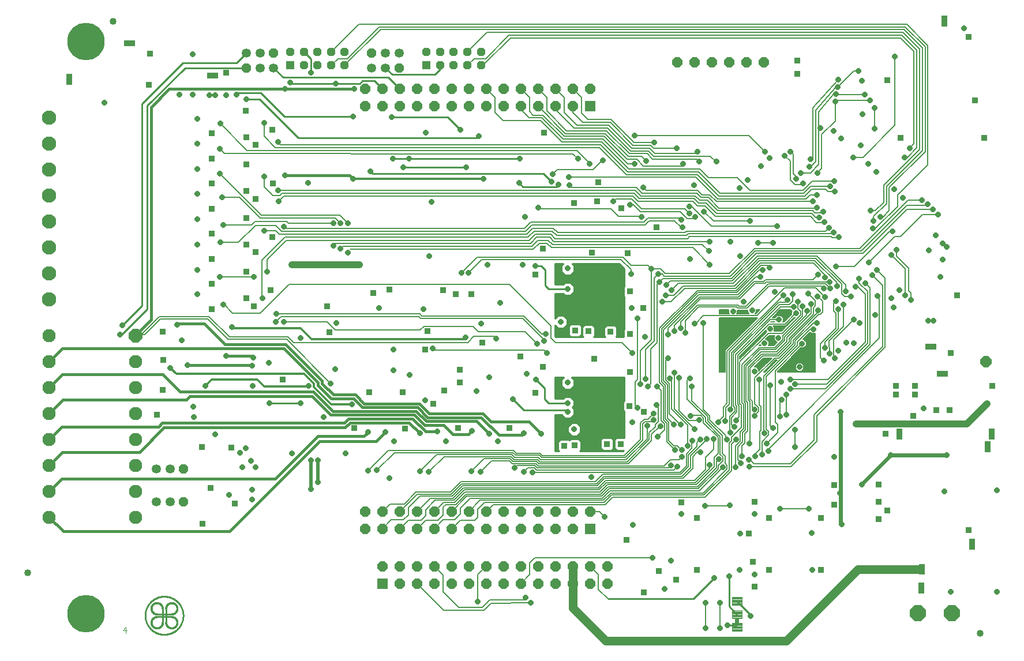
<source format=gbl>
G75*
%MOIN*%
%OFA0B0*%
%FSLAX25Y25*%
%IPPOS*%
%LPD*%
%AMOC8*
5,1,8,0,0,1.08239X$1,22.5*
%
%ADD10C,0.00400*%
%ADD11OC8,0.05906*%
%ADD12R,0.05906X0.05906*%
%ADD13C,0.01000*%
%ADD14C,0.00100*%
%ADD15C,0.04000*%
%ADD16OC8,0.07677*%
%ADD17C,0.07677*%
%ADD18OC8,0.09055*%
%ADD19C,0.00404*%
%ADD20C,0.00409*%
%ADD21OC8,0.05315*%
%ADD22C,0.05315*%
%ADD23OC8,0.06496*%
%ADD24R,0.04724X0.04724*%
%ADD25OC8,0.04724*%
%ADD26C,0.08268*%
%ADD27C,0.21654*%
%ADD28R,0.03175X0.03175*%
%ADD29OC8,0.03175*%
%ADD30C,0.00800*%
%ADD31C,0.04000*%
%ADD32C,0.01600*%
%ADD33C,0.00600*%
%ADD34C,0.02400*%
%ADD35C,0.02000*%
%ADD36C,0.01200*%
%ADD37C,0.05000*%
D10*
X0159308Y0052660D02*
X0161710Y0052660D01*
X0161109Y0050859D02*
X0161109Y0054462D01*
X0159308Y0052660D01*
D11*
X0299412Y0111295D03*
X0309412Y0111295D03*
X0319412Y0111295D03*
X0329412Y0111295D03*
X0339412Y0111295D03*
X0349412Y0111295D03*
X0359412Y0111295D03*
X0369412Y0111295D03*
X0379412Y0111295D03*
X0389412Y0111295D03*
X0399412Y0111295D03*
X0409412Y0111295D03*
X0419412Y0111295D03*
X0419412Y0121295D03*
X0429412Y0121295D03*
X0409412Y0121295D03*
X0399412Y0121295D03*
X0389412Y0121295D03*
X0379412Y0121295D03*
X0369412Y0121295D03*
X0359412Y0121295D03*
X0349412Y0121295D03*
X0339412Y0121295D03*
X0329412Y0121295D03*
X0319412Y0121295D03*
X0309412Y0121295D03*
X0299412Y0121295D03*
X0309333Y0089642D03*
X0319333Y0089642D03*
X0319333Y0079642D03*
X0329333Y0079642D03*
X0339333Y0079642D03*
X0339333Y0089642D03*
X0329333Y0089642D03*
X0349333Y0089642D03*
X0359333Y0089642D03*
X0369333Y0089642D03*
X0369333Y0079642D03*
X0359333Y0079642D03*
X0349333Y0079642D03*
X0379333Y0079642D03*
X0389333Y0079642D03*
X0389333Y0089642D03*
X0379333Y0089642D03*
X0399333Y0089642D03*
X0409333Y0089642D03*
X0409333Y0079642D03*
X0399333Y0079642D03*
X0419333Y0079642D03*
X0429333Y0079642D03*
X0439333Y0079642D03*
X0439333Y0089642D03*
X0429333Y0089642D03*
X0419333Y0089642D03*
X0419412Y0355390D03*
X0419412Y0365390D03*
X0429412Y0365390D03*
X0409412Y0365390D03*
X0399412Y0365390D03*
X0389412Y0365390D03*
X0379412Y0365390D03*
X0369412Y0365390D03*
X0359412Y0365390D03*
X0349412Y0365390D03*
X0339412Y0365390D03*
X0329412Y0365390D03*
X0319412Y0365390D03*
X0309412Y0365390D03*
X0299412Y0365390D03*
X0299412Y0355390D03*
X0309412Y0355390D03*
X0319412Y0355390D03*
X0329412Y0355390D03*
X0339412Y0355390D03*
X0349412Y0355390D03*
X0359412Y0355390D03*
X0369412Y0355390D03*
X0379412Y0355390D03*
X0389412Y0355390D03*
X0399412Y0355390D03*
X0409412Y0355390D03*
X0479688Y0380679D03*
X0489688Y0380679D03*
X0499688Y0380679D03*
X0509688Y0380679D03*
X0519688Y0380679D03*
X0529688Y0380679D03*
D12*
X0429412Y0355390D03*
X0429412Y0111295D03*
X0309333Y0079642D03*
D13*
X0409188Y0156179D02*
X0409188Y0177079D01*
X0413073Y0177079D01*
X0414910Y0175242D01*
X0417965Y0175242D01*
X0420125Y0177402D01*
X0420125Y0180456D01*
X0419152Y0181429D01*
X0420125Y0182402D01*
X0420125Y0185456D01*
X0417965Y0187617D01*
X0414910Y0187617D01*
X0413823Y0186529D01*
X0409188Y0186529D01*
X0409188Y0198679D01*
X0414223Y0198679D01*
X0412750Y0197206D01*
X0412750Y0194152D01*
X0414910Y0191992D01*
X0417965Y0191992D01*
X0420125Y0194152D01*
X0420125Y0197206D01*
X0418652Y0198679D01*
X0449188Y0198679D01*
X0449188Y0185324D01*
X0448500Y0184636D01*
X0448500Y0179722D01*
X0449188Y0179034D01*
X0449188Y0163917D01*
X0444730Y0163917D01*
X0443500Y0162686D01*
X0443500Y0157772D01*
X0444730Y0156542D01*
X0448706Y0156542D01*
X0448344Y0156179D01*
X0423332Y0156179D01*
X0424125Y0156972D01*
X0424125Y0161886D01*
X0422895Y0163117D01*
X0417980Y0163117D01*
X0417313Y0162449D01*
X0416895Y0162867D01*
X0411980Y0162867D01*
X0410750Y0161636D01*
X0410750Y0156722D01*
X0411293Y0156179D01*
X0409188Y0156179D01*
X0409188Y0156256D02*
X0411216Y0156256D01*
X0410750Y0157255D02*
X0409188Y0157255D01*
X0409188Y0158253D02*
X0410750Y0158253D01*
X0410750Y0159252D02*
X0409188Y0159252D01*
X0409188Y0160250D02*
X0410750Y0160250D01*
X0410750Y0161249D02*
X0409188Y0161249D01*
X0409188Y0162248D02*
X0411361Y0162248D01*
X0409188Y0163246D02*
X0436060Y0163246D01*
X0435500Y0162686D02*
X0436730Y0163917D01*
X0441645Y0163917D01*
X0442875Y0162686D01*
X0442875Y0157772D01*
X0441645Y0156542D01*
X0436730Y0156542D01*
X0435500Y0157772D01*
X0435500Y0162686D01*
X0435500Y0162248D02*
X0423764Y0162248D01*
X0424125Y0161249D02*
X0435500Y0161249D01*
X0435500Y0160250D02*
X0424125Y0160250D01*
X0424125Y0159252D02*
X0435500Y0159252D01*
X0435500Y0158253D02*
X0424125Y0158253D01*
X0424125Y0157255D02*
X0436017Y0157255D01*
X0442358Y0157255D02*
X0444017Y0157255D01*
X0443500Y0158253D02*
X0442875Y0158253D01*
X0442875Y0159252D02*
X0443500Y0159252D01*
X0443500Y0160250D02*
X0442875Y0160250D01*
X0442875Y0161249D02*
X0443500Y0161249D01*
X0443500Y0162248D02*
X0442875Y0162248D01*
X0442315Y0163246D02*
X0444060Y0163246D01*
X0449188Y0164245D02*
X0409188Y0164245D01*
X0409188Y0165243D02*
X0418409Y0165243D01*
X0418660Y0164992D02*
X0421715Y0164992D01*
X0423875Y0167152D01*
X0423875Y0170206D01*
X0421715Y0172367D01*
X0418660Y0172367D01*
X0416500Y0170206D01*
X0416500Y0167152D01*
X0418660Y0164992D01*
X0417410Y0166242D02*
X0409188Y0166242D01*
X0409188Y0167240D02*
X0416500Y0167240D01*
X0416500Y0168239D02*
X0409188Y0168239D01*
X0409188Y0169237D02*
X0416500Y0169237D01*
X0416529Y0170236D02*
X0409188Y0170236D01*
X0409188Y0171234D02*
X0417528Y0171234D01*
X0418526Y0172233D02*
X0409188Y0172233D01*
X0409188Y0173231D02*
X0449188Y0173231D01*
X0449188Y0172233D02*
X0421849Y0172233D01*
X0422847Y0171234D02*
X0449188Y0171234D01*
X0449188Y0170236D02*
X0423846Y0170236D01*
X0423875Y0169237D02*
X0449188Y0169237D01*
X0449188Y0168239D02*
X0423875Y0168239D01*
X0423875Y0167240D02*
X0449188Y0167240D01*
X0449188Y0166242D02*
X0422965Y0166242D01*
X0421966Y0165243D02*
X0449188Y0165243D01*
X0449188Y0174230D02*
X0409188Y0174230D01*
X0409188Y0175228D02*
X0449188Y0175228D01*
X0449188Y0176227D02*
X0418950Y0176227D01*
X0419948Y0177225D02*
X0449188Y0177225D01*
X0449188Y0178224D02*
X0420125Y0178224D01*
X0420125Y0179222D02*
X0449000Y0179222D01*
X0448500Y0180221D02*
X0420125Y0180221D01*
X0419362Y0181219D02*
X0448500Y0181219D01*
X0448500Y0182218D02*
X0419941Y0182218D01*
X0420125Y0183216D02*
X0448500Y0183216D01*
X0448500Y0184215D02*
X0420125Y0184215D01*
X0420125Y0185213D02*
X0449077Y0185213D01*
X0449188Y0186212D02*
X0419370Y0186212D01*
X0418371Y0187210D02*
X0449188Y0187210D01*
X0449188Y0188209D02*
X0409188Y0188209D01*
X0409188Y0189207D02*
X0449188Y0189207D01*
X0449188Y0190206D02*
X0409188Y0190206D01*
X0409188Y0191204D02*
X0449188Y0191204D01*
X0449188Y0192203D02*
X0418176Y0192203D01*
X0419175Y0193201D02*
X0449188Y0193201D01*
X0449188Y0194200D02*
X0420125Y0194200D01*
X0420125Y0195198D02*
X0449188Y0195198D01*
X0449188Y0196197D02*
X0420125Y0196197D01*
X0420125Y0197195D02*
X0449188Y0197195D01*
X0449188Y0198194D02*
X0419138Y0198194D01*
X0413738Y0198194D02*
X0409188Y0198194D01*
X0409188Y0197195D02*
X0412750Y0197195D01*
X0412750Y0196197D02*
X0409188Y0196197D01*
X0409188Y0195198D02*
X0412750Y0195198D01*
X0412750Y0194200D02*
X0409188Y0194200D01*
X0409188Y0193201D02*
X0413701Y0193201D01*
X0414699Y0192203D02*
X0409188Y0192203D01*
X0409188Y0187210D02*
X0414504Y0187210D01*
X0416438Y0183929D02*
X0405438Y0183929D01*
X0403188Y0186179D01*
X0403188Y0192429D01*
X0398188Y0197429D01*
X0384688Y0186179D02*
X0391188Y0179679D01*
X0415688Y0179679D01*
X0416438Y0178929D01*
X0413925Y0176227D02*
X0409188Y0176227D01*
X0423410Y0156256D02*
X0448421Y0156256D01*
X0448750Y0222179D02*
X0444332Y0222179D01*
X0444875Y0222722D01*
X0444875Y0227636D01*
X0443645Y0228867D01*
X0438730Y0228867D01*
X0437500Y0227636D01*
X0437500Y0222722D01*
X0438043Y0222179D01*
X0431332Y0222179D01*
X0432125Y0222972D01*
X0432125Y0227886D01*
X0430895Y0229117D01*
X0425980Y0229117D01*
X0424750Y0227886D01*
X0424750Y0222972D01*
X0425543Y0222179D01*
X0409523Y0222179D01*
X0409188Y0222515D01*
X0409188Y0228964D01*
X0410910Y0227242D01*
X0413965Y0227242D01*
X0416125Y0229402D01*
X0416125Y0232456D01*
X0413965Y0234617D01*
X0410910Y0234617D01*
X0409188Y0232894D01*
X0409188Y0247329D01*
X0413823Y0247329D01*
X0414910Y0246242D01*
X0417965Y0246242D01*
X0420125Y0248402D01*
X0420125Y0251456D01*
X0417965Y0253617D01*
X0414910Y0253617D01*
X0413823Y0252529D01*
X0409188Y0252529D01*
X0409188Y0264379D01*
X0413923Y0264379D01*
X0412750Y0263206D01*
X0412750Y0260152D01*
X0414910Y0257992D01*
X0417965Y0257992D01*
X0420125Y0260152D01*
X0420125Y0263206D01*
X0418952Y0264379D01*
X0446202Y0264379D01*
X0449188Y0261394D01*
X0449188Y0251324D01*
X0448750Y0250886D01*
X0448750Y0245972D01*
X0449188Y0245534D01*
X0449188Y0226574D01*
X0448750Y0226136D01*
X0448750Y0222179D01*
X0448750Y0223157D02*
X0444875Y0223157D01*
X0444875Y0224155D02*
X0448750Y0224155D01*
X0448750Y0225154D02*
X0444875Y0225154D01*
X0444875Y0226152D02*
X0448766Y0226152D01*
X0449188Y0227151D02*
X0444875Y0227151D01*
X0444362Y0228149D02*
X0449188Y0228149D01*
X0449188Y0229148D02*
X0423614Y0229148D01*
X0423145Y0229617D02*
X0418230Y0229617D01*
X0417000Y0228386D01*
X0417000Y0223472D01*
X0418230Y0222242D01*
X0423145Y0222242D01*
X0424375Y0223472D01*
X0424375Y0228386D01*
X0423145Y0229617D01*
X0424375Y0228149D02*
X0425013Y0228149D01*
X0424750Y0227151D02*
X0424375Y0227151D01*
X0424375Y0226152D02*
X0424750Y0226152D01*
X0424750Y0225154D02*
X0424375Y0225154D01*
X0424375Y0224155D02*
X0424750Y0224155D01*
X0424750Y0223157D02*
X0424060Y0223157D01*
X0417315Y0223157D02*
X0409188Y0223157D01*
X0409188Y0224155D02*
X0417000Y0224155D01*
X0417000Y0225154D02*
X0409188Y0225154D01*
X0409188Y0226152D02*
X0417000Y0226152D01*
X0417000Y0227151D02*
X0409188Y0227151D01*
X0409188Y0228149D02*
X0410003Y0228149D01*
X0414873Y0228149D02*
X0417000Y0228149D01*
X0417762Y0229148D02*
X0415871Y0229148D01*
X0416125Y0230146D02*
X0449188Y0230146D01*
X0449188Y0231145D02*
X0416125Y0231145D01*
X0416125Y0232143D02*
X0449188Y0232143D01*
X0449188Y0233142D02*
X0415440Y0233142D01*
X0414441Y0234140D02*
X0449188Y0234140D01*
X0449188Y0235139D02*
X0409188Y0235139D01*
X0409188Y0236137D02*
X0449188Y0236137D01*
X0449188Y0237136D02*
X0409188Y0237136D01*
X0409188Y0238134D02*
X0449188Y0238134D01*
X0449188Y0239133D02*
X0409188Y0239133D01*
X0409188Y0240131D02*
X0449188Y0240131D01*
X0449188Y0241130D02*
X0409188Y0241130D01*
X0409188Y0242128D02*
X0449188Y0242128D01*
X0449188Y0243127D02*
X0409188Y0243127D01*
X0409188Y0244125D02*
X0449188Y0244125D01*
X0449188Y0245124D02*
X0409188Y0245124D01*
X0409188Y0246122D02*
X0448750Y0246122D01*
X0448750Y0247121D02*
X0418844Y0247121D01*
X0419843Y0248119D02*
X0448750Y0248119D01*
X0448750Y0249118D02*
X0420125Y0249118D01*
X0420125Y0250117D02*
X0448750Y0250117D01*
X0448979Y0251115D02*
X0420125Y0251115D01*
X0419468Y0252114D02*
X0449188Y0252114D01*
X0449188Y0253112D02*
X0418470Y0253112D01*
X0416438Y0249929D02*
X0405438Y0249929D01*
X0403438Y0251929D01*
X0403438Y0260929D01*
X0401188Y0263179D01*
X0397688Y0263179D01*
X0409188Y0263097D02*
X0412750Y0263097D01*
X0412750Y0262099D02*
X0409188Y0262099D01*
X0409188Y0261100D02*
X0412750Y0261100D01*
X0412800Y0260102D02*
X0409188Y0260102D01*
X0409188Y0259103D02*
X0413799Y0259103D01*
X0414797Y0258105D02*
X0409188Y0258105D01*
X0409188Y0257106D02*
X0449188Y0257106D01*
X0449188Y0256108D02*
X0409188Y0256108D01*
X0409188Y0255109D02*
X0449188Y0255109D01*
X0449188Y0254111D02*
X0409188Y0254111D01*
X0409188Y0253112D02*
X0414406Y0253112D01*
X0414031Y0247121D02*
X0409188Y0247121D01*
X0418078Y0258105D02*
X0449188Y0258105D01*
X0449188Y0259103D02*
X0419076Y0259103D01*
X0420075Y0260102D02*
X0449188Y0260102D01*
X0449188Y0261100D02*
X0420125Y0261100D01*
X0420125Y0262099D02*
X0448483Y0262099D01*
X0447484Y0263097D02*
X0420125Y0263097D01*
X0419236Y0264096D02*
X0446486Y0264096D01*
X0413639Y0264096D02*
X0409188Y0264096D01*
X0409188Y0234140D02*
X0410434Y0234140D01*
X0409436Y0233142D02*
X0409188Y0233142D01*
X0431862Y0228149D02*
X0438013Y0228149D01*
X0437500Y0227151D02*
X0432125Y0227151D01*
X0432125Y0226152D02*
X0437500Y0226152D01*
X0437500Y0225154D02*
X0432125Y0225154D01*
X0432125Y0224155D02*
X0437500Y0224155D01*
X0437500Y0223157D02*
X0432125Y0223157D01*
X0409938Y0308929D02*
X0390588Y0308929D01*
X0388288Y0311229D01*
X0402538Y0316529D02*
X0407238Y0311829D01*
X0409938Y0308929D02*
X0411038Y0310029D01*
X0402538Y0316529D02*
X0303788Y0316529D01*
X0302438Y0317879D01*
X0315588Y0325079D02*
X0324788Y0325079D01*
X0388788Y0325079D01*
X0365138Y0338179D02*
X0363988Y0337029D01*
X0260788Y0337029D01*
X0238338Y0359479D01*
X0230788Y0359479D01*
X0226338Y0363279D02*
X0225238Y0362179D01*
X0226338Y0363279D02*
X0238938Y0363279D01*
X0252738Y0349479D01*
X0292438Y0349479D01*
X0309412Y0365390D02*
X0304723Y0370079D01*
X0297738Y0370079D01*
X0296288Y0368629D01*
X0282438Y0368629D01*
X0256638Y0368629D01*
X0256188Y0369079D01*
X0252162Y0372029D02*
X0312773Y0372029D01*
X0319412Y0365390D01*
X0315038Y0373729D02*
X0311138Y0377629D01*
X0315038Y0373729D02*
X0339738Y0373729D01*
X0342719Y0376711D01*
X0342719Y0379012D01*
X0346938Y0349279D02*
X0314638Y0349279D01*
X0346938Y0349279D02*
X0354388Y0341829D01*
X0357688Y0320279D02*
X0321488Y0320279D01*
X0267938Y0374929D02*
X0267938Y0382927D01*
X0263979Y0386886D01*
X0252162Y0372029D02*
X0246562Y0377629D01*
X0230814Y0377629D02*
X0195388Y0377629D01*
X0173438Y0355679D01*
X0173438Y0238179D01*
X0158688Y0223429D01*
X0157688Y0223429D01*
X0158938Y0228679D02*
X0170438Y0240179D01*
X0170438Y0356929D01*
X0193938Y0380429D01*
X0225114Y0380429D01*
X0230814Y0386129D01*
X0243938Y0183679D02*
X0262188Y0183679D01*
X0439688Y0070679D02*
X0488938Y0070679D01*
X0500938Y0082679D01*
X0509688Y0083929D02*
X0509688Y0066429D01*
X0514188Y0061929D01*
X0513207Y0055429D02*
X0508688Y0055429D01*
X0513207Y0055429D02*
X0514188Y0054449D01*
X0521938Y0060679D02*
X0521938Y0061659D01*
X0514188Y0069409D01*
X0187455Y0061928D02*
X0179187Y0061928D01*
X0179187Y0060353D02*
X0187455Y0060353D01*
X0172321Y0061141D02*
X0172324Y0061411D01*
X0172334Y0061681D01*
X0172351Y0061950D01*
X0172374Y0062219D01*
X0172404Y0062488D01*
X0172440Y0062755D01*
X0172483Y0063022D01*
X0172532Y0063287D01*
X0172588Y0063551D01*
X0172651Y0063814D01*
X0172719Y0064075D01*
X0172795Y0064334D01*
X0172876Y0064591D01*
X0172964Y0064847D01*
X0173058Y0065100D01*
X0173158Y0065351D01*
X0173265Y0065599D01*
X0173377Y0065844D01*
X0173496Y0066087D01*
X0173620Y0066326D01*
X0173750Y0066563D01*
X0173886Y0066796D01*
X0174028Y0067026D01*
X0174175Y0067252D01*
X0174328Y0067475D01*
X0174486Y0067694D01*
X0174649Y0067909D01*
X0174818Y0068119D01*
X0174992Y0068326D01*
X0175171Y0068528D01*
X0175354Y0068726D01*
X0175543Y0068919D01*
X0175736Y0069108D01*
X0175934Y0069291D01*
X0176136Y0069470D01*
X0176343Y0069644D01*
X0176553Y0069813D01*
X0176768Y0069976D01*
X0176987Y0070134D01*
X0177210Y0070287D01*
X0177436Y0070434D01*
X0177666Y0070576D01*
X0177899Y0070712D01*
X0178136Y0070842D01*
X0178375Y0070966D01*
X0178618Y0071085D01*
X0178863Y0071197D01*
X0179111Y0071304D01*
X0179362Y0071404D01*
X0179615Y0071498D01*
X0179871Y0071586D01*
X0180128Y0071667D01*
X0180387Y0071743D01*
X0180648Y0071811D01*
X0180911Y0071874D01*
X0181175Y0071930D01*
X0181440Y0071979D01*
X0181707Y0072022D01*
X0181974Y0072058D01*
X0182243Y0072088D01*
X0182512Y0072111D01*
X0182781Y0072128D01*
X0183051Y0072138D01*
X0183321Y0072141D01*
X0183591Y0072138D01*
X0183861Y0072128D01*
X0184130Y0072111D01*
X0184399Y0072088D01*
X0184668Y0072058D01*
X0184935Y0072022D01*
X0185202Y0071979D01*
X0185467Y0071930D01*
X0185731Y0071874D01*
X0185994Y0071811D01*
X0186255Y0071743D01*
X0186514Y0071667D01*
X0186771Y0071586D01*
X0187027Y0071498D01*
X0187280Y0071404D01*
X0187531Y0071304D01*
X0187779Y0071197D01*
X0188024Y0071085D01*
X0188267Y0070966D01*
X0188506Y0070842D01*
X0188743Y0070712D01*
X0188976Y0070576D01*
X0189206Y0070434D01*
X0189432Y0070287D01*
X0189655Y0070134D01*
X0189874Y0069976D01*
X0190089Y0069813D01*
X0190299Y0069644D01*
X0190506Y0069470D01*
X0190708Y0069291D01*
X0190906Y0069108D01*
X0191099Y0068919D01*
X0191288Y0068726D01*
X0191471Y0068528D01*
X0191650Y0068326D01*
X0191824Y0068119D01*
X0191993Y0067909D01*
X0192156Y0067694D01*
X0192314Y0067475D01*
X0192467Y0067252D01*
X0192614Y0067026D01*
X0192756Y0066796D01*
X0192892Y0066563D01*
X0193022Y0066326D01*
X0193146Y0066087D01*
X0193265Y0065844D01*
X0193377Y0065599D01*
X0193484Y0065351D01*
X0193584Y0065100D01*
X0193678Y0064847D01*
X0193766Y0064591D01*
X0193847Y0064334D01*
X0193923Y0064075D01*
X0193991Y0063814D01*
X0194054Y0063551D01*
X0194110Y0063287D01*
X0194159Y0063022D01*
X0194202Y0062755D01*
X0194238Y0062488D01*
X0194268Y0062219D01*
X0194291Y0061950D01*
X0194308Y0061681D01*
X0194318Y0061411D01*
X0194321Y0061141D01*
X0194318Y0060871D01*
X0194308Y0060601D01*
X0194291Y0060332D01*
X0194268Y0060063D01*
X0194238Y0059794D01*
X0194202Y0059527D01*
X0194159Y0059260D01*
X0194110Y0058995D01*
X0194054Y0058731D01*
X0193991Y0058468D01*
X0193923Y0058207D01*
X0193847Y0057948D01*
X0193766Y0057691D01*
X0193678Y0057435D01*
X0193584Y0057182D01*
X0193484Y0056931D01*
X0193377Y0056683D01*
X0193265Y0056438D01*
X0193146Y0056195D01*
X0193022Y0055956D01*
X0192892Y0055719D01*
X0192756Y0055486D01*
X0192614Y0055256D01*
X0192467Y0055030D01*
X0192314Y0054807D01*
X0192156Y0054588D01*
X0191993Y0054373D01*
X0191824Y0054163D01*
X0191650Y0053956D01*
X0191471Y0053754D01*
X0191288Y0053556D01*
X0191099Y0053363D01*
X0190906Y0053174D01*
X0190708Y0052991D01*
X0190506Y0052812D01*
X0190299Y0052638D01*
X0190089Y0052469D01*
X0189874Y0052306D01*
X0189655Y0052148D01*
X0189432Y0051995D01*
X0189206Y0051848D01*
X0188976Y0051706D01*
X0188743Y0051570D01*
X0188506Y0051440D01*
X0188267Y0051316D01*
X0188024Y0051197D01*
X0187779Y0051085D01*
X0187531Y0050978D01*
X0187280Y0050878D01*
X0187027Y0050784D01*
X0186771Y0050696D01*
X0186514Y0050615D01*
X0186255Y0050539D01*
X0185994Y0050471D01*
X0185731Y0050408D01*
X0185467Y0050352D01*
X0185202Y0050303D01*
X0184935Y0050260D01*
X0184668Y0050224D01*
X0184399Y0050194D01*
X0184130Y0050171D01*
X0183861Y0050154D01*
X0183591Y0050144D01*
X0183321Y0050141D01*
X0183051Y0050144D01*
X0182781Y0050154D01*
X0182512Y0050171D01*
X0182243Y0050194D01*
X0181974Y0050224D01*
X0181707Y0050260D01*
X0181440Y0050303D01*
X0181175Y0050352D01*
X0180911Y0050408D01*
X0180648Y0050471D01*
X0180387Y0050539D01*
X0180128Y0050615D01*
X0179871Y0050696D01*
X0179615Y0050784D01*
X0179362Y0050878D01*
X0179111Y0050978D01*
X0178863Y0051085D01*
X0178618Y0051197D01*
X0178375Y0051316D01*
X0178136Y0051440D01*
X0177899Y0051570D01*
X0177666Y0051706D01*
X0177436Y0051848D01*
X0177210Y0051995D01*
X0176987Y0052148D01*
X0176768Y0052306D01*
X0176553Y0052469D01*
X0176343Y0052638D01*
X0176136Y0052812D01*
X0175934Y0052991D01*
X0175736Y0053174D01*
X0175543Y0053363D01*
X0175354Y0053556D01*
X0175171Y0053754D01*
X0174992Y0053956D01*
X0174818Y0054163D01*
X0174649Y0054373D01*
X0174486Y0054588D01*
X0174328Y0054807D01*
X0174175Y0055030D01*
X0174028Y0055256D01*
X0173886Y0055486D01*
X0173750Y0055719D01*
X0173620Y0055956D01*
X0173496Y0056195D01*
X0173377Y0056438D01*
X0173265Y0056683D01*
X0173158Y0056931D01*
X0173058Y0057182D01*
X0172964Y0057435D01*
X0172876Y0057691D01*
X0172795Y0057948D01*
X0172719Y0058207D01*
X0172651Y0058468D01*
X0172588Y0058731D01*
X0172532Y0058995D01*
X0172483Y0059260D01*
X0172440Y0059527D01*
X0172404Y0059794D01*
X0172374Y0060063D01*
X0172351Y0060332D01*
X0172334Y0060601D01*
X0172324Y0060871D01*
X0172321Y0061141D01*
X0182336Y0057204D02*
X0182336Y0065078D01*
X0184305Y0065078D02*
X0184305Y0057204D01*
D14*
X0183854Y0057167D02*
X0184754Y0057139D01*
X0184753Y0057140D02*
X0184754Y0057035D01*
X0184759Y0056929D01*
X0184767Y0056824D01*
X0184780Y0056720D01*
X0184796Y0056616D01*
X0184816Y0056513D01*
X0184841Y0056410D01*
X0184869Y0056309D01*
X0184900Y0056208D01*
X0184936Y0056109D01*
X0184975Y0056012D01*
X0185018Y0055916D01*
X0185065Y0055821D01*
X0185115Y0055729D01*
X0185168Y0055638D01*
X0185225Y0055549D01*
X0185285Y0055463D01*
X0185348Y0055379D01*
X0185415Y0055297D01*
X0185484Y0055218D01*
X0185557Y0055142D01*
X0185632Y0055068D01*
X0185710Y0054997D01*
X0185790Y0054929D01*
X0185873Y0054865D01*
X0185959Y0054803D01*
X0186047Y0054745D01*
X0186136Y0054690D01*
X0186228Y0054638D01*
X0186322Y0054590D01*
X0186417Y0054546D01*
X0186514Y0054505D01*
X0186613Y0054468D01*
X0186712Y0054434D01*
X0186813Y0054404D01*
X0186915Y0054379D01*
X0187018Y0054357D01*
X0187122Y0054338D01*
X0187226Y0054324D01*
X0187331Y0054314D01*
X0187436Y0054307D01*
X0187541Y0054305D01*
X0187647Y0054307D01*
X0187752Y0054312D01*
X0187857Y0054322D01*
X0187961Y0054335D01*
X0188065Y0054352D01*
X0188168Y0054373D01*
X0188270Y0054398D01*
X0188371Y0054427D01*
X0188472Y0054460D01*
X0188570Y0054496D01*
X0188668Y0054536D01*
X0188763Y0054580D01*
X0188857Y0054627D01*
X0188950Y0054678D01*
X0189040Y0054732D01*
X0189128Y0054790D01*
X0189214Y0054851D01*
X0189297Y0054915D01*
X0189379Y0054982D01*
X0189457Y0055052D01*
X0189533Y0055125D01*
X0189606Y0055201D01*
X0189676Y0055279D01*
X0189743Y0055361D01*
X0189807Y0055444D01*
X0189868Y0055530D01*
X0189926Y0055618D01*
X0189980Y0055708D01*
X0190031Y0055801D01*
X0190078Y0055895D01*
X0190122Y0055990D01*
X0190162Y0056088D01*
X0190198Y0056186D01*
X0190231Y0056287D01*
X0190260Y0056388D01*
X0190285Y0056490D01*
X0190306Y0056593D01*
X0190323Y0056697D01*
X0190336Y0056801D01*
X0190346Y0056906D01*
X0190351Y0057011D01*
X0190353Y0057117D01*
X0190351Y0057222D01*
X0190344Y0057327D01*
X0190334Y0057432D01*
X0190320Y0057536D01*
X0190301Y0057640D01*
X0190279Y0057743D01*
X0190254Y0057845D01*
X0190224Y0057946D01*
X0190190Y0058045D01*
X0190153Y0058144D01*
X0190112Y0058241D01*
X0190068Y0058336D01*
X0190020Y0058430D01*
X0189968Y0058522D01*
X0189913Y0058611D01*
X0189855Y0058699D01*
X0189793Y0058785D01*
X0189729Y0058868D01*
X0189661Y0058948D01*
X0189590Y0059026D01*
X0189516Y0059101D01*
X0189440Y0059174D01*
X0189361Y0059243D01*
X0189279Y0059310D01*
X0189195Y0059373D01*
X0189109Y0059433D01*
X0189020Y0059490D01*
X0188929Y0059543D01*
X0188837Y0059593D01*
X0188742Y0059640D01*
X0188646Y0059683D01*
X0188549Y0059722D01*
X0188450Y0059758D01*
X0188349Y0059789D01*
X0188248Y0059817D01*
X0188145Y0059842D01*
X0188042Y0059862D01*
X0187938Y0059878D01*
X0187834Y0059891D01*
X0187729Y0059899D01*
X0187623Y0059904D01*
X0187518Y0059905D01*
X0187491Y0060804D01*
X0187611Y0060805D01*
X0187731Y0060801D01*
X0187851Y0060793D01*
X0187971Y0060781D01*
X0188090Y0060766D01*
X0188209Y0060746D01*
X0188327Y0060723D01*
X0188444Y0060696D01*
X0188561Y0060665D01*
X0188676Y0060631D01*
X0188790Y0060592D01*
X0188902Y0060550D01*
X0189014Y0060505D01*
X0189123Y0060455D01*
X0189231Y0060402D01*
X0189338Y0060346D01*
X0189442Y0060286D01*
X0189544Y0060223D01*
X0189645Y0060157D01*
X0189743Y0060087D01*
X0189839Y0060015D01*
X0189932Y0059939D01*
X0190023Y0059860D01*
X0190111Y0059778D01*
X0190197Y0059694D01*
X0190279Y0059606D01*
X0190359Y0059517D01*
X0190436Y0059424D01*
X0190510Y0059329D01*
X0190581Y0059232D01*
X0190648Y0059132D01*
X0190712Y0059031D01*
X0190773Y0058927D01*
X0190831Y0058821D01*
X0190885Y0058714D01*
X0190935Y0058605D01*
X0190982Y0058494D01*
X0191026Y0058382D01*
X0191065Y0058268D01*
X0191101Y0058153D01*
X0191134Y0058038D01*
X0191162Y0057921D01*
X0191187Y0057803D01*
X0191207Y0057685D01*
X0191224Y0057565D01*
X0191237Y0057446D01*
X0191246Y0057326D01*
X0191252Y0057206D01*
X0191253Y0057086D01*
X0191250Y0056965D01*
X0191244Y0056845D01*
X0191233Y0056725D01*
X0191219Y0056606D01*
X0191201Y0056487D01*
X0191179Y0056369D01*
X0191153Y0056251D01*
X0191124Y0056135D01*
X0191090Y0056019D01*
X0191053Y0055905D01*
X0191012Y0055792D01*
X0190968Y0055680D01*
X0190920Y0055570D01*
X0190868Y0055461D01*
X0190813Y0055354D01*
X0190754Y0055249D01*
X0190692Y0055146D01*
X0190627Y0055045D01*
X0190558Y0054947D01*
X0190486Y0054850D01*
X0190412Y0054756D01*
X0190334Y0054664D01*
X0190253Y0054575D01*
X0190169Y0054489D01*
X0190083Y0054405D01*
X0189994Y0054324D01*
X0189902Y0054246D01*
X0189808Y0054172D01*
X0189711Y0054100D01*
X0189613Y0054031D01*
X0189512Y0053966D01*
X0189409Y0053904D01*
X0189304Y0053845D01*
X0189197Y0053790D01*
X0189088Y0053738D01*
X0188978Y0053690D01*
X0188866Y0053646D01*
X0188753Y0053605D01*
X0188639Y0053568D01*
X0188523Y0053534D01*
X0188407Y0053505D01*
X0188289Y0053479D01*
X0188171Y0053457D01*
X0188052Y0053439D01*
X0187933Y0053425D01*
X0187813Y0053414D01*
X0187693Y0053408D01*
X0187572Y0053405D01*
X0187452Y0053406D01*
X0187332Y0053412D01*
X0187212Y0053421D01*
X0187093Y0053434D01*
X0186973Y0053451D01*
X0186855Y0053471D01*
X0186737Y0053496D01*
X0186620Y0053524D01*
X0186505Y0053557D01*
X0186390Y0053593D01*
X0186276Y0053632D01*
X0186164Y0053676D01*
X0186053Y0053723D01*
X0185944Y0053773D01*
X0185837Y0053827D01*
X0185731Y0053885D01*
X0185627Y0053946D01*
X0185526Y0054010D01*
X0185426Y0054077D01*
X0185329Y0054148D01*
X0185234Y0054222D01*
X0185141Y0054299D01*
X0185052Y0054379D01*
X0184964Y0054461D01*
X0184880Y0054547D01*
X0184798Y0054635D01*
X0184719Y0054726D01*
X0184643Y0054819D01*
X0184571Y0054915D01*
X0184501Y0055013D01*
X0184435Y0055114D01*
X0184372Y0055216D01*
X0184312Y0055320D01*
X0184256Y0055427D01*
X0184203Y0055535D01*
X0184153Y0055644D01*
X0184108Y0055756D01*
X0184066Y0055868D01*
X0184027Y0055982D01*
X0183993Y0056097D01*
X0183962Y0056214D01*
X0183935Y0056331D01*
X0183912Y0056449D01*
X0183892Y0056568D01*
X0183877Y0056687D01*
X0183865Y0056807D01*
X0183857Y0056927D01*
X0183853Y0057047D01*
X0183854Y0057167D01*
X0183947Y0057164D01*
X0183948Y0057045D01*
X0183951Y0056925D01*
X0183959Y0056806D01*
X0183971Y0056687D01*
X0183987Y0056568D01*
X0184007Y0056450D01*
X0184031Y0056333D01*
X0184058Y0056216D01*
X0184090Y0056101D01*
X0184125Y0055986D01*
X0184164Y0055873D01*
X0184207Y0055762D01*
X0184253Y0055651D01*
X0184303Y0055543D01*
X0184357Y0055436D01*
X0184414Y0055330D01*
X0184474Y0055227D01*
X0184538Y0055126D01*
X0184606Y0055027D01*
X0184676Y0054931D01*
X0184750Y0054836D01*
X0184827Y0054745D01*
X0184907Y0054655D01*
X0184989Y0054569D01*
X0185075Y0054485D01*
X0185163Y0054405D01*
X0185254Y0054327D01*
X0185348Y0054252D01*
X0185443Y0054180D01*
X0185542Y0054112D01*
X0185642Y0054047D01*
X0185745Y0053985D01*
X0185849Y0053927D01*
X0185955Y0053872D01*
X0186064Y0053821D01*
X0186173Y0053773D01*
X0186285Y0053729D01*
X0186397Y0053689D01*
X0186511Y0053653D01*
X0186626Y0053620D01*
X0186743Y0053591D01*
X0186860Y0053566D01*
X0186977Y0053545D01*
X0187096Y0053528D01*
X0187215Y0053515D01*
X0187334Y0053506D01*
X0187453Y0053500D01*
X0187573Y0053499D01*
X0187693Y0053502D01*
X0187812Y0053508D01*
X0187931Y0053519D01*
X0188050Y0053533D01*
X0188168Y0053552D01*
X0188286Y0053574D01*
X0188403Y0053601D01*
X0188518Y0053631D01*
X0188633Y0053665D01*
X0188747Y0053702D01*
X0188859Y0053744D01*
X0188970Y0053789D01*
X0189079Y0053838D01*
X0189187Y0053890D01*
X0189292Y0053946D01*
X0189396Y0054006D01*
X0189498Y0054069D01*
X0189598Y0054135D01*
X0189695Y0054204D01*
X0189790Y0054277D01*
X0189883Y0054353D01*
X0189973Y0054431D01*
X0190060Y0054513D01*
X0190145Y0054598D01*
X0190227Y0054685D01*
X0190305Y0054775D01*
X0190381Y0054868D01*
X0190454Y0054963D01*
X0190523Y0055060D01*
X0190589Y0055160D01*
X0190652Y0055262D01*
X0190712Y0055366D01*
X0190768Y0055471D01*
X0190820Y0055579D01*
X0190869Y0055688D01*
X0190914Y0055799D01*
X0190956Y0055911D01*
X0190993Y0056025D01*
X0191027Y0056140D01*
X0191057Y0056255D01*
X0191084Y0056372D01*
X0191106Y0056490D01*
X0191125Y0056608D01*
X0191139Y0056727D01*
X0191150Y0056846D01*
X0191156Y0056965D01*
X0191159Y0057085D01*
X0191158Y0057205D01*
X0191152Y0057324D01*
X0191143Y0057443D01*
X0191130Y0057562D01*
X0191113Y0057681D01*
X0191092Y0057798D01*
X0191067Y0057915D01*
X0191038Y0058032D01*
X0191005Y0058147D01*
X0190969Y0058261D01*
X0190929Y0058373D01*
X0190885Y0058485D01*
X0190837Y0058594D01*
X0190786Y0058703D01*
X0190731Y0058809D01*
X0190673Y0058913D01*
X0190611Y0059016D01*
X0190546Y0059116D01*
X0190478Y0059215D01*
X0190406Y0059310D01*
X0190331Y0059404D01*
X0190253Y0059495D01*
X0190173Y0059583D01*
X0190089Y0059669D01*
X0190003Y0059751D01*
X0189913Y0059831D01*
X0189822Y0059908D01*
X0189727Y0059982D01*
X0189631Y0060052D01*
X0189532Y0060120D01*
X0189431Y0060184D01*
X0189328Y0060244D01*
X0189222Y0060301D01*
X0189115Y0060355D01*
X0189007Y0060405D01*
X0188896Y0060451D01*
X0188785Y0060494D01*
X0188672Y0060533D01*
X0188557Y0060568D01*
X0188442Y0060600D01*
X0188325Y0060627D01*
X0188208Y0060651D01*
X0188090Y0060671D01*
X0187971Y0060687D01*
X0187852Y0060699D01*
X0187733Y0060707D01*
X0187613Y0060710D01*
X0187494Y0060711D01*
X0187497Y0060617D01*
X0187614Y0060616D01*
X0187731Y0060612D01*
X0187848Y0060605D01*
X0187965Y0060593D01*
X0188081Y0060577D01*
X0188197Y0060557D01*
X0188312Y0060534D01*
X0188426Y0060507D01*
X0188539Y0060476D01*
X0188651Y0060441D01*
X0188762Y0060402D01*
X0188872Y0060360D01*
X0188980Y0060314D01*
X0189086Y0060265D01*
X0189191Y0060212D01*
X0189294Y0060155D01*
X0189395Y0060095D01*
X0189493Y0060032D01*
X0189590Y0059966D01*
X0189685Y0059896D01*
X0189777Y0059823D01*
X0189866Y0059748D01*
X0189953Y0059669D01*
X0190037Y0059587D01*
X0190119Y0059503D01*
X0190198Y0059416D01*
X0190273Y0059326D01*
X0190346Y0059234D01*
X0190416Y0059140D01*
X0190482Y0059043D01*
X0190545Y0058944D01*
X0190605Y0058843D01*
X0190661Y0058740D01*
X0190714Y0058635D01*
X0190763Y0058529D01*
X0190809Y0058421D01*
X0190851Y0058311D01*
X0190890Y0058200D01*
X0190925Y0058088D01*
X0190955Y0057975D01*
X0190983Y0057861D01*
X0191006Y0057746D01*
X0191025Y0057630D01*
X0191041Y0057514D01*
X0191053Y0057397D01*
X0191061Y0057280D01*
X0191065Y0057163D01*
X0191064Y0057046D01*
X0191061Y0056928D01*
X0191053Y0056811D01*
X0191041Y0056694D01*
X0191025Y0056578D01*
X0191006Y0056462D01*
X0190982Y0056348D01*
X0190955Y0056233D01*
X0190924Y0056120D01*
X0190889Y0056008D01*
X0190851Y0055897D01*
X0190809Y0055788D01*
X0190763Y0055680D01*
X0190713Y0055573D01*
X0190660Y0055469D01*
X0190604Y0055366D01*
X0190544Y0055265D01*
X0190481Y0055166D01*
X0190415Y0055069D01*
X0190345Y0054975D01*
X0190272Y0054883D01*
X0190197Y0054793D01*
X0190118Y0054706D01*
X0190036Y0054622D01*
X0189952Y0054540D01*
X0189865Y0054461D01*
X0189775Y0054386D01*
X0189683Y0054313D01*
X0189589Y0054243D01*
X0189492Y0054177D01*
X0189393Y0054114D01*
X0189292Y0054054D01*
X0189189Y0053998D01*
X0189085Y0053945D01*
X0188978Y0053895D01*
X0188870Y0053849D01*
X0188761Y0053807D01*
X0188650Y0053769D01*
X0188538Y0053734D01*
X0188425Y0053703D01*
X0188310Y0053676D01*
X0188196Y0053652D01*
X0188080Y0053633D01*
X0187964Y0053617D01*
X0187847Y0053605D01*
X0187730Y0053597D01*
X0187612Y0053594D01*
X0187495Y0053593D01*
X0187378Y0053597D01*
X0187261Y0053605D01*
X0187144Y0053617D01*
X0187028Y0053633D01*
X0186912Y0053652D01*
X0186797Y0053675D01*
X0186683Y0053703D01*
X0186570Y0053733D01*
X0186458Y0053768D01*
X0186347Y0053807D01*
X0186237Y0053849D01*
X0186129Y0053895D01*
X0186023Y0053944D01*
X0185918Y0053997D01*
X0185815Y0054053D01*
X0185714Y0054113D01*
X0185615Y0054176D01*
X0185518Y0054242D01*
X0185424Y0054312D01*
X0185332Y0054385D01*
X0185242Y0054460D01*
X0185155Y0054539D01*
X0185071Y0054621D01*
X0184989Y0054705D01*
X0184910Y0054792D01*
X0184835Y0054881D01*
X0184762Y0054973D01*
X0184692Y0055068D01*
X0184626Y0055165D01*
X0184563Y0055263D01*
X0184503Y0055364D01*
X0184446Y0055467D01*
X0184393Y0055572D01*
X0184344Y0055678D01*
X0184298Y0055786D01*
X0184256Y0055896D01*
X0184217Y0056007D01*
X0184182Y0056119D01*
X0184151Y0056232D01*
X0184124Y0056346D01*
X0184101Y0056461D01*
X0184081Y0056577D01*
X0184065Y0056693D01*
X0184053Y0056810D01*
X0184046Y0056927D01*
X0184042Y0057044D01*
X0184041Y0057161D01*
X0184135Y0057159D01*
X0184136Y0057042D01*
X0184140Y0056925D01*
X0184148Y0056809D01*
X0184160Y0056693D01*
X0184176Y0056577D01*
X0184196Y0056462D01*
X0184220Y0056348D01*
X0184248Y0056235D01*
X0184279Y0056123D01*
X0184315Y0056012D01*
X0184354Y0055902D01*
X0184397Y0055793D01*
X0184443Y0055686D01*
X0184494Y0055581D01*
X0184547Y0055478D01*
X0184605Y0055376D01*
X0184665Y0055276D01*
X0184729Y0055179D01*
X0184797Y0055084D01*
X0184867Y0054991D01*
X0184941Y0054900D01*
X0185018Y0054813D01*
X0185097Y0054727D01*
X0185180Y0054645D01*
X0185265Y0054565D01*
X0185353Y0054489D01*
X0185444Y0054415D01*
X0185537Y0054345D01*
X0185632Y0054278D01*
X0185730Y0054214D01*
X0185829Y0054153D01*
X0185931Y0054096D01*
X0186035Y0054043D01*
X0186140Y0053993D01*
X0186247Y0053946D01*
X0186356Y0053904D01*
X0186466Y0053865D01*
X0186577Y0053829D01*
X0186689Y0053798D01*
X0186803Y0053770D01*
X0186917Y0053747D01*
X0187032Y0053727D01*
X0187147Y0053711D01*
X0187263Y0053699D01*
X0187380Y0053691D01*
X0187496Y0053687D01*
X0187613Y0053688D01*
X0187729Y0053692D01*
X0187846Y0053700D01*
X0187962Y0053712D01*
X0188077Y0053727D01*
X0188192Y0053747D01*
X0188307Y0053771D01*
X0188420Y0053799D01*
X0188532Y0053830D01*
X0188643Y0053866D01*
X0188753Y0053905D01*
X0188862Y0053947D01*
X0188969Y0053994D01*
X0189074Y0054044D01*
X0189178Y0054098D01*
X0189279Y0054155D01*
X0189379Y0054216D01*
X0189476Y0054280D01*
X0189572Y0054347D01*
X0189665Y0054417D01*
X0189755Y0054491D01*
X0189843Y0054568D01*
X0189928Y0054647D01*
X0190011Y0054730D01*
X0190090Y0054815D01*
X0190167Y0054903D01*
X0190241Y0054993D01*
X0190311Y0055086D01*
X0190378Y0055182D01*
X0190442Y0055279D01*
X0190503Y0055379D01*
X0190560Y0055480D01*
X0190614Y0055584D01*
X0190664Y0055689D01*
X0190711Y0055796D01*
X0190753Y0055905D01*
X0190792Y0056015D01*
X0190828Y0056126D01*
X0190859Y0056238D01*
X0190887Y0056351D01*
X0190911Y0056466D01*
X0190931Y0056581D01*
X0190946Y0056696D01*
X0190958Y0056812D01*
X0190966Y0056929D01*
X0190970Y0057045D01*
X0190971Y0057162D01*
X0190967Y0057278D01*
X0190959Y0057395D01*
X0190947Y0057511D01*
X0190931Y0057626D01*
X0190911Y0057741D01*
X0190888Y0057855D01*
X0190860Y0057969D01*
X0190829Y0058081D01*
X0190793Y0058192D01*
X0190754Y0058302D01*
X0190712Y0058411D01*
X0190665Y0058518D01*
X0190615Y0058623D01*
X0190562Y0058727D01*
X0190505Y0058829D01*
X0190444Y0058928D01*
X0190380Y0059026D01*
X0190313Y0059121D01*
X0190243Y0059214D01*
X0190169Y0059305D01*
X0190093Y0059393D01*
X0190013Y0059478D01*
X0189931Y0059561D01*
X0189845Y0059640D01*
X0189758Y0059717D01*
X0189667Y0059791D01*
X0189574Y0059861D01*
X0189479Y0059929D01*
X0189382Y0059993D01*
X0189282Y0060053D01*
X0189180Y0060111D01*
X0189077Y0060164D01*
X0188972Y0060215D01*
X0188865Y0060261D01*
X0188756Y0060304D01*
X0188646Y0060343D01*
X0188535Y0060379D01*
X0188423Y0060410D01*
X0188310Y0060438D01*
X0188196Y0060462D01*
X0188081Y0060482D01*
X0187965Y0060498D01*
X0187849Y0060510D01*
X0187733Y0060518D01*
X0187616Y0060522D01*
X0187499Y0060523D01*
X0187502Y0060429D01*
X0187617Y0060428D01*
X0187731Y0060424D01*
X0187845Y0060416D01*
X0187958Y0060404D01*
X0188071Y0060388D01*
X0188184Y0060369D01*
X0188296Y0060345D01*
X0188407Y0060318D01*
X0188516Y0060286D01*
X0188625Y0060251D01*
X0188733Y0060213D01*
X0188839Y0060170D01*
X0188943Y0060124D01*
X0189046Y0060075D01*
X0189147Y0060022D01*
X0189247Y0059965D01*
X0189344Y0059905D01*
X0189439Y0059842D01*
X0189532Y0059776D01*
X0189623Y0059706D01*
X0189711Y0059633D01*
X0189796Y0059558D01*
X0189879Y0059479D01*
X0189960Y0059398D01*
X0190037Y0059314D01*
X0190111Y0059227D01*
X0190183Y0059138D01*
X0190251Y0059046D01*
X0190316Y0058953D01*
X0190378Y0058857D01*
X0190437Y0058758D01*
X0190492Y0058658D01*
X0190543Y0058556D01*
X0190591Y0058453D01*
X0190636Y0058348D01*
X0190677Y0058241D01*
X0190714Y0058133D01*
X0190748Y0058024D01*
X0190777Y0057913D01*
X0190803Y0057802D01*
X0190825Y0057690D01*
X0190843Y0057577D01*
X0190858Y0057464D01*
X0190868Y0057350D01*
X0190874Y0057236D01*
X0190877Y0057122D01*
X0190876Y0057008D01*
X0190870Y0056894D01*
X0190861Y0056780D01*
X0190848Y0056666D01*
X0190831Y0056553D01*
X0190810Y0056441D01*
X0190785Y0056329D01*
X0190757Y0056219D01*
X0190724Y0056109D01*
X0190688Y0056001D01*
X0190648Y0055894D01*
X0190605Y0055788D01*
X0190558Y0055684D01*
X0190507Y0055582D01*
X0190453Y0055481D01*
X0190396Y0055382D01*
X0190335Y0055286D01*
X0190271Y0055191D01*
X0190203Y0055099D01*
X0190133Y0055009D01*
X0190059Y0054922D01*
X0189983Y0054837D01*
X0189903Y0054755D01*
X0189821Y0054675D01*
X0189736Y0054599D01*
X0189649Y0054525D01*
X0189559Y0054455D01*
X0189467Y0054387D01*
X0189372Y0054323D01*
X0189276Y0054262D01*
X0189177Y0054205D01*
X0189076Y0054151D01*
X0188974Y0054100D01*
X0188870Y0054053D01*
X0188764Y0054010D01*
X0188657Y0053970D01*
X0188549Y0053934D01*
X0188439Y0053901D01*
X0188329Y0053873D01*
X0188217Y0053848D01*
X0188105Y0053827D01*
X0187992Y0053810D01*
X0187878Y0053797D01*
X0187764Y0053788D01*
X0187650Y0053782D01*
X0187536Y0053781D01*
X0187422Y0053784D01*
X0187308Y0053790D01*
X0187194Y0053800D01*
X0187081Y0053815D01*
X0186968Y0053833D01*
X0186856Y0053855D01*
X0186745Y0053881D01*
X0186634Y0053910D01*
X0186525Y0053944D01*
X0186417Y0053981D01*
X0186310Y0054022D01*
X0186205Y0054067D01*
X0186102Y0054115D01*
X0186000Y0054166D01*
X0185900Y0054221D01*
X0185801Y0054280D01*
X0185705Y0054342D01*
X0185612Y0054407D01*
X0185520Y0054475D01*
X0185431Y0054547D01*
X0185344Y0054621D01*
X0185260Y0054698D01*
X0185179Y0054779D01*
X0185100Y0054862D01*
X0185025Y0054947D01*
X0184952Y0055035D01*
X0184882Y0055126D01*
X0184816Y0055219D01*
X0184753Y0055314D01*
X0184693Y0055411D01*
X0184636Y0055511D01*
X0184583Y0055612D01*
X0184534Y0055715D01*
X0184488Y0055819D01*
X0184445Y0055925D01*
X0184407Y0056033D01*
X0184372Y0056142D01*
X0184340Y0056251D01*
X0184313Y0056362D01*
X0184289Y0056474D01*
X0184270Y0056587D01*
X0184254Y0056700D01*
X0184242Y0056813D01*
X0184234Y0056927D01*
X0184230Y0057041D01*
X0184229Y0057156D01*
X0184323Y0057153D01*
X0184324Y0057040D01*
X0184328Y0056928D01*
X0184336Y0056815D01*
X0184348Y0056703D01*
X0184364Y0056592D01*
X0184384Y0056481D01*
X0184408Y0056371D01*
X0184435Y0056262D01*
X0184466Y0056154D01*
X0184501Y0056047D01*
X0184540Y0055941D01*
X0184583Y0055836D01*
X0184629Y0055734D01*
X0184678Y0055633D01*
X0184731Y0055533D01*
X0184788Y0055436D01*
X0184848Y0055340D01*
X0184911Y0055247D01*
X0184977Y0055156D01*
X0185047Y0055068D01*
X0185119Y0054981D01*
X0185195Y0054898D01*
X0185273Y0054817D01*
X0185354Y0054739D01*
X0185438Y0054664D01*
X0185524Y0054592D01*
X0185613Y0054522D01*
X0185704Y0054456D01*
X0185798Y0054393D01*
X0185894Y0054334D01*
X0185991Y0054278D01*
X0186091Y0054225D01*
X0186192Y0054176D01*
X0186295Y0054130D01*
X0186399Y0054088D01*
X0186505Y0054050D01*
X0186612Y0054015D01*
X0186721Y0053984D01*
X0186830Y0053957D01*
X0186940Y0053934D01*
X0187051Y0053914D01*
X0187163Y0053899D01*
X0187275Y0053887D01*
X0187387Y0053879D01*
X0187500Y0053875D01*
X0187612Y0053876D01*
X0187725Y0053880D01*
X0187837Y0053888D01*
X0187949Y0053899D01*
X0188061Y0053915D01*
X0188171Y0053935D01*
X0188282Y0053958D01*
X0188391Y0053986D01*
X0188499Y0054017D01*
X0188606Y0054052D01*
X0188712Y0054090D01*
X0188816Y0054132D01*
X0188919Y0054178D01*
X0189020Y0054228D01*
X0189120Y0054280D01*
X0189217Y0054337D01*
X0189313Y0054397D01*
X0189406Y0054459D01*
X0189497Y0054526D01*
X0189586Y0054595D01*
X0189672Y0054667D01*
X0189756Y0054743D01*
X0189837Y0054821D01*
X0189915Y0054902D01*
X0189991Y0054986D01*
X0190063Y0055072D01*
X0190132Y0055161D01*
X0190199Y0055252D01*
X0190261Y0055345D01*
X0190321Y0055441D01*
X0190378Y0055538D01*
X0190430Y0055638D01*
X0190480Y0055739D01*
X0190526Y0055842D01*
X0190568Y0055946D01*
X0190606Y0056052D01*
X0190641Y0056159D01*
X0190672Y0056267D01*
X0190700Y0056376D01*
X0190723Y0056487D01*
X0190743Y0056597D01*
X0190759Y0056709D01*
X0190770Y0056821D01*
X0190778Y0056933D01*
X0190782Y0057046D01*
X0190783Y0057158D01*
X0190779Y0057271D01*
X0190771Y0057383D01*
X0190759Y0057495D01*
X0190744Y0057607D01*
X0190724Y0057718D01*
X0190701Y0057828D01*
X0190674Y0057937D01*
X0190643Y0058046D01*
X0190608Y0058153D01*
X0190570Y0058259D01*
X0190528Y0058363D01*
X0190482Y0058466D01*
X0190433Y0058567D01*
X0190380Y0058667D01*
X0190324Y0058764D01*
X0190265Y0058860D01*
X0190202Y0058954D01*
X0190136Y0059045D01*
X0190066Y0059134D01*
X0189994Y0059220D01*
X0189919Y0059304D01*
X0189841Y0059385D01*
X0189760Y0059463D01*
X0189677Y0059539D01*
X0189590Y0059611D01*
X0189502Y0059681D01*
X0189411Y0059747D01*
X0189318Y0059810D01*
X0189222Y0059870D01*
X0189125Y0059927D01*
X0189025Y0059980D01*
X0188924Y0060029D01*
X0188822Y0060075D01*
X0188717Y0060118D01*
X0188611Y0060157D01*
X0188504Y0060192D01*
X0188396Y0060223D01*
X0188287Y0060250D01*
X0188177Y0060274D01*
X0188066Y0060294D01*
X0187955Y0060310D01*
X0187843Y0060322D01*
X0187730Y0060330D01*
X0187618Y0060334D01*
X0187505Y0060335D01*
X0187508Y0060241D01*
X0187620Y0060240D01*
X0187731Y0060236D01*
X0187843Y0060228D01*
X0187954Y0060215D01*
X0188065Y0060199D01*
X0188175Y0060179D01*
X0188284Y0060155D01*
X0188392Y0060127D01*
X0188499Y0060095D01*
X0188605Y0060059D01*
X0188710Y0060020D01*
X0188813Y0059977D01*
X0188914Y0059930D01*
X0189014Y0059880D01*
X0189112Y0059826D01*
X0189208Y0059769D01*
X0189302Y0059708D01*
X0189394Y0059644D01*
X0189483Y0059577D01*
X0189570Y0059506D01*
X0189654Y0059433D01*
X0189736Y0059357D01*
X0189815Y0059277D01*
X0189891Y0059195D01*
X0189964Y0059111D01*
X0190034Y0059024D01*
X0190100Y0058934D01*
X0190164Y0058842D01*
X0190224Y0058748D01*
X0190281Y0058652D01*
X0190335Y0058553D01*
X0190384Y0058453D01*
X0190431Y0058352D01*
X0190473Y0058248D01*
X0190512Y0058143D01*
X0190547Y0058037D01*
X0190579Y0057930D01*
X0190606Y0057822D01*
X0190630Y0057712D01*
X0190649Y0057602D01*
X0190665Y0057492D01*
X0190677Y0057380D01*
X0190685Y0057269D01*
X0190689Y0057157D01*
X0190688Y0057045D01*
X0190684Y0056934D01*
X0190676Y0056822D01*
X0190664Y0056711D01*
X0190648Y0056601D01*
X0190628Y0056491D01*
X0190604Y0056381D01*
X0190577Y0056273D01*
X0190545Y0056166D01*
X0190510Y0056060D01*
X0190471Y0055955D01*
X0190428Y0055852D01*
X0190381Y0055750D01*
X0190331Y0055650D01*
X0190278Y0055552D01*
X0190220Y0055456D01*
X0190160Y0055362D01*
X0190096Y0055270D01*
X0190029Y0055181D01*
X0189959Y0055094D01*
X0189886Y0055009D01*
X0189810Y0054927D01*
X0189731Y0054848D01*
X0189649Y0054772D01*
X0189564Y0054699D01*
X0189477Y0054629D01*
X0189388Y0054562D01*
X0189296Y0054498D01*
X0189202Y0054438D01*
X0189106Y0054380D01*
X0189008Y0054327D01*
X0188908Y0054277D01*
X0188806Y0054230D01*
X0188703Y0054187D01*
X0188598Y0054148D01*
X0188492Y0054113D01*
X0188385Y0054081D01*
X0188277Y0054054D01*
X0188167Y0054030D01*
X0188057Y0054010D01*
X0187947Y0053994D01*
X0187836Y0053982D01*
X0187724Y0053974D01*
X0187613Y0053970D01*
X0187501Y0053969D01*
X0187389Y0053973D01*
X0187278Y0053981D01*
X0187166Y0053993D01*
X0187056Y0054009D01*
X0186946Y0054028D01*
X0186836Y0054052D01*
X0186728Y0054079D01*
X0186621Y0054111D01*
X0186515Y0054146D01*
X0186410Y0054185D01*
X0186306Y0054227D01*
X0186205Y0054274D01*
X0186105Y0054323D01*
X0186006Y0054377D01*
X0185910Y0054434D01*
X0185816Y0054494D01*
X0185724Y0054558D01*
X0185634Y0054624D01*
X0185547Y0054694D01*
X0185463Y0054767D01*
X0185381Y0054843D01*
X0185301Y0054922D01*
X0185225Y0055004D01*
X0185152Y0055088D01*
X0185081Y0055175D01*
X0185014Y0055264D01*
X0184950Y0055356D01*
X0184889Y0055450D01*
X0184832Y0055546D01*
X0184778Y0055644D01*
X0184728Y0055744D01*
X0184681Y0055845D01*
X0184638Y0055948D01*
X0184599Y0056053D01*
X0184563Y0056159D01*
X0184531Y0056266D01*
X0184503Y0056374D01*
X0184479Y0056483D01*
X0184459Y0056593D01*
X0184443Y0056704D01*
X0184430Y0056815D01*
X0184422Y0056927D01*
X0184418Y0057038D01*
X0184417Y0057150D01*
X0184511Y0057147D01*
X0184512Y0057038D01*
X0184516Y0056929D01*
X0184524Y0056820D01*
X0184537Y0056711D01*
X0184553Y0056603D01*
X0184573Y0056496D01*
X0184596Y0056389D01*
X0184624Y0056284D01*
X0184655Y0056179D01*
X0184691Y0056076D01*
X0184729Y0055973D01*
X0184772Y0055873D01*
X0184818Y0055774D01*
X0184867Y0055676D01*
X0184920Y0055581D01*
X0184977Y0055487D01*
X0185037Y0055396D01*
X0185100Y0055307D01*
X0185166Y0055220D01*
X0185235Y0055135D01*
X0185307Y0055053D01*
X0185382Y0054974D01*
X0185460Y0054897D01*
X0185541Y0054824D01*
X0185624Y0054753D01*
X0185710Y0054685D01*
X0185798Y0054621D01*
X0185888Y0054559D01*
X0185980Y0054501D01*
X0186075Y0054446D01*
X0186171Y0054395D01*
X0186270Y0054347D01*
X0186369Y0054303D01*
X0186471Y0054262D01*
X0186574Y0054225D01*
X0186678Y0054192D01*
X0186783Y0054162D01*
X0186889Y0054136D01*
X0186996Y0054114D01*
X0187104Y0054096D01*
X0187212Y0054082D01*
X0187321Y0054072D01*
X0187430Y0054065D01*
X0187539Y0054063D01*
X0187648Y0054064D01*
X0187757Y0054070D01*
X0187866Y0054079D01*
X0187975Y0054092D01*
X0188082Y0054109D01*
X0188190Y0054130D01*
X0188296Y0054155D01*
X0188401Y0054184D01*
X0188506Y0054216D01*
X0188609Y0054252D01*
X0188711Y0054292D01*
X0188811Y0054335D01*
X0188910Y0054382D01*
X0189006Y0054433D01*
X0189101Y0054487D01*
X0189194Y0054544D01*
X0189285Y0054604D01*
X0189374Y0054668D01*
X0189460Y0054735D01*
X0189544Y0054805D01*
X0189625Y0054878D01*
X0189704Y0054954D01*
X0189780Y0055033D01*
X0189853Y0055114D01*
X0189923Y0055198D01*
X0189990Y0055284D01*
X0190054Y0055373D01*
X0190114Y0055464D01*
X0190171Y0055557D01*
X0190225Y0055652D01*
X0190276Y0055748D01*
X0190323Y0055847D01*
X0190366Y0055947D01*
X0190406Y0056049D01*
X0190442Y0056152D01*
X0190474Y0056257D01*
X0190503Y0056362D01*
X0190528Y0056468D01*
X0190549Y0056576D01*
X0190566Y0056683D01*
X0190579Y0056792D01*
X0190588Y0056901D01*
X0190594Y0057010D01*
X0190595Y0057119D01*
X0190593Y0057228D01*
X0190586Y0057337D01*
X0190576Y0057446D01*
X0190562Y0057554D01*
X0190544Y0057662D01*
X0190522Y0057769D01*
X0190496Y0057875D01*
X0190466Y0057980D01*
X0190433Y0058084D01*
X0190396Y0058187D01*
X0190355Y0058289D01*
X0190311Y0058388D01*
X0190263Y0058487D01*
X0190212Y0058583D01*
X0190157Y0058678D01*
X0190099Y0058770D01*
X0190037Y0058860D01*
X0189973Y0058948D01*
X0189905Y0059034D01*
X0189834Y0059117D01*
X0189761Y0059198D01*
X0189684Y0059276D01*
X0189605Y0059351D01*
X0189523Y0059423D01*
X0189438Y0059492D01*
X0189351Y0059558D01*
X0189262Y0059621D01*
X0189171Y0059681D01*
X0189077Y0059738D01*
X0188982Y0059791D01*
X0188884Y0059840D01*
X0188785Y0059886D01*
X0188685Y0059929D01*
X0188582Y0059967D01*
X0188479Y0060003D01*
X0188374Y0060034D01*
X0188269Y0060062D01*
X0188162Y0060085D01*
X0188055Y0060105D01*
X0187947Y0060121D01*
X0187838Y0060134D01*
X0187729Y0060142D01*
X0187620Y0060146D01*
X0187511Y0060147D01*
X0187514Y0060053D01*
X0187622Y0060052D01*
X0187730Y0060048D01*
X0187838Y0060039D01*
X0187946Y0060027D01*
X0188053Y0060010D01*
X0188159Y0059990D01*
X0188265Y0059966D01*
X0188369Y0059938D01*
X0188473Y0059906D01*
X0188575Y0059870D01*
X0188676Y0059831D01*
X0188775Y0059788D01*
X0188873Y0059741D01*
X0188969Y0059691D01*
X0189063Y0059637D01*
X0189155Y0059580D01*
X0189245Y0059519D01*
X0189332Y0059456D01*
X0189417Y0059389D01*
X0189500Y0059319D01*
X0189580Y0059246D01*
X0189657Y0059170D01*
X0189732Y0059091D01*
X0189803Y0059010D01*
X0189872Y0058926D01*
X0189937Y0058839D01*
X0189999Y0058751D01*
X0190058Y0058660D01*
X0190113Y0058567D01*
X0190165Y0058472D01*
X0190214Y0058375D01*
X0190258Y0058276D01*
X0190300Y0058176D01*
X0190337Y0058074D01*
X0190371Y0057972D01*
X0190401Y0057867D01*
X0190427Y0057762D01*
X0190449Y0057656D01*
X0190467Y0057550D01*
X0190482Y0057442D01*
X0190492Y0057334D01*
X0190499Y0057226D01*
X0190501Y0057118D01*
X0190499Y0057010D01*
X0190494Y0056902D01*
X0190485Y0056794D01*
X0190471Y0056686D01*
X0190454Y0056579D01*
X0190433Y0056473D01*
X0190407Y0056368D01*
X0190378Y0056264D01*
X0190346Y0056160D01*
X0190309Y0056058D01*
X0190269Y0055958D01*
X0190225Y0055859D01*
X0190177Y0055762D01*
X0190126Y0055666D01*
X0190071Y0055573D01*
X0190013Y0055481D01*
X0189952Y0055392D01*
X0189888Y0055305D01*
X0189820Y0055220D01*
X0189749Y0055138D01*
X0189675Y0055059D01*
X0189599Y0054983D01*
X0189520Y0054909D01*
X0189438Y0054838D01*
X0189353Y0054770D01*
X0189266Y0054706D01*
X0189177Y0054645D01*
X0189085Y0054587D01*
X0188992Y0054532D01*
X0188896Y0054481D01*
X0188799Y0054433D01*
X0188700Y0054389D01*
X0188600Y0054349D01*
X0188498Y0054312D01*
X0188394Y0054280D01*
X0188290Y0054251D01*
X0188185Y0054225D01*
X0188079Y0054204D01*
X0187972Y0054187D01*
X0187864Y0054173D01*
X0187756Y0054164D01*
X0187648Y0054159D01*
X0187540Y0054157D01*
X0187432Y0054159D01*
X0187324Y0054166D01*
X0187216Y0054176D01*
X0187108Y0054191D01*
X0187002Y0054209D01*
X0186896Y0054231D01*
X0186791Y0054257D01*
X0186686Y0054287D01*
X0186584Y0054321D01*
X0186482Y0054358D01*
X0186382Y0054400D01*
X0186283Y0054444D01*
X0186186Y0054493D01*
X0186091Y0054545D01*
X0185998Y0054600D01*
X0185907Y0054659D01*
X0185819Y0054721D01*
X0185732Y0054786D01*
X0185648Y0054855D01*
X0185567Y0054926D01*
X0185488Y0055001D01*
X0185412Y0055078D01*
X0185339Y0055158D01*
X0185269Y0055241D01*
X0185202Y0055326D01*
X0185139Y0055413D01*
X0185078Y0055503D01*
X0185021Y0055595D01*
X0184967Y0055689D01*
X0184917Y0055785D01*
X0184870Y0055883D01*
X0184827Y0055982D01*
X0184788Y0056083D01*
X0184752Y0056185D01*
X0184720Y0056289D01*
X0184692Y0056393D01*
X0184668Y0056499D01*
X0184648Y0056605D01*
X0184631Y0056712D01*
X0184619Y0056820D01*
X0184610Y0056928D01*
X0184606Y0057036D01*
X0184605Y0057144D01*
X0184699Y0057141D01*
X0184700Y0057035D01*
X0184704Y0056929D01*
X0184713Y0056822D01*
X0184726Y0056717D01*
X0184742Y0056612D01*
X0184762Y0056507D01*
X0184787Y0056403D01*
X0184815Y0056301D01*
X0184847Y0056199D01*
X0184882Y0056099D01*
X0184922Y0056000D01*
X0184965Y0055903D01*
X0185011Y0055807D01*
X0185062Y0055713D01*
X0185115Y0055621D01*
X0185172Y0055531D01*
X0185233Y0055443D01*
X0185296Y0055358D01*
X0185363Y0055275D01*
X0185433Y0055195D01*
X0185505Y0055117D01*
X0185581Y0055042D01*
X0185659Y0054970D01*
X0185740Y0054901D01*
X0185824Y0054835D01*
X0185910Y0054772D01*
X0185998Y0054712D01*
X0186088Y0054656D01*
X0186181Y0054603D01*
X0186275Y0054553D01*
X0186371Y0054507D01*
X0186469Y0054465D01*
X0186568Y0054426D01*
X0186668Y0054392D01*
X0186770Y0054360D01*
X0186873Y0054333D01*
X0186977Y0054310D01*
X0187082Y0054290D01*
X0187187Y0054275D01*
X0187293Y0054263D01*
X0187399Y0054255D01*
X0187505Y0054251D01*
X0187612Y0054252D01*
X0187718Y0054256D01*
X0187824Y0054264D01*
X0187930Y0054276D01*
X0188035Y0054292D01*
X0188140Y0054312D01*
X0188244Y0054336D01*
X0188347Y0054364D01*
X0188448Y0054395D01*
X0188549Y0054430D01*
X0188648Y0054469D01*
X0188745Y0054512D01*
X0188841Y0054558D01*
X0188935Y0054608D01*
X0189027Y0054661D01*
X0189118Y0054718D01*
X0189206Y0054778D01*
X0189291Y0054841D01*
X0189374Y0054908D01*
X0189455Y0054977D01*
X0189533Y0055050D01*
X0189608Y0055125D01*
X0189681Y0055203D01*
X0189750Y0055284D01*
X0189817Y0055367D01*
X0189880Y0055452D01*
X0189940Y0055540D01*
X0189997Y0055631D01*
X0190050Y0055723D01*
X0190100Y0055817D01*
X0190146Y0055913D01*
X0190189Y0056010D01*
X0190228Y0056109D01*
X0190263Y0056210D01*
X0190294Y0056311D01*
X0190322Y0056414D01*
X0190346Y0056518D01*
X0190366Y0056623D01*
X0190382Y0056728D01*
X0190394Y0056834D01*
X0190402Y0056940D01*
X0190406Y0057046D01*
X0190407Y0057153D01*
X0190403Y0057259D01*
X0190395Y0057365D01*
X0190383Y0057471D01*
X0190368Y0057576D01*
X0190348Y0057681D01*
X0190325Y0057785D01*
X0190298Y0057888D01*
X0190266Y0057990D01*
X0190232Y0058090D01*
X0190193Y0058189D01*
X0190151Y0058287D01*
X0190105Y0058383D01*
X0190055Y0058477D01*
X0190002Y0058570D01*
X0189946Y0058660D01*
X0189886Y0058748D01*
X0189823Y0058834D01*
X0189757Y0058918D01*
X0189688Y0058999D01*
X0189616Y0059077D01*
X0189541Y0059153D01*
X0189463Y0059225D01*
X0189383Y0059295D01*
X0189300Y0059362D01*
X0189215Y0059425D01*
X0189127Y0059486D01*
X0189037Y0059543D01*
X0188945Y0059596D01*
X0188851Y0059647D01*
X0188755Y0059693D01*
X0188658Y0059736D01*
X0188559Y0059776D01*
X0188459Y0059811D01*
X0188357Y0059843D01*
X0188255Y0059871D01*
X0188151Y0059896D01*
X0188046Y0059916D01*
X0187941Y0059932D01*
X0187836Y0059945D01*
X0187729Y0059954D01*
X0187623Y0059958D01*
X0187517Y0059959D01*
X0187491Y0061477D02*
X0187519Y0062377D01*
X0187518Y0062376D02*
X0187623Y0062377D01*
X0187729Y0062382D01*
X0187834Y0062390D01*
X0187938Y0062403D01*
X0188042Y0062419D01*
X0188145Y0062439D01*
X0188248Y0062464D01*
X0188349Y0062492D01*
X0188450Y0062523D01*
X0188549Y0062559D01*
X0188646Y0062598D01*
X0188742Y0062641D01*
X0188837Y0062688D01*
X0188929Y0062738D01*
X0189020Y0062791D01*
X0189109Y0062848D01*
X0189195Y0062908D01*
X0189279Y0062971D01*
X0189361Y0063038D01*
X0189440Y0063107D01*
X0189516Y0063180D01*
X0189590Y0063255D01*
X0189661Y0063333D01*
X0189729Y0063413D01*
X0189793Y0063496D01*
X0189855Y0063582D01*
X0189913Y0063670D01*
X0189968Y0063759D01*
X0190020Y0063851D01*
X0190068Y0063945D01*
X0190112Y0064040D01*
X0190153Y0064137D01*
X0190190Y0064236D01*
X0190224Y0064335D01*
X0190254Y0064436D01*
X0190279Y0064538D01*
X0190301Y0064641D01*
X0190320Y0064745D01*
X0190334Y0064849D01*
X0190344Y0064954D01*
X0190351Y0065059D01*
X0190353Y0065164D01*
X0190351Y0065270D01*
X0190346Y0065375D01*
X0190336Y0065480D01*
X0190323Y0065584D01*
X0190306Y0065688D01*
X0190285Y0065791D01*
X0190260Y0065893D01*
X0190231Y0065994D01*
X0190198Y0066095D01*
X0190162Y0066193D01*
X0190122Y0066291D01*
X0190078Y0066386D01*
X0190031Y0066480D01*
X0189980Y0066573D01*
X0189926Y0066663D01*
X0189868Y0066751D01*
X0189807Y0066837D01*
X0189743Y0066920D01*
X0189676Y0067002D01*
X0189606Y0067080D01*
X0189533Y0067156D01*
X0189457Y0067229D01*
X0189379Y0067299D01*
X0189297Y0067366D01*
X0189214Y0067430D01*
X0189128Y0067491D01*
X0189040Y0067549D01*
X0188950Y0067603D01*
X0188857Y0067654D01*
X0188763Y0067701D01*
X0188668Y0067745D01*
X0188570Y0067785D01*
X0188472Y0067821D01*
X0188371Y0067854D01*
X0188270Y0067883D01*
X0188168Y0067908D01*
X0188065Y0067929D01*
X0187961Y0067946D01*
X0187857Y0067959D01*
X0187752Y0067969D01*
X0187647Y0067974D01*
X0187541Y0067976D01*
X0187436Y0067974D01*
X0187331Y0067967D01*
X0187226Y0067957D01*
X0187122Y0067943D01*
X0187018Y0067924D01*
X0186915Y0067902D01*
X0186813Y0067877D01*
X0186712Y0067847D01*
X0186613Y0067813D01*
X0186514Y0067776D01*
X0186417Y0067735D01*
X0186322Y0067691D01*
X0186228Y0067643D01*
X0186136Y0067591D01*
X0186047Y0067536D01*
X0185959Y0067478D01*
X0185873Y0067416D01*
X0185790Y0067352D01*
X0185710Y0067284D01*
X0185632Y0067213D01*
X0185557Y0067139D01*
X0185484Y0067063D01*
X0185415Y0066984D01*
X0185348Y0066902D01*
X0185285Y0066818D01*
X0185225Y0066732D01*
X0185168Y0066643D01*
X0185115Y0066552D01*
X0185065Y0066460D01*
X0185018Y0066365D01*
X0184975Y0066269D01*
X0184936Y0066172D01*
X0184900Y0066073D01*
X0184869Y0065972D01*
X0184841Y0065871D01*
X0184816Y0065768D01*
X0184796Y0065665D01*
X0184780Y0065561D01*
X0184767Y0065457D01*
X0184759Y0065352D01*
X0184754Y0065246D01*
X0184753Y0065141D01*
X0183854Y0065114D01*
X0183853Y0065234D01*
X0183857Y0065354D01*
X0183865Y0065474D01*
X0183877Y0065594D01*
X0183892Y0065713D01*
X0183912Y0065832D01*
X0183935Y0065950D01*
X0183962Y0066067D01*
X0183993Y0066184D01*
X0184027Y0066299D01*
X0184066Y0066413D01*
X0184108Y0066525D01*
X0184153Y0066637D01*
X0184203Y0066746D01*
X0184256Y0066854D01*
X0184312Y0066961D01*
X0184372Y0067065D01*
X0184435Y0067167D01*
X0184501Y0067268D01*
X0184571Y0067366D01*
X0184643Y0067462D01*
X0184719Y0067555D01*
X0184798Y0067646D01*
X0184880Y0067734D01*
X0184964Y0067820D01*
X0185052Y0067902D01*
X0185141Y0067982D01*
X0185234Y0068059D01*
X0185329Y0068133D01*
X0185426Y0068204D01*
X0185526Y0068271D01*
X0185627Y0068335D01*
X0185731Y0068396D01*
X0185837Y0068454D01*
X0185944Y0068508D01*
X0186053Y0068558D01*
X0186164Y0068605D01*
X0186276Y0068649D01*
X0186390Y0068688D01*
X0186505Y0068724D01*
X0186620Y0068757D01*
X0186737Y0068785D01*
X0186855Y0068810D01*
X0186973Y0068830D01*
X0187093Y0068847D01*
X0187212Y0068860D01*
X0187332Y0068869D01*
X0187452Y0068875D01*
X0187572Y0068876D01*
X0187693Y0068873D01*
X0187813Y0068867D01*
X0187933Y0068856D01*
X0188052Y0068842D01*
X0188171Y0068824D01*
X0188289Y0068802D01*
X0188407Y0068776D01*
X0188523Y0068747D01*
X0188639Y0068713D01*
X0188753Y0068676D01*
X0188866Y0068635D01*
X0188978Y0068591D01*
X0189088Y0068543D01*
X0189197Y0068491D01*
X0189304Y0068436D01*
X0189409Y0068377D01*
X0189512Y0068315D01*
X0189613Y0068250D01*
X0189711Y0068181D01*
X0189808Y0068109D01*
X0189902Y0068035D01*
X0189994Y0067957D01*
X0190083Y0067876D01*
X0190169Y0067792D01*
X0190253Y0067706D01*
X0190334Y0067617D01*
X0190412Y0067525D01*
X0190486Y0067431D01*
X0190558Y0067334D01*
X0190627Y0067236D01*
X0190692Y0067135D01*
X0190754Y0067032D01*
X0190813Y0066927D01*
X0190868Y0066820D01*
X0190920Y0066711D01*
X0190968Y0066601D01*
X0191012Y0066489D01*
X0191053Y0066376D01*
X0191090Y0066262D01*
X0191124Y0066146D01*
X0191153Y0066030D01*
X0191179Y0065912D01*
X0191201Y0065794D01*
X0191219Y0065675D01*
X0191233Y0065556D01*
X0191244Y0065436D01*
X0191250Y0065316D01*
X0191253Y0065195D01*
X0191252Y0065075D01*
X0191246Y0064955D01*
X0191237Y0064835D01*
X0191224Y0064716D01*
X0191207Y0064596D01*
X0191187Y0064478D01*
X0191162Y0064360D01*
X0191134Y0064243D01*
X0191101Y0064128D01*
X0191065Y0064013D01*
X0191026Y0063899D01*
X0190982Y0063787D01*
X0190935Y0063676D01*
X0190885Y0063567D01*
X0190831Y0063460D01*
X0190773Y0063354D01*
X0190712Y0063250D01*
X0190648Y0063149D01*
X0190581Y0063049D01*
X0190510Y0062952D01*
X0190436Y0062857D01*
X0190359Y0062764D01*
X0190279Y0062675D01*
X0190197Y0062587D01*
X0190111Y0062503D01*
X0190023Y0062421D01*
X0189932Y0062342D01*
X0189839Y0062266D01*
X0189743Y0062194D01*
X0189645Y0062124D01*
X0189544Y0062058D01*
X0189442Y0061995D01*
X0189338Y0061935D01*
X0189231Y0061879D01*
X0189123Y0061826D01*
X0189014Y0061776D01*
X0188902Y0061731D01*
X0188790Y0061689D01*
X0188676Y0061650D01*
X0188561Y0061616D01*
X0188444Y0061585D01*
X0188327Y0061558D01*
X0188209Y0061535D01*
X0188090Y0061515D01*
X0187971Y0061500D01*
X0187851Y0061488D01*
X0187731Y0061480D01*
X0187611Y0061476D01*
X0187491Y0061477D01*
X0187494Y0061570D01*
X0187613Y0061571D01*
X0187733Y0061574D01*
X0187852Y0061582D01*
X0187971Y0061594D01*
X0188090Y0061610D01*
X0188208Y0061630D01*
X0188325Y0061654D01*
X0188442Y0061681D01*
X0188557Y0061713D01*
X0188672Y0061748D01*
X0188785Y0061787D01*
X0188896Y0061830D01*
X0189007Y0061876D01*
X0189115Y0061926D01*
X0189222Y0061980D01*
X0189328Y0062037D01*
X0189431Y0062097D01*
X0189532Y0062161D01*
X0189631Y0062229D01*
X0189727Y0062299D01*
X0189822Y0062373D01*
X0189913Y0062450D01*
X0190003Y0062530D01*
X0190089Y0062612D01*
X0190173Y0062698D01*
X0190253Y0062786D01*
X0190331Y0062877D01*
X0190406Y0062971D01*
X0190478Y0063066D01*
X0190546Y0063165D01*
X0190611Y0063265D01*
X0190673Y0063368D01*
X0190731Y0063472D01*
X0190786Y0063578D01*
X0190837Y0063687D01*
X0190885Y0063796D01*
X0190929Y0063908D01*
X0190969Y0064020D01*
X0191005Y0064134D01*
X0191038Y0064249D01*
X0191067Y0064366D01*
X0191092Y0064483D01*
X0191113Y0064600D01*
X0191130Y0064719D01*
X0191143Y0064838D01*
X0191152Y0064957D01*
X0191158Y0065076D01*
X0191159Y0065196D01*
X0191156Y0065316D01*
X0191150Y0065435D01*
X0191139Y0065554D01*
X0191125Y0065673D01*
X0191106Y0065791D01*
X0191084Y0065909D01*
X0191057Y0066026D01*
X0191027Y0066141D01*
X0190993Y0066256D01*
X0190956Y0066370D01*
X0190914Y0066482D01*
X0190869Y0066593D01*
X0190820Y0066702D01*
X0190768Y0066810D01*
X0190712Y0066915D01*
X0190652Y0067019D01*
X0190589Y0067121D01*
X0190523Y0067221D01*
X0190454Y0067318D01*
X0190381Y0067413D01*
X0190305Y0067506D01*
X0190227Y0067596D01*
X0190145Y0067683D01*
X0190060Y0067768D01*
X0189973Y0067850D01*
X0189883Y0067928D01*
X0189790Y0068004D01*
X0189695Y0068077D01*
X0189598Y0068146D01*
X0189498Y0068212D01*
X0189396Y0068275D01*
X0189292Y0068335D01*
X0189187Y0068391D01*
X0189079Y0068443D01*
X0188970Y0068492D01*
X0188859Y0068537D01*
X0188747Y0068579D01*
X0188633Y0068616D01*
X0188518Y0068650D01*
X0188403Y0068680D01*
X0188286Y0068707D01*
X0188168Y0068729D01*
X0188050Y0068748D01*
X0187931Y0068762D01*
X0187812Y0068773D01*
X0187693Y0068779D01*
X0187573Y0068782D01*
X0187453Y0068781D01*
X0187334Y0068775D01*
X0187215Y0068766D01*
X0187096Y0068753D01*
X0186977Y0068736D01*
X0186860Y0068715D01*
X0186743Y0068690D01*
X0186626Y0068661D01*
X0186511Y0068628D01*
X0186397Y0068592D01*
X0186285Y0068552D01*
X0186173Y0068508D01*
X0186064Y0068460D01*
X0185955Y0068409D01*
X0185849Y0068354D01*
X0185745Y0068296D01*
X0185642Y0068234D01*
X0185542Y0068169D01*
X0185443Y0068101D01*
X0185348Y0068029D01*
X0185254Y0067954D01*
X0185163Y0067876D01*
X0185075Y0067796D01*
X0184989Y0067712D01*
X0184907Y0067626D01*
X0184827Y0067536D01*
X0184750Y0067445D01*
X0184676Y0067350D01*
X0184606Y0067254D01*
X0184538Y0067155D01*
X0184474Y0067054D01*
X0184414Y0066951D01*
X0184357Y0066845D01*
X0184303Y0066738D01*
X0184253Y0066630D01*
X0184207Y0066519D01*
X0184164Y0066408D01*
X0184125Y0066295D01*
X0184090Y0066180D01*
X0184058Y0066065D01*
X0184031Y0065948D01*
X0184007Y0065831D01*
X0183987Y0065713D01*
X0183971Y0065594D01*
X0183959Y0065475D01*
X0183951Y0065356D01*
X0183948Y0065236D01*
X0183947Y0065117D01*
X0184041Y0065120D01*
X0184042Y0065237D01*
X0184046Y0065354D01*
X0184053Y0065471D01*
X0184065Y0065588D01*
X0184081Y0065704D01*
X0184101Y0065820D01*
X0184124Y0065935D01*
X0184151Y0066049D01*
X0184182Y0066162D01*
X0184217Y0066274D01*
X0184256Y0066385D01*
X0184298Y0066495D01*
X0184344Y0066603D01*
X0184393Y0066709D01*
X0184446Y0066814D01*
X0184503Y0066917D01*
X0184563Y0067018D01*
X0184626Y0067116D01*
X0184692Y0067213D01*
X0184762Y0067308D01*
X0184835Y0067400D01*
X0184910Y0067489D01*
X0184989Y0067576D01*
X0185071Y0067660D01*
X0185155Y0067742D01*
X0185242Y0067821D01*
X0185332Y0067896D01*
X0185424Y0067969D01*
X0185518Y0068039D01*
X0185615Y0068105D01*
X0185714Y0068168D01*
X0185815Y0068228D01*
X0185918Y0068284D01*
X0186023Y0068337D01*
X0186129Y0068386D01*
X0186237Y0068432D01*
X0186347Y0068474D01*
X0186458Y0068513D01*
X0186570Y0068548D01*
X0186683Y0068578D01*
X0186797Y0068606D01*
X0186912Y0068629D01*
X0187028Y0068648D01*
X0187144Y0068664D01*
X0187261Y0068676D01*
X0187378Y0068684D01*
X0187495Y0068688D01*
X0187612Y0068687D01*
X0187730Y0068684D01*
X0187847Y0068676D01*
X0187964Y0068664D01*
X0188080Y0068648D01*
X0188196Y0068629D01*
X0188310Y0068605D01*
X0188425Y0068578D01*
X0188538Y0068547D01*
X0188650Y0068512D01*
X0188761Y0068474D01*
X0188870Y0068432D01*
X0188978Y0068386D01*
X0189085Y0068336D01*
X0189189Y0068283D01*
X0189292Y0068227D01*
X0189393Y0068167D01*
X0189492Y0068104D01*
X0189589Y0068038D01*
X0189683Y0067968D01*
X0189775Y0067895D01*
X0189865Y0067820D01*
X0189952Y0067741D01*
X0190036Y0067659D01*
X0190118Y0067575D01*
X0190197Y0067488D01*
X0190272Y0067398D01*
X0190345Y0067306D01*
X0190415Y0067212D01*
X0190481Y0067115D01*
X0190544Y0067016D01*
X0190604Y0066915D01*
X0190660Y0066812D01*
X0190713Y0066708D01*
X0190763Y0066601D01*
X0190809Y0066493D01*
X0190851Y0066384D01*
X0190889Y0066273D01*
X0190924Y0066161D01*
X0190955Y0066048D01*
X0190982Y0065933D01*
X0191006Y0065819D01*
X0191025Y0065703D01*
X0191041Y0065587D01*
X0191053Y0065470D01*
X0191061Y0065353D01*
X0191064Y0065235D01*
X0191065Y0065118D01*
X0191061Y0065001D01*
X0191053Y0064884D01*
X0191041Y0064767D01*
X0191025Y0064651D01*
X0191006Y0064535D01*
X0190983Y0064420D01*
X0190955Y0064306D01*
X0190925Y0064193D01*
X0190890Y0064081D01*
X0190851Y0063970D01*
X0190809Y0063860D01*
X0190763Y0063752D01*
X0190714Y0063646D01*
X0190661Y0063541D01*
X0190605Y0063438D01*
X0190545Y0063337D01*
X0190482Y0063238D01*
X0190416Y0063141D01*
X0190346Y0063047D01*
X0190273Y0062955D01*
X0190198Y0062865D01*
X0190119Y0062778D01*
X0190037Y0062694D01*
X0189953Y0062612D01*
X0189866Y0062533D01*
X0189777Y0062458D01*
X0189685Y0062385D01*
X0189590Y0062315D01*
X0189493Y0062249D01*
X0189395Y0062186D01*
X0189294Y0062126D01*
X0189191Y0062069D01*
X0189086Y0062016D01*
X0188980Y0061967D01*
X0188872Y0061921D01*
X0188762Y0061879D01*
X0188651Y0061840D01*
X0188539Y0061805D01*
X0188426Y0061774D01*
X0188312Y0061747D01*
X0188197Y0061724D01*
X0188081Y0061704D01*
X0187965Y0061688D01*
X0187848Y0061676D01*
X0187731Y0061669D01*
X0187614Y0061665D01*
X0187497Y0061664D01*
X0187499Y0061758D01*
X0187616Y0061759D01*
X0187733Y0061763D01*
X0187849Y0061771D01*
X0187965Y0061783D01*
X0188081Y0061799D01*
X0188196Y0061819D01*
X0188310Y0061843D01*
X0188423Y0061871D01*
X0188535Y0061902D01*
X0188646Y0061938D01*
X0188756Y0061977D01*
X0188865Y0062020D01*
X0188972Y0062066D01*
X0189077Y0062117D01*
X0189180Y0062170D01*
X0189282Y0062228D01*
X0189382Y0062288D01*
X0189479Y0062352D01*
X0189574Y0062420D01*
X0189667Y0062490D01*
X0189758Y0062564D01*
X0189845Y0062641D01*
X0189931Y0062720D01*
X0190013Y0062803D01*
X0190093Y0062888D01*
X0190169Y0062976D01*
X0190243Y0063067D01*
X0190313Y0063160D01*
X0190380Y0063255D01*
X0190444Y0063353D01*
X0190505Y0063452D01*
X0190562Y0063554D01*
X0190615Y0063658D01*
X0190665Y0063763D01*
X0190712Y0063870D01*
X0190754Y0063979D01*
X0190793Y0064089D01*
X0190829Y0064200D01*
X0190860Y0064312D01*
X0190888Y0064426D01*
X0190911Y0064540D01*
X0190931Y0064655D01*
X0190947Y0064770D01*
X0190959Y0064886D01*
X0190967Y0065003D01*
X0190971Y0065119D01*
X0190970Y0065236D01*
X0190966Y0065352D01*
X0190958Y0065469D01*
X0190946Y0065585D01*
X0190931Y0065700D01*
X0190911Y0065815D01*
X0190887Y0065930D01*
X0190859Y0066043D01*
X0190828Y0066155D01*
X0190792Y0066266D01*
X0190753Y0066376D01*
X0190711Y0066485D01*
X0190664Y0066592D01*
X0190614Y0066697D01*
X0190560Y0066801D01*
X0190503Y0066902D01*
X0190442Y0067002D01*
X0190378Y0067099D01*
X0190311Y0067195D01*
X0190241Y0067288D01*
X0190167Y0067378D01*
X0190090Y0067466D01*
X0190011Y0067551D01*
X0189928Y0067634D01*
X0189843Y0067713D01*
X0189755Y0067790D01*
X0189665Y0067864D01*
X0189572Y0067934D01*
X0189476Y0068001D01*
X0189379Y0068065D01*
X0189279Y0068126D01*
X0189178Y0068183D01*
X0189074Y0068237D01*
X0188969Y0068287D01*
X0188862Y0068334D01*
X0188753Y0068376D01*
X0188643Y0068415D01*
X0188532Y0068451D01*
X0188420Y0068482D01*
X0188307Y0068510D01*
X0188192Y0068534D01*
X0188077Y0068554D01*
X0187962Y0068569D01*
X0187846Y0068581D01*
X0187729Y0068589D01*
X0187613Y0068593D01*
X0187496Y0068594D01*
X0187380Y0068590D01*
X0187263Y0068582D01*
X0187147Y0068570D01*
X0187032Y0068554D01*
X0186917Y0068534D01*
X0186803Y0068511D01*
X0186689Y0068483D01*
X0186577Y0068452D01*
X0186466Y0068416D01*
X0186356Y0068377D01*
X0186247Y0068335D01*
X0186140Y0068288D01*
X0186035Y0068238D01*
X0185931Y0068185D01*
X0185829Y0068128D01*
X0185730Y0068067D01*
X0185632Y0068003D01*
X0185537Y0067936D01*
X0185444Y0067866D01*
X0185353Y0067792D01*
X0185265Y0067716D01*
X0185180Y0067636D01*
X0185097Y0067554D01*
X0185018Y0067468D01*
X0184941Y0067381D01*
X0184867Y0067290D01*
X0184797Y0067197D01*
X0184729Y0067102D01*
X0184665Y0067005D01*
X0184605Y0066905D01*
X0184547Y0066803D01*
X0184494Y0066700D01*
X0184443Y0066595D01*
X0184397Y0066488D01*
X0184354Y0066379D01*
X0184315Y0066269D01*
X0184279Y0066158D01*
X0184248Y0066046D01*
X0184220Y0065933D01*
X0184196Y0065819D01*
X0184176Y0065704D01*
X0184160Y0065588D01*
X0184148Y0065472D01*
X0184140Y0065356D01*
X0184136Y0065239D01*
X0184135Y0065122D01*
X0184229Y0065125D01*
X0184230Y0065240D01*
X0184234Y0065354D01*
X0184242Y0065468D01*
X0184254Y0065581D01*
X0184270Y0065694D01*
X0184289Y0065807D01*
X0184313Y0065919D01*
X0184340Y0066030D01*
X0184372Y0066139D01*
X0184407Y0066248D01*
X0184445Y0066356D01*
X0184488Y0066462D01*
X0184534Y0066566D01*
X0184583Y0066669D01*
X0184636Y0066770D01*
X0184693Y0066870D01*
X0184753Y0066967D01*
X0184816Y0067062D01*
X0184882Y0067155D01*
X0184952Y0067246D01*
X0185025Y0067334D01*
X0185100Y0067419D01*
X0185179Y0067502D01*
X0185260Y0067583D01*
X0185344Y0067660D01*
X0185431Y0067734D01*
X0185520Y0067806D01*
X0185612Y0067874D01*
X0185705Y0067939D01*
X0185801Y0068001D01*
X0185900Y0068060D01*
X0186000Y0068115D01*
X0186102Y0068166D01*
X0186205Y0068214D01*
X0186310Y0068259D01*
X0186417Y0068300D01*
X0186525Y0068337D01*
X0186634Y0068371D01*
X0186745Y0068400D01*
X0186856Y0068426D01*
X0186968Y0068448D01*
X0187081Y0068466D01*
X0187194Y0068481D01*
X0187308Y0068491D01*
X0187422Y0068497D01*
X0187536Y0068500D01*
X0187650Y0068499D01*
X0187764Y0068493D01*
X0187878Y0068484D01*
X0187992Y0068471D01*
X0188105Y0068454D01*
X0188217Y0068433D01*
X0188329Y0068408D01*
X0188439Y0068380D01*
X0188549Y0068347D01*
X0188657Y0068311D01*
X0188764Y0068271D01*
X0188870Y0068228D01*
X0188974Y0068181D01*
X0189076Y0068130D01*
X0189177Y0068076D01*
X0189276Y0068019D01*
X0189372Y0067958D01*
X0189467Y0067894D01*
X0189559Y0067826D01*
X0189649Y0067756D01*
X0189736Y0067682D01*
X0189821Y0067606D01*
X0189903Y0067526D01*
X0189983Y0067444D01*
X0190059Y0067359D01*
X0190133Y0067272D01*
X0190203Y0067182D01*
X0190271Y0067090D01*
X0190335Y0066995D01*
X0190396Y0066899D01*
X0190453Y0066800D01*
X0190507Y0066699D01*
X0190558Y0066597D01*
X0190605Y0066493D01*
X0190648Y0066387D01*
X0190688Y0066280D01*
X0190724Y0066172D01*
X0190757Y0066062D01*
X0190785Y0065952D01*
X0190810Y0065840D01*
X0190831Y0065728D01*
X0190848Y0065615D01*
X0190861Y0065501D01*
X0190870Y0065387D01*
X0190876Y0065273D01*
X0190877Y0065159D01*
X0190874Y0065045D01*
X0190868Y0064931D01*
X0190858Y0064817D01*
X0190843Y0064704D01*
X0190825Y0064591D01*
X0190803Y0064479D01*
X0190777Y0064368D01*
X0190748Y0064257D01*
X0190714Y0064148D01*
X0190677Y0064040D01*
X0190636Y0063933D01*
X0190591Y0063828D01*
X0190543Y0063725D01*
X0190492Y0063623D01*
X0190437Y0063523D01*
X0190378Y0063424D01*
X0190316Y0063328D01*
X0190251Y0063235D01*
X0190183Y0063143D01*
X0190111Y0063054D01*
X0190037Y0062967D01*
X0189960Y0062883D01*
X0189879Y0062802D01*
X0189796Y0062723D01*
X0189711Y0062648D01*
X0189623Y0062575D01*
X0189532Y0062505D01*
X0189439Y0062439D01*
X0189344Y0062376D01*
X0189247Y0062316D01*
X0189147Y0062259D01*
X0189046Y0062206D01*
X0188943Y0062157D01*
X0188839Y0062111D01*
X0188733Y0062068D01*
X0188625Y0062030D01*
X0188516Y0061995D01*
X0188407Y0061963D01*
X0188296Y0061936D01*
X0188184Y0061912D01*
X0188071Y0061893D01*
X0187958Y0061877D01*
X0187845Y0061865D01*
X0187731Y0061857D01*
X0187617Y0061853D01*
X0187502Y0061852D01*
X0187505Y0061946D01*
X0187618Y0061947D01*
X0187730Y0061951D01*
X0187843Y0061959D01*
X0187955Y0061971D01*
X0188066Y0061987D01*
X0188177Y0062007D01*
X0188287Y0062031D01*
X0188396Y0062058D01*
X0188504Y0062089D01*
X0188611Y0062124D01*
X0188717Y0062163D01*
X0188822Y0062206D01*
X0188924Y0062252D01*
X0189025Y0062301D01*
X0189125Y0062354D01*
X0189222Y0062411D01*
X0189318Y0062471D01*
X0189411Y0062534D01*
X0189502Y0062600D01*
X0189590Y0062670D01*
X0189677Y0062742D01*
X0189760Y0062818D01*
X0189841Y0062896D01*
X0189919Y0062977D01*
X0189994Y0063061D01*
X0190066Y0063147D01*
X0190136Y0063236D01*
X0190202Y0063327D01*
X0190265Y0063421D01*
X0190324Y0063517D01*
X0190380Y0063614D01*
X0190433Y0063714D01*
X0190482Y0063815D01*
X0190528Y0063918D01*
X0190570Y0064022D01*
X0190608Y0064128D01*
X0190643Y0064235D01*
X0190674Y0064344D01*
X0190701Y0064453D01*
X0190724Y0064563D01*
X0190744Y0064674D01*
X0190759Y0064786D01*
X0190771Y0064898D01*
X0190779Y0065010D01*
X0190783Y0065123D01*
X0190782Y0065235D01*
X0190778Y0065348D01*
X0190770Y0065460D01*
X0190759Y0065572D01*
X0190743Y0065684D01*
X0190723Y0065794D01*
X0190700Y0065905D01*
X0190672Y0066014D01*
X0190641Y0066122D01*
X0190606Y0066229D01*
X0190568Y0066335D01*
X0190526Y0066439D01*
X0190480Y0066542D01*
X0190430Y0066643D01*
X0190378Y0066743D01*
X0190321Y0066840D01*
X0190261Y0066936D01*
X0190199Y0067029D01*
X0190132Y0067120D01*
X0190063Y0067209D01*
X0189991Y0067295D01*
X0189915Y0067379D01*
X0189837Y0067460D01*
X0189756Y0067538D01*
X0189672Y0067614D01*
X0189586Y0067686D01*
X0189497Y0067755D01*
X0189406Y0067822D01*
X0189313Y0067884D01*
X0189217Y0067944D01*
X0189120Y0068001D01*
X0189020Y0068053D01*
X0188919Y0068103D01*
X0188816Y0068149D01*
X0188712Y0068191D01*
X0188606Y0068229D01*
X0188499Y0068264D01*
X0188391Y0068295D01*
X0188282Y0068323D01*
X0188171Y0068346D01*
X0188061Y0068366D01*
X0187949Y0068382D01*
X0187837Y0068393D01*
X0187725Y0068401D01*
X0187612Y0068405D01*
X0187500Y0068406D01*
X0187387Y0068402D01*
X0187275Y0068394D01*
X0187163Y0068382D01*
X0187051Y0068367D01*
X0186940Y0068347D01*
X0186830Y0068324D01*
X0186721Y0068297D01*
X0186612Y0068266D01*
X0186505Y0068231D01*
X0186399Y0068193D01*
X0186295Y0068151D01*
X0186192Y0068105D01*
X0186091Y0068056D01*
X0185991Y0068003D01*
X0185894Y0067947D01*
X0185798Y0067888D01*
X0185704Y0067825D01*
X0185613Y0067759D01*
X0185524Y0067689D01*
X0185438Y0067617D01*
X0185354Y0067542D01*
X0185273Y0067464D01*
X0185195Y0067383D01*
X0185119Y0067300D01*
X0185047Y0067213D01*
X0184977Y0067125D01*
X0184911Y0067034D01*
X0184848Y0066941D01*
X0184788Y0066845D01*
X0184731Y0066748D01*
X0184678Y0066648D01*
X0184629Y0066547D01*
X0184583Y0066445D01*
X0184540Y0066340D01*
X0184501Y0066234D01*
X0184466Y0066127D01*
X0184435Y0066019D01*
X0184408Y0065910D01*
X0184384Y0065800D01*
X0184364Y0065689D01*
X0184348Y0065578D01*
X0184336Y0065466D01*
X0184328Y0065353D01*
X0184324Y0065241D01*
X0184323Y0065128D01*
X0184417Y0065131D01*
X0184418Y0065243D01*
X0184422Y0065354D01*
X0184430Y0065466D01*
X0184443Y0065577D01*
X0184459Y0065688D01*
X0184479Y0065798D01*
X0184503Y0065907D01*
X0184531Y0066015D01*
X0184563Y0066122D01*
X0184599Y0066228D01*
X0184638Y0066333D01*
X0184681Y0066436D01*
X0184728Y0066537D01*
X0184778Y0066637D01*
X0184832Y0066735D01*
X0184889Y0066831D01*
X0184950Y0066925D01*
X0185014Y0067017D01*
X0185081Y0067106D01*
X0185152Y0067193D01*
X0185225Y0067277D01*
X0185301Y0067359D01*
X0185381Y0067438D01*
X0185463Y0067514D01*
X0185547Y0067587D01*
X0185634Y0067657D01*
X0185724Y0067723D01*
X0185816Y0067787D01*
X0185910Y0067847D01*
X0186006Y0067904D01*
X0186105Y0067958D01*
X0186205Y0068007D01*
X0186306Y0068054D01*
X0186410Y0068096D01*
X0186515Y0068135D01*
X0186621Y0068170D01*
X0186728Y0068202D01*
X0186836Y0068229D01*
X0186946Y0068253D01*
X0187056Y0068272D01*
X0187166Y0068288D01*
X0187278Y0068300D01*
X0187389Y0068308D01*
X0187501Y0068312D01*
X0187613Y0068311D01*
X0187724Y0068307D01*
X0187836Y0068299D01*
X0187947Y0068287D01*
X0188057Y0068271D01*
X0188167Y0068251D01*
X0188277Y0068227D01*
X0188385Y0068200D01*
X0188492Y0068168D01*
X0188598Y0068133D01*
X0188703Y0068094D01*
X0188806Y0068051D01*
X0188908Y0068004D01*
X0189008Y0067954D01*
X0189106Y0067901D01*
X0189202Y0067843D01*
X0189296Y0067783D01*
X0189388Y0067719D01*
X0189477Y0067652D01*
X0189564Y0067582D01*
X0189649Y0067509D01*
X0189731Y0067433D01*
X0189810Y0067354D01*
X0189886Y0067272D01*
X0189959Y0067187D01*
X0190029Y0067100D01*
X0190096Y0067011D01*
X0190160Y0066919D01*
X0190220Y0066825D01*
X0190278Y0066729D01*
X0190331Y0066631D01*
X0190381Y0066531D01*
X0190428Y0066429D01*
X0190471Y0066326D01*
X0190510Y0066221D01*
X0190545Y0066115D01*
X0190577Y0066008D01*
X0190604Y0065900D01*
X0190628Y0065790D01*
X0190648Y0065680D01*
X0190664Y0065570D01*
X0190676Y0065459D01*
X0190684Y0065347D01*
X0190688Y0065236D01*
X0190689Y0065124D01*
X0190685Y0065012D01*
X0190677Y0064901D01*
X0190665Y0064789D01*
X0190649Y0064679D01*
X0190630Y0064569D01*
X0190606Y0064459D01*
X0190579Y0064351D01*
X0190547Y0064244D01*
X0190512Y0064138D01*
X0190473Y0064033D01*
X0190431Y0063929D01*
X0190384Y0063828D01*
X0190335Y0063728D01*
X0190281Y0063629D01*
X0190224Y0063533D01*
X0190164Y0063439D01*
X0190100Y0063347D01*
X0190034Y0063257D01*
X0189964Y0063170D01*
X0189891Y0063086D01*
X0189815Y0063004D01*
X0189736Y0062924D01*
X0189654Y0062848D01*
X0189570Y0062775D01*
X0189483Y0062704D01*
X0189394Y0062637D01*
X0189302Y0062573D01*
X0189208Y0062512D01*
X0189112Y0062455D01*
X0189014Y0062401D01*
X0188914Y0062351D01*
X0188813Y0062304D01*
X0188710Y0062261D01*
X0188605Y0062222D01*
X0188499Y0062186D01*
X0188392Y0062154D01*
X0188284Y0062126D01*
X0188175Y0062102D01*
X0188065Y0062082D01*
X0187954Y0062066D01*
X0187843Y0062053D01*
X0187731Y0062045D01*
X0187620Y0062041D01*
X0187508Y0062040D01*
X0187511Y0062134D01*
X0187620Y0062135D01*
X0187729Y0062139D01*
X0187838Y0062147D01*
X0187947Y0062160D01*
X0188055Y0062176D01*
X0188162Y0062196D01*
X0188269Y0062219D01*
X0188374Y0062247D01*
X0188479Y0062278D01*
X0188582Y0062314D01*
X0188685Y0062352D01*
X0188785Y0062395D01*
X0188884Y0062441D01*
X0188982Y0062490D01*
X0189077Y0062543D01*
X0189171Y0062600D01*
X0189262Y0062660D01*
X0189351Y0062723D01*
X0189438Y0062789D01*
X0189523Y0062858D01*
X0189605Y0062930D01*
X0189684Y0063005D01*
X0189761Y0063083D01*
X0189834Y0063164D01*
X0189905Y0063247D01*
X0189973Y0063333D01*
X0190037Y0063421D01*
X0190099Y0063511D01*
X0190157Y0063603D01*
X0190212Y0063698D01*
X0190263Y0063794D01*
X0190311Y0063893D01*
X0190355Y0063992D01*
X0190396Y0064094D01*
X0190433Y0064197D01*
X0190466Y0064301D01*
X0190496Y0064406D01*
X0190522Y0064512D01*
X0190544Y0064619D01*
X0190562Y0064727D01*
X0190576Y0064835D01*
X0190586Y0064944D01*
X0190593Y0065053D01*
X0190595Y0065162D01*
X0190594Y0065271D01*
X0190588Y0065380D01*
X0190579Y0065489D01*
X0190566Y0065598D01*
X0190549Y0065705D01*
X0190528Y0065813D01*
X0190503Y0065919D01*
X0190474Y0066024D01*
X0190442Y0066129D01*
X0190406Y0066232D01*
X0190366Y0066334D01*
X0190323Y0066434D01*
X0190276Y0066533D01*
X0190225Y0066629D01*
X0190171Y0066724D01*
X0190114Y0066817D01*
X0190054Y0066908D01*
X0189990Y0066997D01*
X0189923Y0067083D01*
X0189853Y0067167D01*
X0189780Y0067248D01*
X0189704Y0067327D01*
X0189625Y0067403D01*
X0189544Y0067476D01*
X0189460Y0067546D01*
X0189374Y0067613D01*
X0189285Y0067677D01*
X0189194Y0067737D01*
X0189101Y0067794D01*
X0189006Y0067848D01*
X0188910Y0067899D01*
X0188811Y0067946D01*
X0188711Y0067989D01*
X0188609Y0068029D01*
X0188506Y0068065D01*
X0188401Y0068097D01*
X0188296Y0068126D01*
X0188190Y0068151D01*
X0188082Y0068172D01*
X0187975Y0068189D01*
X0187866Y0068202D01*
X0187757Y0068211D01*
X0187648Y0068217D01*
X0187539Y0068218D01*
X0187430Y0068216D01*
X0187321Y0068209D01*
X0187212Y0068199D01*
X0187104Y0068185D01*
X0186996Y0068167D01*
X0186889Y0068145D01*
X0186783Y0068119D01*
X0186678Y0068089D01*
X0186574Y0068056D01*
X0186471Y0068019D01*
X0186369Y0067978D01*
X0186270Y0067934D01*
X0186171Y0067886D01*
X0186075Y0067835D01*
X0185980Y0067780D01*
X0185888Y0067722D01*
X0185798Y0067660D01*
X0185710Y0067596D01*
X0185624Y0067528D01*
X0185541Y0067457D01*
X0185460Y0067384D01*
X0185382Y0067307D01*
X0185307Y0067228D01*
X0185235Y0067146D01*
X0185166Y0067061D01*
X0185100Y0066974D01*
X0185037Y0066885D01*
X0184977Y0066794D01*
X0184920Y0066700D01*
X0184867Y0066605D01*
X0184818Y0066507D01*
X0184772Y0066408D01*
X0184729Y0066308D01*
X0184691Y0066205D01*
X0184655Y0066102D01*
X0184624Y0065997D01*
X0184596Y0065892D01*
X0184573Y0065785D01*
X0184553Y0065678D01*
X0184537Y0065570D01*
X0184524Y0065461D01*
X0184516Y0065352D01*
X0184512Y0065243D01*
X0184511Y0065134D01*
X0184605Y0065137D01*
X0184606Y0065245D01*
X0184610Y0065353D01*
X0184619Y0065461D01*
X0184631Y0065569D01*
X0184648Y0065676D01*
X0184668Y0065782D01*
X0184692Y0065888D01*
X0184720Y0065992D01*
X0184752Y0066096D01*
X0184788Y0066198D01*
X0184827Y0066299D01*
X0184870Y0066398D01*
X0184917Y0066496D01*
X0184967Y0066592D01*
X0185021Y0066686D01*
X0185078Y0066778D01*
X0185139Y0066868D01*
X0185202Y0066955D01*
X0185269Y0067040D01*
X0185339Y0067123D01*
X0185412Y0067203D01*
X0185488Y0067280D01*
X0185567Y0067355D01*
X0185648Y0067426D01*
X0185732Y0067495D01*
X0185819Y0067560D01*
X0185907Y0067622D01*
X0185998Y0067681D01*
X0186091Y0067736D01*
X0186186Y0067788D01*
X0186283Y0067837D01*
X0186382Y0067881D01*
X0186482Y0067923D01*
X0186584Y0067960D01*
X0186686Y0067994D01*
X0186791Y0068024D01*
X0186896Y0068050D01*
X0187002Y0068072D01*
X0187108Y0068090D01*
X0187216Y0068105D01*
X0187324Y0068115D01*
X0187432Y0068122D01*
X0187540Y0068124D01*
X0187648Y0068122D01*
X0187756Y0068117D01*
X0187864Y0068108D01*
X0187972Y0068094D01*
X0188079Y0068077D01*
X0188185Y0068056D01*
X0188290Y0068030D01*
X0188394Y0068001D01*
X0188498Y0067969D01*
X0188600Y0067932D01*
X0188700Y0067892D01*
X0188799Y0067848D01*
X0188896Y0067800D01*
X0188992Y0067749D01*
X0189085Y0067694D01*
X0189177Y0067636D01*
X0189266Y0067575D01*
X0189353Y0067511D01*
X0189438Y0067443D01*
X0189520Y0067372D01*
X0189599Y0067298D01*
X0189675Y0067222D01*
X0189749Y0067143D01*
X0189820Y0067061D01*
X0189888Y0066976D01*
X0189952Y0066889D01*
X0190013Y0066800D01*
X0190071Y0066708D01*
X0190126Y0066615D01*
X0190177Y0066519D01*
X0190225Y0066422D01*
X0190269Y0066323D01*
X0190309Y0066223D01*
X0190346Y0066121D01*
X0190378Y0066017D01*
X0190407Y0065913D01*
X0190433Y0065808D01*
X0190454Y0065702D01*
X0190471Y0065595D01*
X0190485Y0065487D01*
X0190494Y0065379D01*
X0190499Y0065271D01*
X0190501Y0065163D01*
X0190499Y0065055D01*
X0190492Y0064947D01*
X0190482Y0064839D01*
X0190467Y0064731D01*
X0190449Y0064625D01*
X0190427Y0064519D01*
X0190401Y0064414D01*
X0190371Y0064309D01*
X0190337Y0064207D01*
X0190300Y0064105D01*
X0190258Y0064005D01*
X0190214Y0063906D01*
X0190165Y0063809D01*
X0190113Y0063714D01*
X0190058Y0063621D01*
X0189999Y0063530D01*
X0189937Y0063442D01*
X0189872Y0063355D01*
X0189803Y0063271D01*
X0189732Y0063190D01*
X0189657Y0063111D01*
X0189580Y0063035D01*
X0189500Y0062962D01*
X0189417Y0062892D01*
X0189332Y0062825D01*
X0189245Y0062762D01*
X0189155Y0062701D01*
X0189063Y0062644D01*
X0188969Y0062590D01*
X0188873Y0062540D01*
X0188775Y0062493D01*
X0188676Y0062450D01*
X0188575Y0062411D01*
X0188473Y0062375D01*
X0188369Y0062343D01*
X0188265Y0062315D01*
X0188159Y0062291D01*
X0188053Y0062271D01*
X0187946Y0062254D01*
X0187838Y0062242D01*
X0187730Y0062233D01*
X0187622Y0062229D01*
X0187514Y0062228D01*
X0187517Y0062322D01*
X0187623Y0062323D01*
X0187729Y0062327D01*
X0187836Y0062336D01*
X0187941Y0062349D01*
X0188046Y0062365D01*
X0188151Y0062385D01*
X0188255Y0062410D01*
X0188357Y0062438D01*
X0188459Y0062470D01*
X0188559Y0062505D01*
X0188658Y0062545D01*
X0188755Y0062588D01*
X0188851Y0062634D01*
X0188945Y0062685D01*
X0189037Y0062738D01*
X0189127Y0062795D01*
X0189215Y0062856D01*
X0189300Y0062919D01*
X0189383Y0062986D01*
X0189463Y0063056D01*
X0189541Y0063128D01*
X0189616Y0063204D01*
X0189688Y0063282D01*
X0189757Y0063363D01*
X0189823Y0063447D01*
X0189886Y0063533D01*
X0189946Y0063621D01*
X0190002Y0063711D01*
X0190055Y0063804D01*
X0190105Y0063898D01*
X0190151Y0063994D01*
X0190193Y0064092D01*
X0190232Y0064191D01*
X0190266Y0064291D01*
X0190298Y0064393D01*
X0190325Y0064496D01*
X0190348Y0064600D01*
X0190368Y0064705D01*
X0190383Y0064810D01*
X0190395Y0064916D01*
X0190403Y0065022D01*
X0190407Y0065128D01*
X0190406Y0065235D01*
X0190402Y0065341D01*
X0190394Y0065447D01*
X0190382Y0065553D01*
X0190366Y0065658D01*
X0190346Y0065763D01*
X0190322Y0065867D01*
X0190294Y0065970D01*
X0190263Y0066071D01*
X0190228Y0066172D01*
X0190189Y0066271D01*
X0190146Y0066368D01*
X0190100Y0066464D01*
X0190050Y0066558D01*
X0189997Y0066650D01*
X0189940Y0066741D01*
X0189880Y0066829D01*
X0189817Y0066914D01*
X0189750Y0066997D01*
X0189681Y0067078D01*
X0189608Y0067156D01*
X0189533Y0067231D01*
X0189455Y0067304D01*
X0189374Y0067373D01*
X0189291Y0067440D01*
X0189206Y0067503D01*
X0189118Y0067563D01*
X0189027Y0067620D01*
X0188935Y0067673D01*
X0188841Y0067723D01*
X0188745Y0067769D01*
X0188648Y0067812D01*
X0188549Y0067851D01*
X0188448Y0067886D01*
X0188347Y0067917D01*
X0188244Y0067945D01*
X0188140Y0067969D01*
X0188035Y0067989D01*
X0187930Y0068005D01*
X0187824Y0068017D01*
X0187718Y0068025D01*
X0187612Y0068029D01*
X0187505Y0068030D01*
X0187399Y0068026D01*
X0187293Y0068018D01*
X0187187Y0068006D01*
X0187082Y0067991D01*
X0186977Y0067971D01*
X0186873Y0067948D01*
X0186770Y0067921D01*
X0186668Y0067889D01*
X0186568Y0067855D01*
X0186469Y0067816D01*
X0186371Y0067774D01*
X0186275Y0067728D01*
X0186181Y0067678D01*
X0186088Y0067625D01*
X0185998Y0067569D01*
X0185910Y0067509D01*
X0185824Y0067446D01*
X0185740Y0067380D01*
X0185659Y0067311D01*
X0185581Y0067239D01*
X0185505Y0067164D01*
X0185433Y0067086D01*
X0185363Y0067006D01*
X0185296Y0066923D01*
X0185233Y0066838D01*
X0185172Y0066750D01*
X0185115Y0066660D01*
X0185062Y0066568D01*
X0185011Y0066474D01*
X0184965Y0066378D01*
X0184922Y0066281D01*
X0184882Y0066182D01*
X0184847Y0066082D01*
X0184815Y0065980D01*
X0184787Y0065878D01*
X0184762Y0065774D01*
X0184742Y0065669D01*
X0184726Y0065564D01*
X0184713Y0065459D01*
X0184704Y0065352D01*
X0184700Y0065246D01*
X0184699Y0065140D01*
X0182787Y0065114D02*
X0181887Y0065142D01*
X0181888Y0065141D02*
X0181887Y0065246D01*
X0181882Y0065352D01*
X0181874Y0065457D01*
X0181861Y0065561D01*
X0181845Y0065665D01*
X0181825Y0065768D01*
X0181800Y0065871D01*
X0181772Y0065972D01*
X0181741Y0066073D01*
X0181705Y0066172D01*
X0181666Y0066269D01*
X0181623Y0066365D01*
X0181576Y0066460D01*
X0181526Y0066552D01*
X0181473Y0066643D01*
X0181416Y0066732D01*
X0181356Y0066818D01*
X0181293Y0066902D01*
X0181226Y0066984D01*
X0181157Y0067063D01*
X0181084Y0067139D01*
X0181009Y0067213D01*
X0180931Y0067284D01*
X0180851Y0067352D01*
X0180768Y0067416D01*
X0180682Y0067478D01*
X0180594Y0067536D01*
X0180505Y0067591D01*
X0180413Y0067643D01*
X0180319Y0067691D01*
X0180224Y0067735D01*
X0180127Y0067776D01*
X0180028Y0067813D01*
X0179929Y0067847D01*
X0179828Y0067877D01*
X0179726Y0067902D01*
X0179623Y0067924D01*
X0179519Y0067943D01*
X0179415Y0067957D01*
X0179310Y0067967D01*
X0179205Y0067974D01*
X0179100Y0067976D01*
X0178994Y0067974D01*
X0178889Y0067969D01*
X0178784Y0067959D01*
X0178680Y0067946D01*
X0178576Y0067929D01*
X0178473Y0067908D01*
X0178371Y0067883D01*
X0178270Y0067854D01*
X0178169Y0067821D01*
X0178071Y0067785D01*
X0177973Y0067745D01*
X0177878Y0067701D01*
X0177784Y0067654D01*
X0177691Y0067603D01*
X0177601Y0067549D01*
X0177513Y0067491D01*
X0177427Y0067430D01*
X0177344Y0067366D01*
X0177262Y0067299D01*
X0177184Y0067229D01*
X0177108Y0067156D01*
X0177035Y0067080D01*
X0176965Y0067002D01*
X0176898Y0066920D01*
X0176834Y0066837D01*
X0176773Y0066751D01*
X0176715Y0066663D01*
X0176661Y0066573D01*
X0176610Y0066480D01*
X0176563Y0066386D01*
X0176519Y0066291D01*
X0176479Y0066193D01*
X0176443Y0066095D01*
X0176410Y0065994D01*
X0176381Y0065893D01*
X0176356Y0065791D01*
X0176335Y0065688D01*
X0176318Y0065584D01*
X0176305Y0065480D01*
X0176295Y0065375D01*
X0176290Y0065270D01*
X0176288Y0065164D01*
X0176290Y0065059D01*
X0176297Y0064954D01*
X0176307Y0064849D01*
X0176321Y0064745D01*
X0176340Y0064641D01*
X0176362Y0064538D01*
X0176387Y0064436D01*
X0176417Y0064335D01*
X0176451Y0064236D01*
X0176488Y0064137D01*
X0176529Y0064040D01*
X0176573Y0063945D01*
X0176621Y0063851D01*
X0176673Y0063759D01*
X0176728Y0063670D01*
X0176786Y0063582D01*
X0176848Y0063496D01*
X0176912Y0063413D01*
X0176980Y0063333D01*
X0177051Y0063255D01*
X0177125Y0063180D01*
X0177201Y0063107D01*
X0177280Y0063038D01*
X0177362Y0062971D01*
X0177446Y0062908D01*
X0177532Y0062848D01*
X0177621Y0062791D01*
X0177712Y0062738D01*
X0177804Y0062688D01*
X0177899Y0062641D01*
X0177995Y0062598D01*
X0178092Y0062559D01*
X0178191Y0062523D01*
X0178292Y0062492D01*
X0178393Y0062464D01*
X0178496Y0062439D01*
X0178599Y0062419D01*
X0178703Y0062403D01*
X0178807Y0062390D01*
X0178912Y0062382D01*
X0179018Y0062377D01*
X0179123Y0062376D01*
X0179150Y0061477D01*
X0179030Y0061476D01*
X0178910Y0061480D01*
X0178790Y0061488D01*
X0178670Y0061500D01*
X0178551Y0061515D01*
X0178432Y0061535D01*
X0178314Y0061558D01*
X0178197Y0061585D01*
X0178080Y0061616D01*
X0177965Y0061650D01*
X0177851Y0061689D01*
X0177739Y0061731D01*
X0177627Y0061776D01*
X0177518Y0061826D01*
X0177410Y0061879D01*
X0177303Y0061935D01*
X0177199Y0061995D01*
X0177097Y0062058D01*
X0176996Y0062124D01*
X0176898Y0062194D01*
X0176802Y0062266D01*
X0176709Y0062342D01*
X0176618Y0062421D01*
X0176530Y0062503D01*
X0176444Y0062587D01*
X0176362Y0062675D01*
X0176282Y0062764D01*
X0176205Y0062857D01*
X0176131Y0062952D01*
X0176060Y0063049D01*
X0175993Y0063149D01*
X0175929Y0063250D01*
X0175868Y0063354D01*
X0175810Y0063460D01*
X0175756Y0063567D01*
X0175706Y0063676D01*
X0175659Y0063787D01*
X0175615Y0063899D01*
X0175576Y0064013D01*
X0175540Y0064128D01*
X0175507Y0064243D01*
X0175479Y0064360D01*
X0175454Y0064478D01*
X0175434Y0064596D01*
X0175417Y0064716D01*
X0175404Y0064835D01*
X0175395Y0064955D01*
X0175389Y0065075D01*
X0175388Y0065195D01*
X0175391Y0065316D01*
X0175397Y0065436D01*
X0175408Y0065556D01*
X0175422Y0065675D01*
X0175440Y0065794D01*
X0175462Y0065912D01*
X0175488Y0066030D01*
X0175517Y0066146D01*
X0175551Y0066262D01*
X0175588Y0066376D01*
X0175629Y0066489D01*
X0175673Y0066601D01*
X0175721Y0066711D01*
X0175773Y0066820D01*
X0175828Y0066927D01*
X0175887Y0067032D01*
X0175949Y0067135D01*
X0176014Y0067236D01*
X0176083Y0067334D01*
X0176155Y0067431D01*
X0176229Y0067525D01*
X0176307Y0067617D01*
X0176388Y0067706D01*
X0176472Y0067792D01*
X0176558Y0067876D01*
X0176647Y0067957D01*
X0176739Y0068035D01*
X0176833Y0068109D01*
X0176930Y0068181D01*
X0177028Y0068250D01*
X0177129Y0068315D01*
X0177232Y0068377D01*
X0177337Y0068436D01*
X0177444Y0068491D01*
X0177553Y0068543D01*
X0177663Y0068591D01*
X0177775Y0068635D01*
X0177888Y0068676D01*
X0178002Y0068713D01*
X0178118Y0068747D01*
X0178234Y0068776D01*
X0178352Y0068802D01*
X0178470Y0068824D01*
X0178589Y0068842D01*
X0178708Y0068856D01*
X0178828Y0068867D01*
X0178948Y0068873D01*
X0179069Y0068876D01*
X0179189Y0068875D01*
X0179309Y0068869D01*
X0179429Y0068860D01*
X0179548Y0068847D01*
X0179668Y0068830D01*
X0179786Y0068810D01*
X0179904Y0068785D01*
X0180021Y0068757D01*
X0180136Y0068724D01*
X0180251Y0068688D01*
X0180365Y0068649D01*
X0180477Y0068605D01*
X0180588Y0068558D01*
X0180697Y0068508D01*
X0180804Y0068454D01*
X0180910Y0068396D01*
X0181014Y0068335D01*
X0181115Y0068271D01*
X0181215Y0068204D01*
X0181312Y0068133D01*
X0181407Y0068059D01*
X0181500Y0067982D01*
X0181589Y0067902D01*
X0181677Y0067820D01*
X0181761Y0067734D01*
X0181843Y0067646D01*
X0181922Y0067555D01*
X0181998Y0067462D01*
X0182070Y0067366D01*
X0182140Y0067268D01*
X0182206Y0067167D01*
X0182269Y0067065D01*
X0182329Y0066961D01*
X0182385Y0066854D01*
X0182438Y0066746D01*
X0182488Y0066637D01*
X0182533Y0066525D01*
X0182575Y0066413D01*
X0182614Y0066299D01*
X0182648Y0066184D01*
X0182679Y0066067D01*
X0182706Y0065950D01*
X0182729Y0065832D01*
X0182749Y0065713D01*
X0182764Y0065594D01*
X0182776Y0065474D01*
X0182784Y0065354D01*
X0182788Y0065234D01*
X0182787Y0065114D01*
X0182694Y0065117D01*
X0182693Y0065236D01*
X0182690Y0065356D01*
X0182682Y0065475D01*
X0182670Y0065594D01*
X0182654Y0065713D01*
X0182634Y0065831D01*
X0182610Y0065948D01*
X0182583Y0066065D01*
X0182551Y0066180D01*
X0182516Y0066295D01*
X0182477Y0066408D01*
X0182434Y0066519D01*
X0182388Y0066630D01*
X0182338Y0066738D01*
X0182284Y0066845D01*
X0182227Y0066951D01*
X0182167Y0067054D01*
X0182103Y0067155D01*
X0182035Y0067254D01*
X0181965Y0067350D01*
X0181891Y0067445D01*
X0181814Y0067536D01*
X0181734Y0067626D01*
X0181652Y0067712D01*
X0181566Y0067796D01*
X0181478Y0067876D01*
X0181387Y0067954D01*
X0181293Y0068029D01*
X0181198Y0068101D01*
X0181099Y0068169D01*
X0180999Y0068234D01*
X0180896Y0068296D01*
X0180792Y0068354D01*
X0180686Y0068409D01*
X0180577Y0068460D01*
X0180468Y0068508D01*
X0180356Y0068552D01*
X0180244Y0068592D01*
X0180130Y0068628D01*
X0180015Y0068661D01*
X0179898Y0068690D01*
X0179781Y0068715D01*
X0179664Y0068736D01*
X0179545Y0068753D01*
X0179426Y0068766D01*
X0179307Y0068775D01*
X0179188Y0068781D01*
X0179068Y0068782D01*
X0178948Y0068779D01*
X0178829Y0068773D01*
X0178710Y0068762D01*
X0178591Y0068748D01*
X0178473Y0068729D01*
X0178355Y0068707D01*
X0178238Y0068680D01*
X0178123Y0068650D01*
X0178008Y0068616D01*
X0177894Y0068579D01*
X0177782Y0068537D01*
X0177671Y0068492D01*
X0177562Y0068443D01*
X0177454Y0068391D01*
X0177349Y0068335D01*
X0177245Y0068275D01*
X0177143Y0068212D01*
X0177043Y0068146D01*
X0176946Y0068077D01*
X0176851Y0068004D01*
X0176758Y0067928D01*
X0176668Y0067850D01*
X0176581Y0067768D01*
X0176496Y0067683D01*
X0176414Y0067596D01*
X0176336Y0067506D01*
X0176260Y0067413D01*
X0176187Y0067318D01*
X0176118Y0067221D01*
X0176052Y0067121D01*
X0175989Y0067019D01*
X0175929Y0066915D01*
X0175873Y0066810D01*
X0175821Y0066702D01*
X0175772Y0066593D01*
X0175727Y0066482D01*
X0175685Y0066370D01*
X0175648Y0066256D01*
X0175614Y0066141D01*
X0175584Y0066026D01*
X0175557Y0065909D01*
X0175535Y0065791D01*
X0175516Y0065673D01*
X0175502Y0065554D01*
X0175491Y0065435D01*
X0175485Y0065316D01*
X0175482Y0065196D01*
X0175483Y0065076D01*
X0175489Y0064957D01*
X0175498Y0064838D01*
X0175511Y0064719D01*
X0175528Y0064600D01*
X0175549Y0064483D01*
X0175574Y0064366D01*
X0175603Y0064249D01*
X0175636Y0064134D01*
X0175672Y0064020D01*
X0175712Y0063908D01*
X0175756Y0063796D01*
X0175804Y0063687D01*
X0175855Y0063578D01*
X0175910Y0063472D01*
X0175968Y0063368D01*
X0176030Y0063265D01*
X0176095Y0063165D01*
X0176163Y0063066D01*
X0176235Y0062971D01*
X0176310Y0062877D01*
X0176388Y0062786D01*
X0176468Y0062698D01*
X0176552Y0062612D01*
X0176638Y0062530D01*
X0176728Y0062450D01*
X0176819Y0062373D01*
X0176914Y0062299D01*
X0177010Y0062229D01*
X0177109Y0062161D01*
X0177210Y0062097D01*
X0177313Y0062037D01*
X0177419Y0061980D01*
X0177526Y0061926D01*
X0177634Y0061876D01*
X0177745Y0061830D01*
X0177856Y0061787D01*
X0177969Y0061748D01*
X0178084Y0061713D01*
X0178199Y0061681D01*
X0178316Y0061654D01*
X0178433Y0061630D01*
X0178551Y0061610D01*
X0178670Y0061594D01*
X0178789Y0061582D01*
X0178908Y0061574D01*
X0179028Y0061571D01*
X0179147Y0061570D01*
X0179144Y0061664D01*
X0179027Y0061665D01*
X0178910Y0061669D01*
X0178793Y0061676D01*
X0178676Y0061688D01*
X0178560Y0061704D01*
X0178444Y0061724D01*
X0178329Y0061747D01*
X0178215Y0061774D01*
X0178102Y0061805D01*
X0177990Y0061840D01*
X0177879Y0061879D01*
X0177769Y0061921D01*
X0177661Y0061967D01*
X0177555Y0062016D01*
X0177450Y0062069D01*
X0177347Y0062126D01*
X0177246Y0062186D01*
X0177148Y0062249D01*
X0177051Y0062315D01*
X0176956Y0062385D01*
X0176864Y0062458D01*
X0176775Y0062533D01*
X0176688Y0062612D01*
X0176604Y0062694D01*
X0176522Y0062778D01*
X0176443Y0062865D01*
X0176368Y0062955D01*
X0176295Y0063047D01*
X0176225Y0063141D01*
X0176159Y0063238D01*
X0176096Y0063337D01*
X0176036Y0063438D01*
X0175980Y0063541D01*
X0175927Y0063646D01*
X0175878Y0063752D01*
X0175832Y0063860D01*
X0175790Y0063970D01*
X0175751Y0064081D01*
X0175716Y0064193D01*
X0175686Y0064306D01*
X0175658Y0064420D01*
X0175635Y0064535D01*
X0175616Y0064651D01*
X0175600Y0064767D01*
X0175588Y0064884D01*
X0175580Y0065001D01*
X0175576Y0065118D01*
X0175577Y0065235D01*
X0175580Y0065353D01*
X0175588Y0065470D01*
X0175600Y0065587D01*
X0175616Y0065703D01*
X0175635Y0065819D01*
X0175659Y0065933D01*
X0175686Y0066048D01*
X0175717Y0066161D01*
X0175752Y0066273D01*
X0175790Y0066384D01*
X0175832Y0066493D01*
X0175878Y0066601D01*
X0175928Y0066708D01*
X0175981Y0066812D01*
X0176037Y0066915D01*
X0176097Y0067016D01*
X0176160Y0067115D01*
X0176226Y0067212D01*
X0176296Y0067306D01*
X0176369Y0067398D01*
X0176444Y0067488D01*
X0176523Y0067575D01*
X0176605Y0067659D01*
X0176689Y0067741D01*
X0176776Y0067820D01*
X0176866Y0067895D01*
X0176958Y0067968D01*
X0177052Y0068038D01*
X0177149Y0068104D01*
X0177248Y0068167D01*
X0177349Y0068227D01*
X0177452Y0068283D01*
X0177556Y0068336D01*
X0177663Y0068386D01*
X0177771Y0068432D01*
X0177880Y0068474D01*
X0177991Y0068512D01*
X0178103Y0068547D01*
X0178216Y0068578D01*
X0178331Y0068605D01*
X0178445Y0068629D01*
X0178561Y0068648D01*
X0178677Y0068664D01*
X0178794Y0068676D01*
X0178911Y0068684D01*
X0179029Y0068687D01*
X0179146Y0068688D01*
X0179263Y0068684D01*
X0179380Y0068676D01*
X0179497Y0068664D01*
X0179613Y0068648D01*
X0179729Y0068629D01*
X0179844Y0068606D01*
X0179958Y0068578D01*
X0180071Y0068548D01*
X0180183Y0068513D01*
X0180294Y0068474D01*
X0180404Y0068432D01*
X0180512Y0068386D01*
X0180618Y0068337D01*
X0180723Y0068284D01*
X0180826Y0068228D01*
X0180927Y0068168D01*
X0181026Y0068105D01*
X0181123Y0068039D01*
X0181217Y0067969D01*
X0181309Y0067896D01*
X0181399Y0067821D01*
X0181486Y0067742D01*
X0181570Y0067660D01*
X0181652Y0067576D01*
X0181731Y0067489D01*
X0181806Y0067400D01*
X0181879Y0067308D01*
X0181949Y0067213D01*
X0182015Y0067116D01*
X0182078Y0067018D01*
X0182138Y0066917D01*
X0182195Y0066814D01*
X0182248Y0066709D01*
X0182297Y0066603D01*
X0182343Y0066495D01*
X0182385Y0066385D01*
X0182424Y0066274D01*
X0182459Y0066162D01*
X0182490Y0066049D01*
X0182517Y0065935D01*
X0182540Y0065820D01*
X0182560Y0065704D01*
X0182576Y0065588D01*
X0182588Y0065471D01*
X0182595Y0065354D01*
X0182599Y0065237D01*
X0182600Y0065120D01*
X0182506Y0065122D01*
X0182505Y0065239D01*
X0182501Y0065356D01*
X0182493Y0065472D01*
X0182481Y0065588D01*
X0182465Y0065704D01*
X0182445Y0065819D01*
X0182421Y0065933D01*
X0182393Y0066046D01*
X0182362Y0066158D01*
X0182326Y0066269D01*
X0182287Y0066379D01*
X0182244Y0066488D01*
X0182198Y0066595D01*
X0182147Y0066700D01*
X0182094Y0066803D01*
X0182036Y0066905D01*
X0181976Y0067005D01*
X0181912Y0067102D01*
X0181844Y0067197D01*
X0181774Y0067290D01*
X0181700Y0067381D01*
X0181623Y0067468D01*
X0181544Y0067554D01*
X0181461Y0067636D01*
X0181376Y0067716D01*
X0181288Y0067792D01*
X0181197Y0067866D01*
X0181104Y0067936D01*
X0181009Y0068003D01*
X0180911Y0068067D01*
X0180812Y0068128D01*
X0180710Y0068185D01*
X0180606Y0068238D01*
X0180501Y0068288D01*
X0180394Y0068335D01*
X0180285Y0068377D01*
X0180175Y0068416D01*
X0180064Y0068452D01*
X0179952Y0068483D01*
X0179838Y0068511D01*
X0179724Y0068534D01*
X0179609Y0068554D01*
X0179494Y0068570D01*
X0179378Y0068582D01*
X0179261Y0068590D01*
X0179145Y0068594D01*
X0179028Y0068593D01*
X0178912Y0068589D01*
X0178795Y0068581D01*
X0178679Y0068569D01*
X0178564Y0068554D01*
X0178449Y0068534D01*
X0178334Y0068510D01*
X0178221Y0068482D01*
X0178109Y0068451D01*
X0177998Y0068415D01*
X0177888Y0068376D01*
X0177779Y0068334D01*
X0177672Y0068287D01*
X0177567Y0068237D01*
X0177463Y0068183D01*
X0177362Y0068126D01*
X0177262Y0068065D01*
X0177165Y0068001D01*
X0177069Y0067934D01*
X0176976Y0067864D01*
X0176886Y0067790D01*
X0176798Y0067713D01*
X0176713Y0067634D01*
X0176630Y0067551D01*
X0176551Y0067466D01*
X0176474Y0067378D01*
X0176400Y0067288D01*
X0176330Y0067195D01*
X0176263Y0067099D01*
X0176199Y0067002D01*
X0176138Y0066902D01*
X0176081Y0066801D01*
X0176027Y0066697D01*
X0175977Y0066592D01*
X0175930Y0066485D01*
X0175888Y0066376D01*
X0175849Y0066266D01*
X0175813Y0066155D01*
X0175782Y0066043D01*
X0175754Y0065930D01*
X0175730Y0065815D01*
X0175710Y0065700D01*
X0175695Y0065585D01*
X0175683Y0065469D01*
X0175675Y0065352D01*
X0175671Y0065236D01*
X0175670Y0065119D01*
X0175674Y0065003D01*
X0175682Y0064886D01*
X0175694Y0064770D01*
X0175710Y0064655D01*
X0175730Y0064540D01*
X0175753Y0064426D01*
X0175781Y0064312D01*
X0175812Y0064200D01*
X0175848Y0064089D01*
X0175887Y0063979D01*
X0175929Y0063870D01*
X0175976Y0063763D01*
X0176026Y0063658D01*
X0176079Y0063554D01*
X0176136Y0063452D01*
X0176197Y0063353D01*
X0176261Y0063255D01*
X0176328Y0063160D01*
X0176398Y0063067D01*
X0176472Y0062976D01*
X0176548Y0062888D01*
X0176628Y0062803D01*
X0176710Y0062720D01*
X0176796Y0062641D01*
X0176883Y0062564D01*
X0176974Y0062490D01*
X0177067Y0062420D01*
X0177162Y0062352D01*
X0177259Y0062288D01*
X0177359Y0062228D01*
X0177461Y0062170D01*
X0177564Y0062117D01*
X0177669Y0062066D01*
X0177776Y0062020D01*
X0177885Y0061977D01*
X0177995Y0061938D01*
X0178106Y0061902D01*
X0178218Y0061871D01*
X0178331Y0061843D01*
X0178445Y0061819D01*
X0178560Y0061799D01*
X0178676Y0061783D01*
X0178792Y0061771D01*
X0178908Y0061763D01*
X0179025Y0061759D01*
X0179142Y0061758D01*
X0179139Y0061852D01*
X0179024Y0061853D01*
X0178910Y0061857D01*
X0178796Y0061865D01*
X0178683Y0061877D01*
X0178570Y0061893D01*
X0178457Y0061912D01*
X0178345Y0061936D01*
X0178234Y0061963D01*
X0178125Y0061995D01*
X0178016Y0062030D01*
X0177908Y0062068D01*
X0177802Y0062111D01*
X0177698Y0062157D01*
X0177595Y0062206D01*
X0177494Y0062259D01*
X0177394Y0062316D01*
X0177297Y0062376D01*
X0177202Y0062439D01*
X0177109Y0062505D01*
X0177018Y0062575D01*
X0176930Y0062648D01*
X0176845Y0062723D01*
X0176762Y0062802D01*
X0176681Y0062883D01*
X0176604Y0062967D01*
X0176530Y0063054D01*
X0176458Y0063143D01*
X0176390Y0063235D01*
X0176325Y0063328D01*
X0176263Y0063424D01*
X0176204Y0063523D01*
X0176149Y0063623D01*
X0176098Y0063725D01*
X0176050Y0063828D01*
X0176005Y0063933D01*
X0175964Y0064040D01*
X0175927Y0064148D01*
X0175893Y0064257D01*
X0175864Y0064368D01*
X0175838Y0064479D01*
X0175816Y0064591D01*
X0175798Y0064704D01*
X0175783Y0064817D01*
X0175773Y0064931D01*
X0175767Y0065045D01*
X0175764Y0065159D01*
X0175765Y0065273D01*
X0175771Y0065387D01*
X0175780Y0065501D01*
X0175793Y0065615D01*
X0175810Y0065728D01*
X0175831Y0065840D01*
X0175856Y0065952D01*
X0175884Y0066062D01*
X0175917Y0066172D01*
X0175953Y0066280D01*
X0175993Y0066387D01*
X0176036Y0066493D01*
X0176083Y0066597D01*
X0176134Y0066699D01*
X0176188Y0066800D01*
X0176245Y0066899D01*
X0176306Y0066995D01*
X0176370Y0067090D01*
X0176438Y0067182D01*
X0176508Y0067272D01*
X0176582Y0067359D01*
X0176658Y0067444D01*
X0176738Y0067526D01*
X0176820Y0067606D01*
X0176905Y0067682D01*
X0176992Y0067756D01*
X0177082Y0067826D01*
X0177174Y0067894D01*
X0177269Y0067958D01*
X0177365Y0068019D01*
X0177464Y0068076D01*
X0177565Y0068130D01*
X0177667Y0068181D01*
X0177771Y0068228D01*
X0177877Y0068271D01*
X0177984Y0068311D01*
X0178092Y0068347D01*
X0178202Y0068380D01*
X0178312Y0068408D01*
X0178424Y0068433D01*
X0178536Y0068454D01*
X0178649Y0068471D01*
X0178763Y0068484D01*
X0178877Y0068493D01*
X0178991Y0068499D01*
X0179105Y0068500D01*
X0179219Y0068497D01*
X0179333Y0068491D01*
X0179447Y0068481D01*
X0179560Y0068466D01*
X0179673Y0068448D01*
X0179785Y0068426D01*
X0179896Y0068400D01*
X0180007Y0068371D01*
X0180116Y0068337D01*
X0180224Y0068300D01*
X0180331Y0068259D01*
X0180436Y0068214D01*
X0180539Y0068166D01*
X0180641Y0068115D01*
X0180741Y0068060D01*
X0180840Y0068001D01*
X0180936Y0067939D01*
X0181029Y0067874D01*
X0181121Y0067806D01*
X0181210Y0067734D01*
X0181297Y0067660D01*
X0181381Y0067583D01*
X0181462Y0067502D01*
X0181541Y0067419D01*
X0181616Y0067334D01*
X0181689Y0067246D01*
X0181759Y0067155D01*
X0181825Y0067062D01*
X0181888Y0066967D01*
X0181948Y0066870D01*
X0182005Y0066770D01*
X0182058Y0066669D01*
X0182107Y0066566D01*
X0182153Y0066462D01*
X0182196Y0066356D01*
X0182234Y0066248D01*
X0182269Y0066139D01*
X0182301Y0066030D01*
X0182328Y0065919D01*
X0182352Y0065807D01*
X0182371Y0065694D01*
X0182387Y0065581D01*
X0182399Y0065468D01*
X0182407Y0065354D01*
X0182411Y0065240D01*
X0182412Y0065125D01*
X0182318Y0065128D01*
X0182317Y0065241D01*
X0182313Y0065353D01*
X0182305Y0065466D01*
X0182293Y0065578D01*
X0182277Y0065689D01*
X0182257Y0065800D01*
X0182233Y0065910D01*
X0182206Y0066019D01*
X0182175Y0066127D01*
X0182140Y0066234D01*
X0182101Y0066340D01*
X0182058Y0066445D01*
X0182012Y0066547D01*
X0181963Y0066648D01*
X0181910Y0066748D01*
X0181853Y0066845D01*
X0181793Y0066941D01*
X0181730Y0067034D01*
X0181664Y0067125D01*
X0181594Y0067213D01*
X0181522Y0067300D01*
X0181446Y0067383D01*
X0181368Y0067464D01*
X0181287Y0067542D01*
X0181203Y0067617D01*
X0181117Y0067689D01*
X0181028Y0067759D01*
X0180937Y0067825D01*
X0180843Y0067888D01*
X0180747Y0067947D01*
X0180650Y0068003D01*
X0180550Y0068056D01*
X0180449Y0068105D01*
X0180346Y0068151D01*
X0180242Y0068193D01*
X0180136Y0068231D01*
X0180029Y0068266D01*
X0179920Y0068297D01*
X0179811Y0068324D01*
X0179701Y0068347D01*
X0179590Y0068367D01*
X0179478Y0068382D01*
X0179366Y0068394D01*
X0179254Y0068402D01*
X0179141Y0068406D01*
X0179029Y0068405D01*
X0178916Y0068401D01*
X0178804Y0068393D01*
X0178692Y0068382D01*
X0178580Y0068366D01*
X0178470Y0068346D01*
X0178359Y0068323D01*
X0178250Y0068295D01*
X0178142Y0068264D01*
X0178035Y0068229D01*
X0177929Y0068191D01*
X0177825Y0068149D01*
X0177722Y0068103D01*
X0177621Y0068053D01*
X0177521Y0068001D01*
X0177424Y0067944D01*
X0177328Y0067884D01*
X0177235Y0067822D01*
X0177144Y0067755D01*
X0177055Y0067686D01*
X0176969Y0067614D01*
X0176885Y0067538D01*
X0176804Y0067460D01*
X0176726Y0067379D01*
X0176650Y0067295D01*
X0176578Y0067209D01*
X0176509Y0067120D01*
X0176442Y0067029D01*
X0176380Y0066936D01*
X0176320Y0066840D01*
X0176263Y0066743D01*
X0176211Y0066643D01*
X0176161Y0066542D01*
X0176115Y0066439D01*
X0176073Y0066335D01*
X0176035Y0066229D01*
X0176000Y0066122D01*
X0175969Y0066014D01*
X0175941Y0065905D01*
X0175918Y0065794D01*
X0175898Y0065684D01*
X0175882Y0065572D01*
X0175871Y0065460D01*
X0175863Y0065348D01*
X0175859Y0065235D01*
X0175858Y0065123D01*
X0175862Y0065010D01*
X0175870Y0064898D01*
X0175882Y0064786D01*
X0175897Y0064674D01*
X0175917Y0064563D01*
X0175940Y0064453D01*
X0175967Y0064344D01*
X0175998Y0064235D01*
X0176033Y0064128D01*
X0176071Y0064022D01*
X0176113Y0063918D01*
X0176159Y0063815D01*
X0176208Y0063714D01*
X0176261Y0063614D01*
X0176317Y0063517D01*
X0176376Y0063421D01*
X0176439Y0063327D01*
X0176505Y0063236D01*
X0176575Y0063147D01*
X0176647Y0063061D01*
X0176722Y0062977D01*
X0176800Y0062896D01*
X0176881Y0062818D01*
X0176964Y0062742D01*
X0177051Y0062670D01*
X0177139Y0062600D01*
X0177230Y0062534D01*
X0177323Y0062471D01*
X0177419Y0062411D01*
X0177516Y0062354D01*
X0177616Y0062301D01*
X0177717Y0062252D01*
X0177819Y0062206D01*
X0177924Y0062163D01*
X0178030Y0062124D01*
X0178137Y0062089D01*
X0178245Y0062058D01*
X0178354Y0062031D01*
X0178464Y0062007D01*
X0178575Y0061987D01*
X0178686Y0061971D01*
X0178798Y0061959D01*
X0178911Y0061951D01*
X0179023Y0061947D01*
X0179136Y0061946D01*
X0179133Y0062040D01*
X0179021Y0062041D01*
X0178910Y0062045D01*
X0178798Y0062053D01*
X0178687Y0062066D01*
X0178576Y0062082D01*
X0178466Y0062102D01*
X0178357Y0062126D01*
X0178249Y0062154D01*
X0178142Y0062186D01*
X0178036Y0062222D01*
X0177931Y0062261D01*
X0177828Y0062304D01*
X0177727Y0062351D01*
X0177627Y0062401D01*
X0177529Y0062455D01*
X0177433Y0062512D01*
X0177339Y0062573D01*
X0177247Y0062637D01*
X0177158Y0062704D01*
X0177071Y0062775D01*
X0176987Y0062848D01*
X0176905Y0062924D01*
X0176826Y0063004D01*
X0176750Y0063086D01*
X0176677Y0063170D01*
X0176607Y0063257D01*
X0176541Y0063347D01*
X0176477Y0063439D01*
X0176417Y0063533D01*
X0176360Y0063629D01*
X0176306Y0063728D01*
X0176257Y0063828D01*
X0176210Y0063929D01*
X0176168Y0064033D01*
X0176129Y0064138D01*
X0176094Y0064244D01*
X0176062Y0064351D01*
X0176035Y0064459D01*
X0176011Y0064569D01*
X0175992Y0064679D01*
X0175976Y0064789D01*
X0175964Y0064901D01*
X0175956Y0065012D01*
X0175952Y0065124D01*
X0175953Y0065236D01*
X0175957Y0065347D01*
X0175965Y0065459D01*
X0175977Y0065570D01*
X0175993Y0065680D01*
X0176013Y0065790D01*
X0176037Y0065900D01*
X0176064Y0066008D01*
X0176096Y0066115D01*
X0176131Y0066221D01*
X0176170Y0066326D01*
X0176213Y0066429D01*
X0176260Y0066531D01*
X0176310Y0066631D01*
X0176363Y0066729D01*
X0176421Y0066825D01*
X0176481Y0066919D01*
X0176545Y0067011D01*
X0176612Y0067100D01*
X0176682Y0067187D01*
X0176755Y0067272D01*
X0176831Y0067354D01*
X0176910Y0067433D01*
X0176992Y0067509D01*
X0177077Y0067582D01*
X0177164Y0067652D01*
X0177253Y0067719D01*
X0177345Y0067783D01*
X0177439Y0067843D01*
X0177535Y0067901D01*
X0177633Y0067954D01*
X0177733Y0068004D01*
X0177835Y0068051D01*
X0177938Y0068094D01*
X0178043Y0068133D01*
X0178149Y0068168D01*
X0178256Y0068200D01*
X0178364Y0068227D01*
X0178474Y0068251D01*
X0178584Y0068271D01*
X0178694Y0068287D01*
X0178805Y0068299D01*
X0178917Y0068307D01*
X0179028Y0068311D01*
X0179140Y0068312D01*
X0179252Y0068308D01*
X0179363Y0068300D01*
X0179475Y0068288D01*
X0179585Y0068272D01*
X0179695Y0068253D01*
X0179805Y0068229D01*
X0179913Y0068202D01*
X0180020Y0068170D01*
X0180126Y0068135D01*
X0180231Y0068096D01*
X0180335Y0068054D01*
X0180436Y0068007D01*
X0180536Y0067958D01*
X0180635Y0067904D01*
X0180731Y0067847D01*
X0180825Y0067787D01*
X0180917Y0067723D01*
X0181007Y0067657D01*
X0181094Y0067587D01*
X0181178Y0067514D01*
X0181260Y0067438D01*
X0181340Y0067359D01*
X0181416Y0067277D01*
X0181489Y0067193D01*
X0181560Y0067106D01*
X0181627Y0067017D01*
X0181691Y0066925D01*
X0181752Y0066831D01*
X0181809Y0066735D01*
X0181863Y0066637D01*
X0181913Y0066537D01*
X0181960Y0066436D01*
X0182003Y0066333D01*
X0182042Y0066228D01*
X0182078Y0066122D01*
X0182110Y0066015D01*
X0182138Y0065907D01*
X0182162Y0065798D01*
X0182182Y0065688D01*
X0182198Y0065577D01*
X0182211Y0065466D01*
X0182219Y0065354D01*
X0182223Y0065243D01*
X0182224Y0065131D01*
X0182130Y0065134D01*
X0182129Y0065243D01*
X0182125Y0065352D01*
X0182117Y0065461D01*
X0182104Y0065570D01*
X0182088Y0065678D01*
X0182068Y0065785D01*
X0182045Y0065892D01*
X0182017Y0065997D01*
X0181986Y0066102D01*
X0181950Y0066205D01*
X0181912Y0066308D01*
X0181869Y0066408D01*
X0181823Y0066507D01*
X0181774Y0066605D01*
X0181721Y0066700D01*
X0181664Y0066794D01*
X0181604Y0066885D01*
X0181541Y0066974D01*
X0181475Y0067061D01*
X0181406Y0067146D01*
X0181334Y0067228D01*
X0181259Y0067307D01*
X0181181Y0067384D01*
X0181100Y0067457D01*
X0181017Y0067528D01*
X0180931Y0067596D01*
X0180843Y0067660D01*
X0180753Y0067722D01*
X0180661Y0067780D01*
X0180566Y0067835D01*
X0180470Y0067886D01*
X0180371Y0067934D01*
X0180272Y0067978D01*
X0180170Y0068019D01*
X0180067Y0068056D01*
X0179963Y0068089D01*
X0179858Y0068119D01*
X0179752Y0068145D01*
X0179645Y0068167D01*
X0179537Y0068185D01*
X0179429Y0068199D01*
X0179320Y0068209D01*
X0179211Y0068216D01*
X0179102Y0068218D01*
X0178993Y0068217D01*
X0178884Y0068211D01*
X0178775Y0068202D01*
X0178666Y0068189D01*
X0178559Y0068172D01*
X0178451Y0068151D01*
X0178345Y0068126D01*
X0178240Y0068097D01*
X0178135Y0068065D01*
X0178032Y0068029D01*
X0177930Y0067989D01*
X0177830Y0067946D01*
X0177731Y0067899D01*
X0177635Y0067848D01*
X0177540Y0067794D01*
X0177447Y0067737D01*
X0177356Y0067677D01*
X0177267Y0067613D01*
X0177181Y0067546D01*
X0177097Y0067476D01*
X0177016Y0067403D01*
X0176937Y0067327D01*
X0176861Y0067248D01*
X0176788Y0067167D01*
X0176718Y0067083D01*
X0176651Y0066997D01*
X0176587Y0066908D01*
X0176527Y0066817D01*
X0176470Y0066724D01*
X0176416Y0066629D01*
X0176365Y0066533D01*
X0176318Y0066434D01*
X0176275Y0066334D01*
X0176235Y0066232D01*
X0176199Y0066129D01*
X0176167Y0066024D01*
X0176138Y0065919D01*
X0176113Y0065813D01*
X0176092Y0065705D01*
X0176075Y0065598D01*
X0176062Y0065489D01*
X0176053Y0065380D01*
X0176047Y0065271D01*
X0176046Y0065162D01*
X0176048Y0065053D01*
X0176055Y0064944D01*
X0176065Y0064835D01*
X0176079Y0064727D01*
X0176097Y0064619D01*
X0176119Y0064512D01*
X0176145Y0064406D01*
X0176175Y0064301D01*
X0176208Y0064197D01*
X0176245Y0064094D01*
X0176286Y0063992D01*
X0176330Y0063893D01*
X0176378Y0063794D01*
X0176429Y0063698D01*
X0176484Y0063603D01*
X0176542Y0063511D01*
X0176604Y0063421D01*
X0176668Y0063333D01*
X0176736Y0063247D01*
X0176807Y0063164D01*
X0176880Y0063083D01*
X0176957Y0063005D01*
X0177036Y0062930D01*
X0177118Y0062858D01*
X0177203Y0062789D01*
X0177290Y0062723D01*
X0177379Y0062660D01*
X0177470Y0062600D01*
X0177564Y0062543D01*
X0177659Y0062490D01*
X0177757Y0062441D01*
X0177856Y0062395D01*
X0177956Y0062352D01*
X0178059Y0062314D01*
X0178162Y0062278D01*
X0178267Y0062247D01*
X0178372Y0062219D01*
X0178479Y0062196D01*
X0178586Y0062176D01*
X0178694Y0062160D01*
X0178803Y0062147D01*
X0178912Y0062139D01*
X0179021Y0062135D01*
X0179130Y0062134D01*
X0179127Y0062228D01*
X0179019Y0062229D01*
X0178911Y0062233D01*
X0178803Y0062242D01*
X0178695Y0062254D01*
X0178588Y0062271D01*
X0178482Y0062291D01*
X0178376Y0062315D01*
X0178272Y0062343D01*
X0178168Y0062375D01*
X0178066Y0062411D01*
X0177965Y0062450D01*
X0177866Y0062493D01*
X0177768Y0062540D01*
X0177672Y0062590D01*
X0177578Y0062644D01*
X0177486Y0062701D01*
X0177396Y0062762D01*
X0177309Y0062825D01*
X0177224Y0062892D01*
X0177141Y0062962D01*
X0177061Y0063035D01*
X0176984Y0063111D01*
X0176909Y0063190D01*
X0176838Y0063271D01*
X0176769Y0063355D01*
X0176704Y0063442D01*
X0176642Y0063530D01*
X0176583Y0063621D01*
X0176528Y0063714D01*
X0176476Y0063809D01*
X0176427Y0063906D01*
X0176383Y0064005D01*
X0176341Y0064105D01*
X0176304Y0064207D01*
X0176270Y0064309D01*
X0176240Y0064414D01*
X0176214Y0064519D01*
X0176192Y0064625D01*
X0176174Y0064731D01*
X0176159Y0064839D01*
X0176149Y0064947D01*
X0176142Y0065055D01*
X0176140Y0065163D01*
X0176142Y0065271D01*
X0176147Y0065379D01*
X0176156Y0065487D01*
X0176170Y0065595D01*
X0176187Y0065702D01*
X0176208Y0065808D01*
X0176234Y0065913D01*
X0176263Y0066017D01*
X0176295Y0066121D01*
X0176332Y0066223D01*
X0176372Y0066323D01*
X0176416Y0066422D01*
X0176464Y0066519D01*
X0176515Y0066615D01*
X0176570Y0066708D01*
X0176628Y0066800D01*
X0176689Y0066889D01*
X0176753Y0066976D01*
X0176821Y0067061D01*
X0176892Y0067143D01*
X0176966Y0067222D01*
X0177042Y0067298D01*
X0177121Y0067372D01*
X0177203Y0067443D01*
X0177288Y0067511D01*
X0177375Y0067575D01*
X0177464Y0067636D01*
X0177556Y0067694D01*
X0177649Y0067749D01*
X0177745Y0067800D01*
X0177842Y0067848D01*
X0177941Y0067892D01*
X0178041Y0067932D01*
X0178143Y0067969D01*
X0178247Y0068001D01*
X0178351Y0068030D01*
X0178456Y0068056D01*
X0178562Y0068077D01*
X0178669Y0068094D01*
X0178777Y0068108D01*
X0178885Y0068117D01*
X0178993Y0068122D01*
X0179101Y0068124D01*
X0179209Y0068122D01*
X0179317Y0068115D01*
X0179425Y0068105D01*
X0179533Y0068090D01*
X0179639Y0068072D01*
X0179745Y0068050D01*
X0179850Y0068024D01*
X0179955Y0067994D01*
X0180057Y0067960D01*
X0180159Y0067923D01*
X0180259Y0067881D01*
X0180358Y0067837D01*
X0180455Y0067788D01*
X0180550Y0067736D01*
X0180643Y0067681D01*
X0180734Y0067622D01*
X0180822Y0067560D01*
X0180909Y0067495D01*
X0180993Y0067426D01*
X0181074Y0067355D01*
X0181153Y0067280D01*
X0181229Y0067203D01*
X0181302Y0067123D01*
X0181372Y0067040D01*
X0181439Y0066955D01*
X0181502Y0066868D01*
X0181563Y0066778D01*
X0181620Y0066686D01*
X0181674Y0066592D01*
X0181724Y0066496D01*
X0181771Y0066398D01*
X0181814Y0066299D01*
X0181853Y0066198D01*
X0181889Y0066096D01*
X0181921Y0065992D01*
X0181949Y0065888D01*
X0181973Y0065782D01*
X0181993Y0065676D01*
X0182010Y0065569D01*
X0182022Y0065461D01*
X0182031Y0065353D01*
X0182035Y0065245D01*
X0182036Y0065137D01*
X0181942Y0065140D01*
X0181941Y0065246D01*
X0181937Y0065352D01*
X0181928Y0065459D01*
X0181915Y0065564D01*
X0181899Y0065669D01*
X0181879Y0065774D01*
X0181854Y0065878D01*
X0181826Y0065980D01*
X0181794Y0066082D01*
X0181759Y0066182D01*
X0181719Y0066281D01*
X0181676Y0066378D01*
X0181630Y0066474D01*
X0181579Y0066568D01*
X0181526Y0066660D01*
X0181469Y0066750D01*
X0181408Y0066838D01*
X0181345Y0066923D01*
X0181278Y0067006D01*
X0181208Y0067086D01*
X0181136Y0067164D01*
X0181060Y0067239D01*
X0180982Y0067311D01*
X0180901Y0067380D01*
X0180817Y0067446D01*
X0180731Y0067509D01*
X0180643Y0067569D01*
X0180553Y0067625D01*
X0180460Y0067678D01*
X0180366Y0067728D01*
X0180270Y0067774D01*
X0180172Y0067816D01*
X0180073Y0067855D01*
X0179973Y0067889D01*
X0179871Y0067921D01*
X0179768Y0067948D01*
X0179664Y0067971D01*
X0179559Y0067991D01*
X0179454Y0068006D01*
X0179348Y0068018D01*
X0179242Y0068026D01*
X0179136Y0068030D01*
X0179029Y0068029D01*
X0178923Y0068025D01*
X0178817Y0068017D01*
X0178711Y0068005D01*
X0178606Y0067989D01*
X0178501Y0067969D01*
X0178397Y0067945D01*
X0178294Y0067917D01*
X0178193Y0067886D01*
X0178092Y0067851D01*
X0177993Y0067812D01*
X0177896Y0067769D01*
X0177800Y0067723D01*
X0177706Y0067673D01*
X0177614Y0067620D01*
X0177523Y0067563D01*
X0177435Y0067503D01*
X0177350Y0067440D01*
X0177267Y0067373D01*
X0177186Y0067304D01*
X0177108Y0067231D01*
X0177033Y0067156D01*
X0176960Y0067078D01*
X0176891Y0066997D01*
X0176824Y0066914D01*
X0176761Y0066829D01*
X0176701Y0066741D01*
X0176644Y0066650D01*
X0176591Y0066558D01*
X0176541Y0066464D01*
X0176495Y0066368D01*
X0176452Y0066271D01*
X0176413Y0066172D01*
X0176378Y0066071D01*
X0176347Y0065970D01*
X0176319Y0065867D01*
X0176295Y0065763D01*
X0176275Y0065658D01*
X0176259Y0065553D01*
X0176247Y0065447D01*
X0176239Y0065341D01*
X0176235Y0065235D01*
X0176234Y0065128D01*
X0176238Y0065022D01*
X0176246Y0064916D01*
X0176258Y0064810D01*
X0176273Y0064705D01*
X0176293Y0064600D01*
X0176316Y0064496D01*
X0176343Y0064393D01*
X0176375Y0064291D01*
X0176409Y0064191D01*
X0176448Y0064092D01*
X0176490Y0063994D01*
X0176536Y0063898D01*
X0176586Y0063804D01*
X0176639Y0063711D01*
X0176695Y0063621D01*
X0176755Y0063533D01*
X0176818Y0063447D01*
X0176884Y0063363D01*
X0176953Y0063282D01*
X0177025Y0063204D01*
X0177100Y0063128D01*
X0177178Y0063056D01*
X0177258Y0062986D01*
X0177341Y0062919D01*
X0177426Y0062856D01*
X0177514Y0062795D01*
X0177604Y0062738D01*
X0177696Y0062685D01*
X0177790Y0062634D01*
X0177886Y0062588D01*
X0177983Y0062545D01*
X0178082Y0062505D01*
X0178182Y0062470D01*
X0178284Y0062438D01*
X0178386Y0062410D01*
X0178490Y0062385D01*
X0178595Y0062365D01*
X0178700Y0062349D01*
X0178805Y0062336D01*
X0178912Y0062327D01*
X0179018Y0062323D01*
X0179124Y0062322D01*
X0179150Y0060804D02*
X0179122Y0059904D01*
X0179123Y0059905D02*
X0179018Y0059904D01*
X0178912Y0059899D01*
X0178807Y0059891D01*
X0178703Y0059878D01*
X0178599Y0059862D01*
X0178496Y0059842D01*
X0178393Y0059817D01*
X0178292Y0059789D01*
X0178191Y0059758D01*
X0178092Y0059722D01*
X0177995Y0059683D01*
X0177899Y0059640D01*
X0177804Y0059593D01*
X0177712Y0059543D01*
X0177621Y0059490D01*
X0177532Y0059433D01*
X0177446Y0059373D01*
X0177362Y0059310D01*
X0177280Y0059243D01*
X0177201Y0059174D01*
X0177125Y0059101D01*
X0177051Y0059026D01*
X0176980Y0058948D01*
X0176912Y0058868D01*
X0176848Y0058785D01*
X0176786Y0058699D01*
X0176728Y0058611D01*
X0176673Y0058522D01*
X0176621Y0058430D01*
X0176573Y0058336D01*
X0176529Y0058241D01*
X0176488Y0058144D01*
X0176451Y0058045D01*
X0176417Y0057946D01*
X0176387Y0057845D01*
X0176362Y0057743D01*
X0176340Y0057640D01*
X0176321Y0057536D01*
X0176307Y0057432D01*
X0176297Y0057327D01*
X0176290Y0057222D01*
X0176288Y0057117D01*
X0176290Y0057011D01*
X0176295Y0056906D01*
X0176305Y0056801D01*
X0176318Y0056697D01*
X0176335Y0056593D01*
X0176356Y0056490D01*
X0176381Y0056388D01*
X0176410Y0056287D01*
X0176443Y0056186D01*
X0176479Y0056088D01*
X0176519Y0055990D01*
X0176563Y0055895D01*
X0176610Y0055801D01*
X0176661Y0055708D01*
X0176715Y0055618D01*
X0176773Y0055530D01*
X0176834Y0055444D01*
X0176898Y0055361D01*
X0176965Y0055279D01*
X0177035Y0055201D01*
X0177108Y0055125D01*
X0177184Y0055052D01*
X0177262Y0054982D01*
X0177344Y0054915D01*
X0177427Y0054851D01*
X0177513Y0054790D01*
X0177601Y0054732D01*
X0177691Y0054678D01*
X0177784Y0054627D01*
X0177878Y0054580D01*
X0177973Y0054536D01*
X0178071Y0054496D01*
X0178169Y0054460D01*
X0178270Y0054427D01*
X0178371Y0054398D01*
X0178473Y0054373D01*
X0178576Y0054352D01*
X0178680Y0054335D01*
X0178784Y0054322D01*
X0178889Y0054312D01*
X0178994Y0054307D01*
X0179100Y0054305D01*
X0179205Y0054307D01*
X0179310Y0054314D01*
X0179415Y0054324D01*
X0179519Y0054338D01*
X0179623Y0054357D01*
X0179726Y0054379D01*
X0179828Y0054404D01*
X0179929Y0054434D01*
X0180028Y0054468D01*
X0180127Y0054505D01*
X0180224Y0054546D01*
X0180319Y0054590D01*
X0180413Y0054638D01*
X0180505Y0054690D01*
X0180594Y0054745D01*
X0180682Y0054803D01*
X0180768Y0054865D01*
X0180851Y0054929D01*
X0180931Y0054997D01*
X0181009Y0055068D01*
X0181084Y0055142D01*
X0181157Y0055218D01*
X0181226Y0055297D01*
X0181293Y0055379D01*
X0181356Y0055463D01*
X0181416Y0055549D01*
X0181473Y0055638D01*
X0181526Y0055729D01*
X0181576Y0055821D01*
X0181623Y0055916D01*
X0181666Y0056012D01*
X0181705Y0056109D01*
X0181741Y0056208D01*
X0181772Y0056309D01*
X0181800Y0056410D01*
X0181825Y0056513D01*
X0181845Y0056616D01*
X0181861Y0056720D01*
X0181874Y0056824D01*
X0181882Y0056929D01*
X0181887Y0057035D01*
X0181888Y0057140D01*
X0182787Y0057167D01*
X0182788Y0057047D01*
X0182784Y0056927D01*
X0182776Y0056807D01*
X0182764Y0056687D01*
X0182749Y0056568D01*
X0182729Y0056449D01*
X0182706Y0056331D01*
X0182679Y0056214D01*
X0182648Y0056097D01*
X0182614Y0055982D01*
X0182575Y0055868D01*
X0182533Y0055756D01*
X0182488Y0055644D01*
X0182438Y0055535D01*
X0182385Y0055427D01*
X0182329Y0055320D01*
X0182269Y0055216D01*
X0182206Y0055114D01*
X0182140Y0055013D01*
X0182070Y0054915D01*
X0181998Y0054819D01*
X0181922Y0054726D01*
X0181843Y0054635D01*
X0181761Y0054547D01*
X0181677Y0054461D01*
X0181589Y0054379D01*
X0181500Y0054299D01*
X0181407Y0054222D01*
X0181312Y0054148D01*
X0181215Y0054077D01*
X0181115Y0054010D01*
X0181014Y0053946D01*
X0180910Y0053885D01*
X0180804Y0053827D01*
X0180697Y0053773D01*
X0180588Y0053723D01*
X0180477Y0053676D01*
X0180365Y0053632D01*
X0180251Y0053593D01*
X0180136Y0053557D01*
X0180021Y0053524D01*
X0179904Y0053496D01*
X0179786Y0053471D01*
X0179668Y0053451D01*
X0179548Y0053434D01*
X0179429Y0053421D01*
X0179309Y0053412D01*
X0179189Y0053406D01*
X0179069Y0053405D01*
X0178948Y0053408D01*
X0178828Y0053414D01*
X0178708Y0053425D01*
X0178589Y0053439D01*
X0178470Y0053457D01*
X0178352Y0053479D01*
X0178234Y0053505D01*
X0178118Y0053534D01*
X0178002Y0053568D01*
X0177888Y0053605D01*
X0177775Y0053646D01*
X0177663Y0053690D01*
X0177553Y0053738D01*
X0177444Y0053790D01*
X0177337Y0053845D01*
X0177232Y0053904D01*
X0177129Y0053966D01*
X0177028Y0054031D01*
X0176930Y0054100D01*
X0176833Y0054172D01*
X0176739Y0054246D01*
X0176647Y0054324D01*
X0176558Y0054405D01*
X0176472Y0054489D01*
X0176388Y0054575D01*
X0176307Y0054664D01*
X0176229Y0054756D01*
X0176155Y0054850D01*
X0176083Y0054947D01*
X0176014Y0055045D01*
X0175949Y0055146D01*
X0175887Y0055249D01*
X0175828Y0055354D01*
X0175773Y0055461D01*
X0175721Y0055570D01*
X0175673Y0055680D01*
X0175629Y0055792D01*
X0175588Y0055905D01*
X0175551Y0056019D01*
X0175517Y0056135D01*
X0175488Y0056251D01*
X0175462Y0056369D01*
X0175440Y0056487D01*
X0175422Y0056606D01*
X0175408Y0056725D01*
X0175397Y0056845D01*
X0175391Y0056965D01*
X0175388Y0057086D01*
X0175389Y0057206D01*
X0175395Y0057326D01*
X0175404Y0057446D01*
X0175417Y0057565D01*
X0175434Y0057685D01*
X0175454Y0057803D01*
X0175479Y0057921D01*
X0175507Y0058038D01*
X0175540Y0058153D01*
X0175576Y0058268D01*
X0175615Y0058382D01*
X0175659Y0058494D01*
X0175706Y0058605D01*
X0175756Y0058714D01*
X0175810Y0058821D01*
X0175868Y0058927D01*
X0175929Y0059031D01*
X0175993Y0059132D01*
X0176060Y0059232D01*
X0176131Y0059329D01*
X0176205Y0059424D01*
X0176282Y0059517D01*
X0176362Y0059606D01*
X0176444Y0059694D01*
X0176530Y0059778D01*
X0176618Y0059860D01*
X0176709Y0059939D01*
X0176802Y0060015D01*
X0176898Y0060087D01*
X0176996Y0060157D01*
X0177097Y0060223D01*
X0177199Y0060286D01*
X0177303Y0060346D01*
X0177410Y0060402D01*
X0177518Y0060455D01*
X0177627Y0060505D01*
X0177739Y0060550D01*
X0177851Y0060592D01*
X0177965Y0060631D01*
X0178080Y0060665D01*
X0178197Y0060696D01*
X0178314Y0060723D01*
X0178432Y0060746D01*
X0178551Y0060766D01*
X0178670Y0060781D01*
X0178790Y0060793D01*
X0178910Y0060801D01*
X0179030Y0060805D01*
X0179150Y0060804D01*
X0179147Y0060711D01*
X0179028Y0060710D01*
X0178908Y0060707D01*
X0178789Y0060699D01*
X0178670Y0060687D01*
X0178551Y0060671D01*
X0178433Y0060651D01*
X0178316Y0060627D01*
X0178199Y0060600D01*
X0178084Y0060568D01*
X0177969Y0060533D01*
X0177856Y0060494D01*
X0177745Y0060451D01*
X0177634Y0060405D01*
X0177526Y0060355D01*
X0177419Y0060301D01*
X0177313Y0060244D01*
X0177210Y0060184D01*
X0177109Y0060120D01*
X0177010Y0060052D01*
X0176914Y0059982D01*
X0176819Y0059908D01*
X0176728Y0059831D01*
X0176638Y0059751D01*
X0176552Y0059669D01*
X0176468Y0059583D01*
X0176388Y0059495D01*
X0176310Y0059404D01*
X0176235Y0059310D01*
X0176163Y0059215D01*
X0176095Y0059116D01*
X0176030Y0059016D01*
X0175968Y0058913D01*
X0175910Y0058809D01*
X0175855Y0058703D01*
X0175804Y0058594D01*
X0175756Y0058485D01*
X0175712Y0058373D01*
X0175672Y0058261D01*
X0175636Y0058147D01*
X0175603Y0058032D01*
X0175574Y0057915D01*
X0175549Y0057798D01*
X0175528Y0057681D01*
X0175511Y0057562D01*
X0175498Y0057443D01*
X0175489Y0057324D01*
X0175483Y0057205D01*
X0175482Y0057085D01*
X0175485Y0056965D01*
X0175491Y0056846D01*
X0175502Y0056727D01*
X0175516Y0056608D01*
X0175535Y0056490D01*
X0175557Y0056372D01*
X0175584Y0056255D01*
X0175614Y0056140D01*
X0175648Y0056025D01*
X0175685Y0055911D01*
X0175727Y0055799D01*
X0175772Y0055688D01*
X0175821Y0055579D01*
X0175873Y0055471D01*
X0175929Y0055366D01*
X0175989Y0055262D01*
X0176052Y0055160D01*
X0176118Y0055060D01*
X0176187Y0054963D01*
X0176260Y0054868D01*
X0176336Y0054775D01*
X0176414Y0054685D01*
X0176496Y0054598D01*
X0176581Y0054513D01*
X0176668Y0054431D01*
X0176758Y0054353D01*
X0176851Y0054277D01*
X0176946Y0054204D01*
X0177043Y0054135D01*
X0177143Y0054069D01*
X0177245Y0054006D01*
X0177349Y0053946D01*
X0177454Y0053890D01*
X0177562Y0053838D01*
X0177671Y0053789D01*
X0177782Y0053744D01*
X0177894Y0053702D01*
X0178008Y0053665D01*
X0178123Y0053631D01*
X0178238Y0053601D01*
X0178355Y0053574D01*
X0178473Y0053552D01*
X0178591Y0053533D01*
X0178710Y0053519D01*
X0178829Y0053508D01*
X0178948Y0053502D01*
X0179068Y0053499D01*
X0179188Y0053500D01*
X0179307Y0053506D01*
X0179426Y0053515D01*
X0179545Y0053528D01*
X0179664Y0053545D01*
X0179781Y0053566D01*
X0179898Y0053591D01*
X0180015Y0053620D01*
X0180130Y0053653D01*
X0180244Y0053689D01*
X0180356Y0053729D01*
X0180468Y0053773D01*
X0180577Y0053821D01*
X0180686Y0053872D01*
X0180792Y0053927D01*
X0180896Y0053985D01*
X0180999Y0054047D01*
X0181099Y0054112D01*
X0181198Y0054180D01*
X0181293Y0054252D01*
X0181387Y0054327D01*
X0181478Y0054405D01*
X0181566Y0054485D01*
X0181652Y0054569D01*
X0181734Y0054655D01*
X0181814Y0054745D01*
X0181891Y0054836D01*
X0181965Y0054931D01*
X0182035Y0055027D01*
X0182103Y0055126D01*
X0182167Y0055227D01*
X0182227Y0055330D01*
X0182284Y0055436D01*
X0182338Y0055543D01*
X0182388Y0055651D01*
X0182434Y0055762D01*
X0182477Y0055873D01*
X0182516Y0055986D01*
X0182551Y0056101D01*
X0182583Y0056216D01*
X0182610Y0056333D01*
X0182634Y0056450D01*
X0182654Y0056568D01*
X0182670Y0056687D01*
X0182682Y0056806D01*
X0182690Y0056925D01*
X0182693Y0057045D01*
X0182694Y0057164D01*
X0182600Y0057161D01*
X0182599Y0057044D01*
X0182595Y0056927D01*
X0182588Y0056810D01*
X0182576Y0056693D01*
X0182560Y0056577D01*
X0182540Y0056461D01*
X0182517Y0056346D01*
X0182490Y0056232D01*
X0182459Y0056119D01*
X0182424Y0056007D01*
X0182385Y0055896D01*
X0182343Y0055786D01*
X0182297Y0055678D01*
X0182248Y0055572D01*
X0182195Y0055467D01*
X0182138Y0055364D01*
X0182078Y0055263D01*
X0182015Y0055165D01*
X0181949Y0055068D01*
X0181879Y0054973D01*
X0181806Y0054881D01*
X0181731Y0054792D01*
X0181652Y0054705D01*
X0181570Y0054621D01*
X0181486Y0054539D01*
X0181399Y0054460D01*
X0181309Y0054385D01*
X0181217Y0054312D01*
X0181123Y0054242D01*
X0181026Y0054176D01*
X0180927Y0054113D01*
X0180826Y0054053D01*
X0180723Y0053997D01*
X0180618Y0053944D01*
X0180512Y0053895D01*
X0180404Y0053849D01*
X0180294Y0053807D01*
X0180183Y0053768D01*
X0180071Y0053733D01*
X0179958Y0053703D01*
X0179844Y0053675D01*
X0179729Y0053652D01*
X0179613Y0053633D01*
X0179497Y0053617D01*
X0179380Y0053605D01*
X0179263Y0053597D01*
X0179146Y0053593D01*
X0179029Y0053594D01*
X0178911Y0053597D01*
X0178794Y0053605D01*
X0178677Y0053617D01*
X0178561Y0053633D01*
X0178445Y0053652D01*
X0178331Y0053676D01*
X0178216Y0053703D01*
X0178103Y0053734D01*
X0177991Y0053769D01*
X0177880Y0053807D01*
X0177771Y0053849D01*
X0177663Y0053895D01*
X0177556Y0053945D01*
X0177452Y0053998D01*
X0177349Y0054054D01*
X0177248Y0054114D01*
X0177149Y0054177D01*
X0177052Y0054243D01*
X0176958Y0054313D01*
X0176866Y0054386D01*
X0176776Y0054461D01*
X0176689Y0054540D01*
X0176605Y0054622D01*
X0176523Y0054706D01*
X0176444Y0054793D01*
X0176369Y0054883D01*
X0176296Y0054975D01*
X0176226Y0055069D01*
X0176160Y0055166D01*
X0176097Y0055265D01*
X0176037Y0055366D01*
X0175981Y0055469D01*
X0175928Y0055573D01*
X0175878Y0055680D01*
X0175832Y0055788D01*
X0175790Y0055897D01*
X0175752Y0056008D01*
X0175717Y0056120D01*
X0175686Y0056233D01*
X0175659Y0056348D01*
X0175635Y0056462D01*
X0175616Y0056578D01*
X0175600Y0056694D01*
X0175588Y0056811D01*
X0175580Y0056928D01*
X0175577Y0057046D01*
X0175576Y0057163D01*
X0175580Y0057280D01*
X0175588Y0057397D01*
X0175600Y0057514D01*
X0175616Y0057630D01*
X0175635Y0057746D01*
X0175658Y0057861D01*
X0175686Y0057975D01*
X0175716Y0058088D01*
X0175751Y0058200D01*
X0175790Y0058311D01*
X0175832Y0058421D01*
X0175878Y0058529D01*
X0175927Y0058635D01*
X0175980Y0058740D01*
X0176036Y0058843D01*
X0176096Y0058944D01*
X0176159Y0059043D01*
X0176225Y0059140D01*
X0176295Y0059234D01*
X0176368Y0059326D01*
X0176443Y0059416D01*
X0176522Y0059503D01*
X0176604Y0059587D01*
X0176688Y0059669D01*
X0176775Y0059748D01*
X0176864Y0059823D01*
X0176956Y0059896D01*
X0177051Y0059966D01*
X0177148Y0060032D01*
X0177246Y0060095D01*
X0177347Y0060155D01*
X0177450Y0060212D01*
X0177555Y0060265D01*
X0177661Y0060314D01*
X0177769Y0060360D01*
X0177879Y0060402D01*
X0177990Y0060441D01*
X0178102Y0060476D01*
X0178215Y0060507D01*
X0178329Y0060534D01*
X0178444Y0060557D01*
X0178560Y0060577D01*
X0178676Y0060593D01*
X0178793Y0060605D01*
X0178910Y0060612D01*
X0179027Y0060616D01*
X0179144Y0060617D01*
X0179142Y0060523D01*
X0179025Y0060522D01*
X0178908Y0060518D01*
X0178792Y0060510D01*
X0178676Y0060498D01*
X0178560Y0060482D01*
X0178445Y0060462D01*
X0178331Y0060438D01*
X0178218Y0060410D01*
X0178106Y0060379D01*
X0177995Y0060343D01*
X0177885Y0060304D01*
X0177776Y0060261D01*
X0177669Y0060215D01*
X0177564Y0060164D01*
X0177461Y0060111D01*
X0177359Y0060053D01*
X0177259Y0059993D01*
X0177162Y0059929D01*
X0177067Y0059861D01*
X0176974Y0059791D01*
X0176883Y0059717D01*
X0176796Y0059640D01*
X0176710Y0059561D01*
X0176628Y0059478D01*
X0176548Y0059393D01*
X0176472Y0059305D01*
X0176398Y0059214D01*
X0176328Y0059121D01*
X0176261Y0059026D01*
X0176197Y0058928D01*
X0176136Y0058829D01*
X0176079Y0058727D01*
X0176026Y0058623D01*
X0175976Y0058518D01*
X0175929Y0058411D01*
X0175887Y0058302D01*
X0175848Y0058192D01*
X0175812Y0058081D01*
X0175781Y0057969D01*
X0175753Y0057855D01*
X0175730Y0057741D01*
X0175710Y0057626D01*
X0175694Y0057511D01*
X0175682Y0057395D01*
X0175674Y0057278D01*
X0175670Y0057162D01*
X0175671Y0057045D01*
X0175675Y0056929D01*
X0175683Y0056812D01*
X0175695Y0056696D01*
X0175710Y0056581D01*
X0175730Y0056466D01*
X0175754Y0056351D01*
X0175782Y0056238D01*
X0175813Y0056126D01*
X0175849Y0056015D01*
X0175888Y0055905D01*
X0175930Y0055796D01*
X0175977Y0055689D01*
X0176027Y0055584D01*
X0176081Y0055480D01*
X0176138Y0055379D01*
X0176199Y0055279D01*
X0176263Y0055182D01*
X0176330Y0055086D01*
X0176400Y0054993D01*
X0176474Y0054903D01*
X0176551Y0054815D01*
X0176630Y0054730D01*
X0176713Y0054647D01*
X0176798Y0054568D01*
X0176886Y0054491D01*
X0176976Y0054417D01*
X0177069Y0054347D01*
X0177165Y0054280D01*
X0177262Y0054216D01*
X0177362Y0054155D01*
X0177463Y0054098D01*
X0177567Y0054044D01*
X0177672Y0053994D01*
X0177779Y0053947D01*
X0177888Y0053905D01*
X0177998Y0053866D01*
X0178109Y0053830D01*
X0178221Y0053799D01*
X0178334Y0053771D01*
X0178449Y0053747D01*
X0178564Y0053727D01*
X0178679Y0053712D01*
X0178795Y0053700D01*
X0178912Y0053692D01*
X0179028Y0053688D01*
X0179145Y0053687D01*
X0179261Y0053691D01*
X0179378Y0053699D01*
X0179494Y0053711D01*
X0179609Y0053727D01*
X0179724Y0053747D01*
X0179838Y0053770D01*
X0179952Y0053798D01*
X0180064Y0053829D01*
X0180175Y0053865D01*
X0180285Y0053904D01*
X0180394Y0053946D01*
X0180501Y0053993D01*
X0180606Y0054043D01*
X0180710Y0054096D01*
X0180812Y0054153D01*
X0180911Y0054214D01*
X0181009Y0054278D01*
X0181104Y0054345D01*
X0181197Y0054415D01*
X0181288Y0054489D01*
X0181376Y0054565D01*
X0181461Y0054645D01*
X0181544Y0054727D01*
X0181623Y0054813D01*
X0181700Y0054900D01*
X0181774Y0054991D01*
X0181844Y0055084D01*
X0181912Y0055179D01*
X0181976Y0055276D01*
X0182036Y0055376D01*
X0182094Y0055478D01*
X0182147Y0055581D01*
X0182198Y0055686D01*
X0182244Y0055793D01*
X0182287Y0055902D01*
X0182326Y0056012D01*
X0182362Y0056123D01*
X0182393Y0056235D01*
X0182421Y0056348D01*
X0182445Y0056462D01*
X0182465Y0056577D01*
X0182481Y0056693D01*
X0182493Y0056809D01*
X0182501Y0056925D01*
X0182505Y0057042D01*
X0182506Y0057159D01*
X0182412Y0057156D01*
X0182411Y0057041D01*
X0182407Y0056927D01*
X0182399Y0056813D01*
X0182387Y0056700D01*
X0182371Y0056587D01*
X0182352Y0056474D01*
X0182328Y0056362D01*
X0182301Y0056251D01*
X0182269Y0056142D01*
X0182234Y0056033D01*
X0182196Y0055925D01*
X0182153Y0055819D01*
X0182107Y0055715D01*
X0182058Y0055612D01*
X0182005Y0055511D01*
X0181948Y0055411D01*
X0181888Y0055314D01*
X0181825Y0055219D01*
X0181759Y0055126D01*
X0181689Y0055035D01*
X0181616Y0054947D01*
X0181541Y0054862D01*
X0181462Y0054779D01*
X0181381Y0054698D01*
X0181297Y0054621D01*
X0181210Y0054547D01*
X0181121Y0054475D01*
X0181029Y0054407D01*
X0180936Y0054342D01*
X0180840Y0054280D01*
X0180741Y0054221D01*
X0180641Y0054166D01*
X0180539Y0054115D01*
X0180436Y0054067D01*
X0180331Y0054022D01*
X0180224Y0053981D01*
X0180116Y0053944D01*
X0180007Y0053910D01*
X0179896Y0053881D01*
X0179785Y0053855D01*
X0179673Y0053833D01*
X0179560Y0053815D01*
X0179447Y0053800D01*
X0179333Y0053790D01*
X0179219Y0053784D01*
X0179105Y0053781D01*
X0178991Y0053782D01*
X0178877Y0053788D01*
X0178763Y0053797D01*
X0178649Y0053810D01*
X0178536Y0053827D01*
X0178424Y0053848D01*
X0178312Y0053873D01*
X0178202Y0053901D01*
X0178092Y0053934D01*
X0177984Y0053970D01*
X0177877Y0054010D01*
X0177771Y0054053D01*
X0177667Y0054100D01*
X0177565Y0054151D01*
X0177464Y0054205D01*
X0177365Y0054262D01*
X0177269Y0054323D01*
X0177174Y0054387D01*
X0177082Y0054455D01*
X0176992Y0054525D01*
X0176905Y0054599D01*
X0176820Y0054675D01*
X0176738Y0054755D01*
X0176658Y0054837D01*
X0176582Y0054922D01*
X0176508Y0055009D01*
X0176438Y0055099D01*
X0176370Y0055191D01*
X0176306Y0055286D01*
X0176245Y0055382D01*
X0176188Y0055481D01*
X0176134Y0055582D01*
X0176083Y0055684D01*
X0176036Y0055788D01*
X0175993Y0055894D01*
X0175953Y0056001D01*
X0175917Y0056109D01*
X0175884Y0056219D01*
X0175856Y0056329D01*
X0175831Y0056441D01*
X0175810Y0056553D01*
X0175793Y0056666D01*
X0175780Y0056780D01*
X0175771Y0056894D01*
X0175765Y0057008D01*
X0175764Y0057122D01*
X0175767Y0057236D01*
X0175773Y0057350D01*
X0175783Y0057464D01*
X0175798Y0057577D01*
X0175816Y0057690D01*
X0175838Y0057802D01*
X0175864Y0057913D01*
X0175893Y0058024D01*
X0175927Y0058133D01*
X0175964Y0058241D01*
X0176005Y0058348D01*
X0176050Y0058453D01*
X0176098Y0058556D01*
X0176149Y0058658D01*
X0176204Y0058758D01*
X0176263Y0058857D01*
X0176325Y0058953D01*
X0176390Y0059046D01*
X0176458Y0059138D01*
X0176530Y0059227D01*
X0176604Y0059314D01*
X0176681Y0059398D01*
X0176762Y0059479D01*
X0176845Y0059558D01*
X0176930Y0059633D01*
X0177018Y0059706D01*
X0177109Y0059776D01*
X0177202Y0059842D01*
X0177297Y0059905D01*
X0177394Y0059965D01*
X0177494Y0060022D01*
X0177595Y0060075D01*
X0177698Y0060124D01*
X0177802Y0060170D01*
X0177908Y0060213D01*
X0178016Y0060251D01*
X0178125Y0060286D01*
X0178234Y0060318D01*
X0178345Y0060345D01*
X0178457Y0060369D01*
X0178570Y0060388D01*
X0178683Y0060404D01*
X0178796Y0060416D01*
X0178910Y0060424D01*
X0179024Y0060428D01*
X0179139Y0060429D01*
X0179136Y0060335D01*
X0179023Y0060334D01*
X0178911Y0060330D01*
X0178798Y0060322D01*
X0178686Y0060310D01*
X0178575Y0060294D01*
X0178464Y0060274D01*
X0178354Y0060250D01*
X0178245Y0060223D01*
X0178137Y0060192D01*
X0178030Y0060157D01*
X0177924Y0060118D01*
X0177819Y0060075D01*
X0177717Y0060029D01*
X0177616Y0059980D01*
X0177516Y0059927D01*
X0177419Y0059870D01*
X0177323Y0059810D01*
X0177230Y0059747D01*
X0177139Y0059681D01*
X0177051Y0059611D01*
X0176964Y0059539D01*
X0176881Y0059463D01*
X0176800Y0059385D01*
X0176722Y0059304D01*
X0176647Y0059220D01*
X0176575Y0059134D01*
X0176505Y0059045D01*
X0176439Y0058954D01*
X0176376Y0058860D01*
X0176317Y0058764D01*
X0176261Y0058667D01*
X0176208Y0058567D01*
X0176159Y0058466D01*
X0176113Y0058363D01*
X0176071Y0058259D01*
X0176033Y0058153D01*
X0175998Y0058046D01*
X0175967Y0057937D01*
X0175940Y0057828D01*
X0175917Y0057718D01*
X0175897Y0057607D01*
X0175882Y0057495D01*
X0175870Y0057383D01*
X0175862Y0057271D01*
X0175858Y0057158D01*
X0175859Y0057046D01*
X0175863Y0056933D01*
X0175871Y0056821D01*
X0175882Y0056709D01*
X0175898Y0056597D01*
X0175918Y0056487D01*
X0175941Y0056376D01*
X0175969Y0056267D01*
X0176000Y0056159D01*
X0176035Y0056052D01*
X0176073Y0055946D01*
X0176115Y0055842D01*
X0176161Y0055739D01*
X0176211Y0055638D01*
X0176263Y0055538D01*
X0176320Y0055441D01*
X0176380Y0055345D01*
X0176442Y0055252D01*
X0176509Y0055161D01*
X0176578Y0055072D01*
X0176650Y0054986D01*
X0176726Y0054902D01*
X0176804Y0054821D01*
X0176885Y0054743D01*
X0176969Y0054667D01*
X0177055Y0054595D01*
X0177144Y0054526D01*
X0177235Y0054459D01*
X0177328Y0054397D01*
X0177424Y0054337D01*
X0177521Y0054280D01*
X0177621Y0054228D01*
X0177722Y0054178D01*
X0177825Y0054132D01*
X0177929Y0054090D01*
X0178035Y0054052D01*
X0178142Y0054017D01*
X0178250Y0053986D01*
X0178359Y0053958D01*
X0178470Y0053935D01*
X0178580Y0053915D01*
X0178692Y0053899D01*
X0178804Y0053888D01*
X0178916Y0053880D01*
X0179029Y0053876D01*
X0179141Y0053875D01*
X0179254Y0053879D01*
X0179366Y0053887D01*
X0179478Y0053899D01*
X0179590Y0053914D01*
X0179701Y0053934D01*
X0179811Y0053957D01*
X0179920Y0053984D01*
X0180029Y0054015D01*
X0180136Y0054050D01*
X0180242Y0054088D01*
X0180346Y0054130D01*
X0180449Y0054176D01*
X0180550Y0054225D01*
X0180650Y0054278D01*
X0180747Y0054334D01*
X0180843Y0054393D01*
X0180937Y0054456D01*
X0181028Y0054522D01*
X0181117Y0054592D01*
X0181203Y0054664D01*
X0181287Y0054739D01*
X0181368Y0054817D01*
X0181446Y0054898D01*
X0181522Y0054981D01*
X0181594Y0055068D01*
X0181664Y0055156D01*
X0181730Y0055247D01*
X0181793Y0055340D01*
X0181853Y0055436D01*
X0181910Y0055533D01*
X0181963Y0055633D01*
X0182012Y0055734D01*
X0182058Y0055836D01*
X0182101Y0055941D01*
X0182140Y0056047D01*
X0182175Y0056154D01*
X0182206Y0056262D01*
X0182233Y0056371D01*
X0182257Y0056481D01*
X0182277Y0056592D01*
X0182293Y0056703D01*
X0182305Y0056815D01*
X0182313Y0056928D01*
X0182317Y0057040D01*
X0182318Y0057153D01*
X0182224Y0057150D01*
X0182223Y0057038D01*
X0182219Y0056927D01*
X0182211Y0056815D01*
X0182198Y0056704D01*
X0182182Y0056593D01*
X0182162Y0056483D01*
X0182138Y0056374D01*
X0182110Y0056266D01*
X0182078Y0056159D01*
X0182042Y0056053D01*
X0182003Y0055948D01*
X0181960Y0055845D01*
X0181913Y0055744D01*
X0181863Y0055644D01*
X0181809Y0055546D01*
X0181752Y0055450D01*
X0181691Y0055356D01*
X0181627Y0055264D01*
X0181560Y0055175D01*
X0181489Y0055088D01*
X0181416Y0055004D01*
X0181340Y0054922D01*
X0181260Y0054843D01*
X0181178Y0054767D01*
X0181094Y0054694D01*
X0181007Y0054624D01*
X0180917Y0054558D01*
X0180825Y0054494D01*
X0180731Y0054434D01*
X0180635Y0054377D01*
X0180536Y0054323D01*
X0180436Y0054274D01*
X0180335Y0054227D01*
X0180231Y0054185D01*
X0180126Y0054146D01*
X0180020Y0054111D01*
X0179913Y0054079D01*
X0179805Y0054052D01*
X0179695Y0054028D01*
X0179585Y0054009D01*
X0179475Y0053993D01*
X0179363Y0053981D01*
X0179252Y0053973D01*
X0179140Y0053969D01*
X0179028Y0053970D01*
X0178917Y0053974D01*
X0178805Y0053982D01*
X0178694Y0053994D01*
X0178584Y0054010D01*
X0178474Y0054030D01*
X0178364Y0054054D01*
X0178256Y0054081D01*
X0178149Y0054113D01*
X0178043Y0054148D01*
X0177938Y0054187D01*
X0177835Y0054230D01*
X0177733Y0054277D01*
X0177633Y0054327D01*
X0177535Y0054380D01*
X0177439Y0054438D01*
X0177345Y0054498D01*
X0177253Y0054562D01*
X0177164Y0054629D01*
X0177077Y0054699D01*
X0176992Y0054772D01*
X0176910Y0054848D01*
X0176831Y0054927D01*
X0176755Y0055009D01*
X0176682Y0055094D01*
X0176612Y0055181D01*
X0176545Y0055270D01*
X0176481Y0055362D01*
X0176421Y0055456D01*
X0176363Y0055552D01*
X0176310Y0055650D01*
X0176260Y0055750D01*
X0176213Y0055852D01*
X0176170Y0055955D01*
X0176131Y0056060D01*
X0176096Y0056166D01*
X0176064Y0056273D01*
X0176037Y0056381D01*
X0176013Y0056491D01*
X0175993Y0056601D01*
X0175977Y0056711D01*
X0175965Y0056822D01*
X0175957Y0056934D01*
X0175953Y0057045D01*
X0175952Y0057157D01*
X0175956Y0057269D01*
X0175964Y0057380D01*
X0175976Y0057492D01*
X0175992Y0057602D01*
X0176011Y0057712D01*
X0176035Y0057822D01*
X0176062Y0057930D01*
X0176094Y0058037D01*
X0176129Y0058143D01*
X0176168Y0058248D01*
X0176210Y0058352D01*
X0176257Y0058453D01*
X0176306Y0058553D01*
X0176360Y0058652D01*
X0176417Y0058748D01*
X0176477Y0058842D01*
X0176541Y0058934D01*
X0176607Y0059024D01*
X0176677Y0059111D01*
X0176750Y0059195D01*
X0176826Y0059277D01*
X0176905Y0059357D01*
X0176987Y0059433D01*
X0177071Y0059506D01*
X0177158Y0059577D01*
X0177247Y0059644D01*
X0177339Y0059708D01*
X0177433Y0059769D01*
X0177529Y0059826D01*
X0177627Y0059880D01*
X0177727Y0059930D01*
X0177828Y0059977D01*
X0177931Y0060020D01*
X0178036Y0060059D01*
X0178142Y0060095D01*
X0178249Y0060127D01*
X0178357Y0060155D01*
X0178466Y0060179D01*
X0178576Y0060199D01*
X0178687Y0060215D01*
X0178798Y0060228D01*
X0178910Y0060236D01*
X0179021Y0060240D01*
X0179133Y0060241D01*
X0179130Y0060147D01*
X0179021Y0060146D01*
X0178912Y0060142D01*
X0178803Y0060134D01*
X0178694Y0060121D01*
X0178586Y0060105D01*
X0178479Y0060085D01*
X0178372Y0060062D01*
X0178267Y0060034D01*
X0178162Y0060003D01*
X0178059Y0059967D01*
X0177956Y0059929D01*
X0177856Y0059886D01*
X0177757Y0059840D01*
X0177659Y0059791D01*
X0177564Y0059738D01*
X0177470Y0059681D01*
X0177379Y0059621D01*
X0177290Y0059558D01*
X0177203Y0059492D01*
X0177118Y0059423D01*
X0177036Y0059351D01*
X0176957Y0059276D01*
X0176880Y0059198D01*
X0176807Y0059117D01*
X0176736Y0059034D01*
X0176668Y0058948D01*
X0176604Y0058860D01*
X0176542Y0058770D01*
X0176484Y0058678D01*
X0176429Y0058583D01*
X0176378Y0058487D01*
X0176330Y0058388D01*
X0176286Y0058289D01*
X0176245Y0058187D01*
X0176208Y0058084D01*
X0176175Y0057980D01*
X0176145Y0057875D01*
X0176119Y0057769D01*
X0176097Y0057662D01*
X0176079Y0057554D01*
X0176065Y0057446D01*
X0176055Y0057337D01*
X0176048Y0057228D01*
X0176046Y0057119D01*
X0176047Y0057010D01*
X0176053Y0056901D01*
X0176062Y0056792D01*
X0176075Y0056683D01*
X0176092Y0056576D01*
X0176113Y0056468D01*
X0176138Y0056362D01*
X0176167Y0056257D01*
X0176199Y0056152D01*
X0176235Y0056049D01*
X0176275Y0055947D01*
X0176318Y0055847D01*
X0176365Y0055748D01*
X0176416Y0055652D01*
X0176470Y0055557D01*
X0176527Y0055464D01*
X0176587Y0055373D01*
X0176651Y0055284D01*
X0176718Y0055198D01*
X0176788Y0055114D01*
X0176861Y0055033D01*
X0176937Y0054954D01*
X0177016Y0054878D01*
X0177097Y0054805D01*
X0177181Y0054735D01*
X0177267Y0054668D01*
X0177356Y0054604D01*
X0177447Y0054544D01*
X0177540Y0054487D01*
X0177635Y0054433D01*
X0177731Y0054382D01*
X0177830Y0054335D01*
X0177930Y0054292D01*
X0178032Y0054252D01*
X0178135Y0054216D01*
X0178240Y0054184D01*
X0178345Y0054155D01*
X0178451Y0054130D01*
X0178559Y0054109D01*
X0178666Y0054092D01*
X0178775Y0054079D01*
X0178884Y0054070D01*
X0178993Y0054064D01*
X0179102Y0054063D01*
X0179211Y0054065D01*
X0179320Y0054072D01*
X0179429Y0054082D01*
X0179537Y0054096D01*
X0179645Y0054114D01*
X0179752Y0054136D01*
X0179858Y0054162D01*
X0179963Y0054192D01*
X0180067Y0054225D01*
X0180170Y0054262D01*
X0180272Y0054303D01*
X0180371Y0054347D01*
X0180470Y0054395D01*
X0180566Y0054446D01*
X0180661Y0054501D01*
X0180753Y0054559D01*
X0180843Y0054621D01*
X0180931Y0054685D01*
X0181017Y0054753D01*
X0181100Y0054824D01*
X0181181Y0054897D01*
X0181259Y0054974D01*
X0181334Y0055053D01*
X0181406Y0055135D01*
X0181475Y0055220D01*
X0181541Y0055307D01*
X0181604Y0055396D01*
X0181664Y0055487D01*
X0181721Y0055581D01*
X0181774Y0055676D01*
X0181823Y0055774D01*
X0181869Y0055873D01*
X0181912Y0055973D01*
X0181950Y0056076D01*
X0181986Y0056179D01*
X0182017Y0056284D01*
X0182045Y0056389D01*
X0182068Y0056496D01*
X0182088Y0056603D01*
X0182104Y0056711D01*
X0182117Y0056820D01*
X0182125Y0056929D01*
X0182129Y0057038D01*
X0182130Y0057147D01*
X0182036Y0057144D01*
X0182035Y0057036D01*
X0182031Y0056928D01*
X0182022Y0056820D01*
X0182010Y0056712D01*
X0181993Y0056605D01*
X0181973Y0056499D01*
X0181949Y0056393D01*
X0181921Y0056289D01*
X0181889Y0056185D01*
X0181853Y0056083D01*
X0181814Y0055982D01*
X0181771Y0055883D01*
X0181724Y0055785D01*
X0181674Y0055689D01*
X0181620Y0055595D01*
X0181563Y0055503D01*
X0181502Y0055413D01*
X0181439Y0055326D01*
X0181372Y0055241D01*
X0181302Y0055158D01*
X0181229Y0055078D01*
X0181153Y0055001D01*
X0181074Y0054926D01*
X0180993Y0054855D01*
X0180909Y0054786D01*
X0180822Y0054721D01*
X0180734Y0054659D01*
X0180643Y0054600D01*
X0180550Y0054545D01*
X0180455Y0054493D01*
X0180358Y0054444D01*
X0180259Y0054400D01*
X0180159Y0054358D01*
X0180057Y0054321D01*
X0179955Y0054287D01*
X0179850Y0054257D01*
X0179745Y0054231D01*
X0179639Y0054209D01*
X0179533Y0054191D01*
X0179425Y0054176D01*
X0179317Y0054166D01*
X0179209Y0054159D01*
X0179101Y0054157D01*
X0178993Y0054159D01*
X0178885Y0054164D01*
X0178777Y0054173D01*
X0178669Y0054187D01*
X0178562Y0054204D01*
X0178456Y0054225D01*
X0178351Y0054251D01*
X0178247Y0054280D01*
X0178143Y0054312D01*
X0178041Y0054349D01*
X0177941Y0054389D01*
X0177842Y0054433D01*
X0177745Y0054481D01*
X0177649Y0054532D01*
X0177556Y0054587D01*
X0177464Y0054645D01*
X0177375Y0054706D01*
X0177288Y0054770D01*
X0177203Y0054838D01*
X0177121Y0054909D01*
X0177042Y0054983D01*
X0176966Y0055059D01*
X0176892Y0055138D01*
X0176821Y0055220D01*
X0176753Y0055305D01*
X0176689Y0055392D01*
X0176628Y0055481D01*
X0176570Y0055573D01*
X0176515Y0055666D01*
X0176464Y0055762D01*
X0176416Y0055859D01*
X0176372Y0055958D01*
X0176332Y0056058D01*
X0176295Y0056160D01*
X0176263Y0056264D01*
X0176234Y0056368D01*
X0176208Y0056473D01*
X0176187Y0056579D01*
X0176170Y0056686D01*
X0176156Y0056794D01*
X0176147Y0056902D01*
X0176142Y0057010D01*
X0176140Y0057118D01*
X0176142Y0057226D01*
X0176149Y0057334D01*
X0176159Y0057442D01*
X0176174Y0057550D01*
X0176192Y0057656D01*
X0176214Y0057762D01*
X0176240Y0057867D01*
X0176270Y0057972D01*
X0176304Y0058074D01*
X0176341Y0058176D01*
X0176383Y0058276D01*
X0176427Y0058375D01*
X0176476Y0058472D01*
X0176528Y0058567D01*
X0176583Y0058660D01*
X0176642Y0058751D01*
X0176704Y0058839D01*
X0176769Y0058926D01*
X0176838Y0059010D01*
X0176909Y0059091D01*
X0176984Y0059170D01*
X0177061Y0059246D01*
X0177141Y0059319D01*
X0177224Y0059389D01*
X0177309Y0059456D01*
X0177396Y0059519D01*
X0177486Y0059580D01*
X0177578Y0059637D01*
X0177672Y0059691D01*
X0177768Y0059741D01*
X0177866Y0059788D01*
X0177965Y0059831D01*
X0178066Y0059870D01*
X0178168Y0059906D01*
X0178272Y0059938D01*
X0178376Y0059966D01*
X0178482Y0059990D01*
X0178588Y0060010D01*
X0178695Y0060027D01*
X0178803Y0060039D01*
X0178911Y0060048D01*
X0179019Y0060052D01*
X0179127Y0060053D01*
X0179124Y0059959D01*
X0179018Y0059958D01*
X0178912Y0059954D01*
X0178805Y0059945D01*
X0178700Y0059932D01*
X0178595Y0059916D01*
X0178490Y0059896D01*
X0178386Y0059871D01*
X0178284Y0059843D01*
X0178182Y0059811D01*
X0178082Y0059776D01*
X0177983Y0059736D01*
X0177886Y0059693D01*
X0177790Y0059647D01*
X0177696Y0059596D01*
X0177604Y0059543D01*
X0177514Y0059486D01*
X0177426Y0059425D01*
X0177341Y0059362D01*
X0177258Y0059295D01*
X0177178Y0059225D01*
X0177100Y0059153D01*
X0177025Y0059077D01*
X0176953Y0058999D01*
X0176884Y0058918D01*
X0176818Y0058834D01*
X0176755Y0058748D01*
X0176695Y0058660D01*
X0176639Y0058570D01*
X0176586Y0058477D01*
X0176536Y0058383D01*
X0176490Y0058287D01*
X0176448Y0058189D01*
X0176409Y0058090D01*
X0176375Y0057990D01*
X0176343Y0057888D01*
X0176316Y0057785D01*
X0176293Y0057681D01*
X0176273Y0057576D01*
X0176258Y0057471D01*
X0176246Y0057365D01*
X0176238Y0057259D01*
X0176234Y0057153D01*
X0176235Y0057046D01*
X0176239Y0056940D01*
X0176247Y0056834D01*
X0176259Y0056728D01*
X0176275Y0056623D01*
X0176295Y0056518D01*
X0176319Y0056414D01*
X0176347Y0056311D01*
X0176378Y0056210D01*
X0176413Y0056109D01*
X0176452Y0056010D01*
X0176495Y0055913D01*
X0176541Y0055817D01*
X0176591Y0055723D01*
X0176644Y0055631D01*
X0176701Y0055540D01*
X0176761Y0055452D01*
X0176824Y0055367D01*
X0176891Y0055284D01*
X0176960Y0055203D01*
X0177033Y0055125D01*
X0177108Y0055050D01*
X0177186Y0054977D01*
X0177267Y0054908D01*
X0177350Y0054841D01*
X0177435Y0054778D01*
X0177523Y0054718D01*
X0177614Y0054661D01*
X0177706Y0054608D01*
X0177800Y0054558D01*
X0177896Y0054512D01*
X0177993Y0054469D01*
X0178092Y0054430D01*
X0178193Y0054395D01*
X0178294Y0054364D01*
X0178397Y0054336D01*
X0178501Y0054312D01*
X0178606Y0054292D01*
X0178711Y0054276D01*
X0178817Y0054264D01*
X0178923Y0054256D01*
X0179029Y0054252D01*
X0179136Y0054251D01*
X0179242Y0054255D01*
X0179348Y0054263D01*
X0179454Y0054275D01*
X0179559Y0054290D01*
X0179664Y0054310D01*
X0179768Y0054333D01*
X0179871Y0054360D01*
X0179973Y0054392D01*
X0180073Y0054426D01*
X0180172Y0054465D01*
X0180270Y0054507D01*
X0180366Y0054553D01*
X0180460Y0054603D01*
X0180553Y0054656D01*
X0180643Y0054712D01*
X0180731Y0054772D01*
X0180817Y0054835D01*
X0180901Y0054901D01*
X0180982Y0054970D01*
X0181060Y0055042D01*
X0181136Y0055117D01*
X0181208Y0055195D01*
X0181278Y0055275D01*
X0181345Y0055358D01*
X0181408Y0055443D01*
X0181469Y0055531D01*
X0181526Y0055621D01*
X0181579Y0055713D01*
X0181630Y0055807D01*
X0181676Y0055903D01*
X0181719Y0056000D01*
X0181759Y0056099D01*
X0181794Y0056199D01*
X0181826Y0056301D01*
X0181854Y0056403D01*
X0181879Y0056507D01*
X0181899Y0056612D01*
X0181915Y0056717D01*
X0181928Y0056822D01*
X0181937Y0056929D01*
X0181941Y0057035D01*
X0181942Y0057141D01*
X0513188Y0057176D02*
X0515188Y0057176D01*
X0515188Y0057078D02*
X0513188Y0057078D01*
X0513188Y0056979D02*
X0515188Y0056979D01*
X0515188Y0056881D02*
X0513188Y0056881D01*
X0513188Y0056782D02*
X0515188Y0056782D01*
X0515188Y0056684D02*
X0513188Y0056684D01*
X0513188Y0056585D02*
X0515188Y0056585D01*
X0515188Y0056486D02*
X0513188Y0056486D01*
X0513188Y0056419D02*
X0515188Y0056419D01*
X0515188Y0059919D01*
X0513188Y0059919D01*
X0513188Y0056419D01*
X0513188Y0057275D02*
X0515188Y0057275D01*
X0515188Y0057373D02*
X0513188Y0057373D01*
X0513188Y0057472D02*
X0515188Y0057472D01*
X0515188Y0057570D02*
X0513188Y0057570D01*
X0513188Y0057669D02*
X0515188Y0057669D01*
X0515188Y0057767D02*
X0513188Y0057767D01*
X0513188Y0057866D02*
X0515188Y0057866D01*
X0515188Y0057964D02*
X0513188Y0057964D01*
X0513188Y0058063D02*
X0515188Y0058063D01*
X0515188Y0058161D02*
X0513188Y0058161D01*
X0513188Y0058260D02*
X0515188Y0058260D01*
X0515188Y0058358D02*
X0513188Y0058358D01*
X0513188Y0058457D02*
X0515188Y0058457D01*
X0515188Y0058555D02*
X0513188Y0058555D01*
X0513188Y0058654D02*
X0515188Y0058654D01*
X0515188Y0058752D02*
X0513188Y0058752D01*
X0513188Y0058851D02*
X0515188Y0058851D01*
X0515188Y0058949D02*
X0513188Y0058949D01*
X0513188Y0059048D02*
X0515188Y0059048D01*
X0515188Y0059146D02*
X0513188Y0059146D01*
X0513188Y0059245D02*
X0515188Y0059245D01*
X0515188Y0059343D02*
X0513188Y0059343D01*
X0513188Y0059442D02*
X0515188Y0059442D01*
X0515188Y0059540D02*
X0513188Y0059540D01*
X0513188Y0059639D02*
X0515188Y0059639D01*
X0515188Y0059737D02*
X0513188Y0059737D01*
X0513188Y0059836D02*
X0515188Y0059836D01*
D15*
X0104530Y0085705D03*
X0153743Y0404602D03*
X0654725Y0050740D03*
D16*
X0166932Y0222850D03*
D17*
X0166932Y0207850D03*
X0166932Y0192850D03*
X0166932Y0177850D03*
X0166932Y0162850D03*
X0166932Y0147850D03*
X0166932Y0132850D03*
X0166932Y0117850D03*
X0116932Y0117850D03*
X0116932Y0132850D03*
X0116932Y0147850D03*
X0116932Y0162850D03*
X0116932Y0177850D03*
X0116932Y0192850D03*
X0116932Y0207850D03*
X0116932Y0222850D03*
D18*
X0618845Y0062429D03*
X0638530Y0062429D03*
D19*
X0167720Y0222177D02*
X0166156Y0222177D01*
X0166156Y0222757D01*
X0167720Y0222757D01*
X0167720Y0222177D01*
X0167720Y0222580D02*
X0166156Y0222580D01*
X0166156Y0223102D02*
X0167720Y0223102D01*
X0166156Y0223102D02*
X0166156Y0223682D01*
X0167720Y0223682D01*
X0167720Y0223102D01*
X0167720Y0223505D02*
X0166156Y0223505D01*
D20*
X0511439Y0071764D02*
X0511439Y0067054D01*
X0511439Y0071764D02*
X0516937Y0071764D01*
X0516937Y0067054D01*
X0511439Y0067054D01*
X0511439Y0067462D02*
X0516937Y0067462D01*
X0516937Y0067870D02*
X0511439Y0067870D01*
X0511439Y0068278D02*
X0516937Y0068278D01*
X0516937Y0068686D02*
X0511439Y0068686D01*
X0511439Y0069094D02*
X0516937Y0069094D01*
X0516937Y0069502D02*
X0511439Y0069502D01*
X0511439Y0069910D02*
X0516937Y0069910D01*
X0516937Y0070318D02*
X0511439Y0070318D01*
X0511439Y0070726D02*
X0516937Y0070726D01*
X0516937Y0071134D02*
X0511439Y0071134D01*
X0511439Y0071542D02*
X0516937Y0071542D01*
X0511439Y0064284D02*
X0511439Y0059574D01*
X0511439Y0064284D02*
X0516937Y0064284D01*
X0516937Y0059574D01*
X0511439Y0059574D01*
X0511439Y0059982D02*
X0516937Y0059982D01*
X0516937Y0060390D02*
X0511439Y0060390D01*
X0511439Y0060798D02*
X0516937Y0060798D01*
X0516937Y0061206D02*
X0511439Y0061206D01*
X0511439Y0061614D02*
X0516937Y0061614D01*
X0516937Y0062022D02*
X0511439Y0062022D01*
X0511439Y0062430D02*
X0516937Y0062430D01*
X0516937Y0062838D02*
X0511439Y0062838D01*
X0511439Y0063246D02*
X0516937Y0063246D01*
X0516937Y0063654D02*
X0511439Y0063654D01*
X0511439Y0064062D02*
X0516937Y0064062D01*
X0511439Y0056804D02*
X0511439Y0052094D01*
X0511439Y0056804D02*
X0516937Y0056804D01*
X0516937Y0052094D01*
X0511439Y0052094D01*
X0511439Y0052502D02*
X0516937Y0052502D01*
X0516937Y0052910D02*
X0511439Y0052910D01*
X0511439Y0053318D02*
X0516937Y0053318D01*
X0516937Y0053726D02*
X0511439Y0053726D01*
X0511439Y0054134D02*
X0516937Y0054134D01*
X0516937Y0054542D02*
X0511439Y0054542D01*
X0511439Y0054950D02*
X0516937Y0054950D01*
X0516937Y0055358D02*
X0511439Y0055358D01*
X0511439Y0055766D02*
X0516937Y0055766D01*
X0516937Y0056174D02*
X0511439Y0056174D01*
X0511439Y0056582D02*
X0516937Y0056582D01*
D21*
X0194562Y0126929D03*
X0194562Y0145929D03*
X0230814Y0377629D03*
X0246562Y0386129D03*
X0303264Y0386129D03*
X0319012Y0377629D03*
D22*
X0311138Y0377629D03*
X0303264Y0377629D03*
X0311138Y0386129D03*
X0319012Y0386129D03*
X0246562Y0377629D03*
X0238688Y0377629D03*
X0238688Y0386129D03*
X0230814Y0386129D03*
X0186688Y0145929D03*
X0178814Y0145929D03*
X0178814Y0126929D03*
X0186688Y0126929D03*
D23*
X0658188Y0207679D03*
D24*
X0334845Y0379012D03*
X0256105Y0379012D03*
D25*
X0263979Y0379012D03*
X0271853Y0379012D03*
X0271853Y0386886D03*
X0263979Y0386886D03*
X0256105Y0386886D03*
X0279727Y0386886D03*
X0287601Y0386886D03*
X0287601Y0379012D03*
X0279727Y0379012D03*
X0334845Y0386886D03*
X0342719Y0386886D03*
X0350593Y0386886D03*
X0358467Y0386886D03*
X0366341Y0386886D03*
X0366341Y0379012D03*
X0358467Y0379012D03*
X0350593Y0379012D03*
X0342719Y0379012D03*
D26*
X0116735Y0348835D03*
X0116735Y0333835D03*
X0116735Y0318835D03*
X0116735Y0303835D03*
X0116735Y0288835D03*
X0116735Y0273835D03*
X0116735Y0258835D03*
X0116735Y0243835D03*
D27*
X0137995Y0392791D03*
X0137995Y0062083D03*
D28*
X0205438Y0114329D03*
X0224188Y0125929D03*
X0209938Y0134679D03*
X0205188Y0158429D03*
X0221938Y0158179D03*
X0178938Y0177179D03*
X0182438Y0191429D03*
X0182688Y0208929D03*
X0182438Y0225179D03*
X0210688Y0238179D03*
X0210688Y0252679D03*
X0210688Y0267179D03*
X0230688Y0259929D03*
X0236188Y0271179D03*
X0230688Y0275429D03*
X0245688Y0279929D03*
X0230688Y0290929D03*
X0236188Y0301929D03*
X0230688Y0306429D03*
X0245938Y0310929D03*
X0230688Y0321929D03*
X0236188Y0333179D03*
X0230688Y0337429D03*
X0245688Y0341929D03*
X0230438Y0352929D03*
X0210688Y0339679D03*
X0210688Y0325179D03*
X0210688Y0310679D03*
X0210688Y0296179D03*
X0210688Y0281679D03*
X0244688Y0249179D03*
X0235188Y0239679D03*
X0230688Y0244429D03*
X0277438Y0239679D03*
X0278688Y0224679D03*
X0304188Y0247429D03*
X0313438Y0249429D03*
X0344438Y0249179D03*
X0351688Y0246929D03*
X0360688Y0246679D03*
X0335438Y0225429D03*
X0333938Y0214679D03*
X0353938Y0203179D03*
X0354188Y0195679D03*
X0344938Y0191179D03*
X0338788Y0183479D03*
X0320938Y0190179D03*
X0301688Y0190179D03*
X0292938Y0169429D03*
X0322488Y0169229D03*
X0352938Y0169429D03*
X0382688Y0169429D03*
X0397688Y0189679D03*
X0402188Y0204679D03*
X0389188Y0210929D03*
X0366938Y0218929D03*
X0397688Y0258179D03*
X0402188Y0273179D03*
X0430438Y0270879D03*
X0432188Y0259679D03*
X0435688Y0259679D03*
X0435688Y0256179D03*
X0435688Y0252679D03*
X0435688Y0249179D03*
X0432188Y0249179D03*
X0432188Y0252679D03*
X0432188Y0256179D03*
X0452438Y0248429D03*
X0460188Y0238679D03*
X0452438Y0223679D03*
X0441188Y0225179D03*
X0428438Y0225429D03*
X0420688Y0225929D03*
X0431688Y0209429D03*
X0452438Y0201929D03*
X0435688Y0193929D03*
X0435688Y0190429D03*
X0435688Y0186929D03*
X0435688Y0183429D03*
X0432188Y0183429D03*
X0432188Y0186929D03*
X0432188Y0190429D03*
X0432188Y0193929D03*
X0452188Y0182179D03*
X0460538Y0178979D03*
X0447188Y0160229D03*
X0439188Y0160229D03*
X0420438Y0159429D03*
X0414438Y0159179D03*
X0481938Y0126429D03*
X0490938Y0117429D03*
X0520938Y0108429D03*
X0532688Y0117429D03*
X0524438Y0126679D03*
X0562688Y0117429D03*
X0570438Y0125179D03*
X0570438Y0136429D03*
X0596188Y0136929D03*
X0596188Y0126929D03*
X0601188Y0121929D03*
X0595938Y0116929D03*
X0620938Y0089179D03*
X0620938Y0086429D03*
X0620688Y0078429D03*
X0620688Y0075429D03*
X0650188Y0100929D03*
X0650188Y0103929D03*
X0647938Y0110429D03*
X0658938Y0157179D03*
X0658938Y0160179D03*
X0661438Y0164429D03*
X0661438Y0167429D03*
X0637188Y0179929D03*
X0629438Y0179679D03*
X0616188Y0176429D03*
X0608188Y0167429D03*
X0608188Y0164429D03*
X0600188Y0166179D03*
X0606188Y0188679D03*
X0606188Y0193679D03*
X0617188Y0193679D03*
X0617188Y0188679D03*
X0631438Y0200929D03*
X0634438Y0200929D03*
X0637788Y0212829D03*
X0627788Y0216579D03*
X0624788Y0216579D03*
X0661688Y0193929D03*
X0641538Y0246329D03*
X0656938Y0337329D03*
X0651688Y0358679D03*
X0608738Y0337229D03*
X0601188Y0370429D03*
X0648188Y0395429D03*
X0634038Y0403129D03*
X0634088Y0406229D03*
X0548988Y0381879D03*
X0548988Y0374179D03*
X0434188Y0311579D03*
X0433588Y0300629D03*
X0420088Y0299379D03*
X0447538Y0296629D03*
X0467688Y0285429D03*
X0451188Y0270429D03*
X0402638Y0340279D03*
X0219188Y0374679D03*
X0212688Y0373079D03*
X0209688Y0373079D03*
X0174938Y0385929D03*
X0164888Y0391879D03*
X0161788Y0391879D03*
X0174438Y0367679D03*
X0128288Y0369629D03*
X0128288Y0372629D03*
X0251738Y0197529D03*
X0450388Y0104729D03*
X0469188Y0086679D03*
X0479188Y0081929D03*
X0490938Y0087429D03*
X0523438Y0092179D03*
X0532688Y0087429D03*
X0524438Y0077679D03*
X0562688Y0087429D03*
X0460438Y0074429D03*
D29*
X0472438Y0076429D03*
X0475938Y0092679D03*
X0465438Y0094529D03*
X0454088Y0113379D03*
X0437882Y0118179D03*
X0430188Y0141079D03*
X0430188Y0157429D03*
X0438688Y0166729D03*
X0453688Y0172929D03*
X0456688Y0181179D03*
X0466238Y0177929D03*
X0466138Y0174129D03*
X0462338Y0170779D03*
X0469938Y0170629D03*
X0468563Y0164429D03*
X0477888Y0171629D03*
X0481713Y0171654D03*
X0487538Y0176454D03*
X0492388Y0174029D03*
X0489688Y0168929D03*
X0493088Y0162979D03*
X0496888Y0163029D03*
X0500788Y0163029D03*
X0508288Y0162979D03*
X0510438Y0166879D03*
X0512688Y0170029D03*
X0513788Y0173979D03*
X0507288Y0173479D03*
X0503488Y0172879D03*
X0510488Y0180279D03*
X0524288Y0180229D03*
X0524338Y0176429D03*
X0535138Y0169429D03*
X0529988Y0166479D03*
X0531538Y0160579D03*
X0532288Y0156329D03*
X0528688Y0154279D03*
X0524888Y0153129D03*
X0520938Y0151029D03*
X0521488Y0147079D03*
X0516388Y0149279D03*
X0513438Y0146829D03*
X0517138Y0153079D03*
X0521438Y0160579D03*
X0513638Y0162979D03*
X0503638Y0151529D03*
X0506038Y0146829D03*
X0498588Y0148179D03*
X0493238Y0155479D03*
X0488388Y0162129D03*
X0485663Y0159279D03*
X0482413Y0156779D03*
X0478463Y0156704D03*
X0482438Y0152729D03*
X0479888Y0147229D03*
X0475938Y0147679D03*
X0495688Y0124429D03*
X0509938Y0124679D03*
X0524438Y0119679D03*
X0539188Y0122679D03*
X0555688Y0122679D03*
X0573688Y0131679D03*
X0586438Y0136679D03*
X0570438Y0152679D03*
X0547688Y0158479D03*
X0547688Y0168429D03*
X0539088Y0176029D03*
X0542888Y0177279D03*
X0540038Y0185904D03*
X0542813Y0188704D03*
X0545138Y0192179D03*
X0547788Y0194929D03*
X0544938Y0197479D03*
X0539688Y0196179D03*
X0533588Y0194329D03*
X0527238Y0197579D03*
X0524438Y0202229D03*
X0550438Y0204679D03*
X0564388Y0208379D03*
X0567638Y0212529D03*
X0570738Y0209929D03*
X0572888Y0214179D03*
X0577438Y0218679D03*
X0581838Y0218429D03*
X0585088Y0230029D03*
X0581688Y0232329D03*
X0572738Y0238129D03*
X0575688Y0240879D03*
X0571288Y0242779D03*
X0565038Y0245079D03*
X0560838Y0245579D03*
X0555588Y0247029D03*
X0556988Y0241079D03*
X0554688Y0237229D03*
X0551938Y0239829D03*
X0549338Y0242579D03*
X0546938Y0239629D03*
X0548388Y0235829D03*
X0543588Y0243379D03*
X0541188Y0246329D03*
X0546288Y0246929D03*
X0536038Y0248329D03*
X0527688Y0256929D03*
X0529188Y0260779D03*
X0533138Y0262179D03*
X0516088Y0268879D03*
X0510588Y0277329D03*
X0498288Y0277079D03*
X0497938Y0271679D03*
X0498438Y0263929D03*
X0486938Y0267179D03*
X0468688Y0258429D03*
X0469438Y0253929D03*
X0473438Y0252179D03*
X0476438Y0249179D03*
X0473188Y0246179D03*
X0471188Y0242429D03*
X0456688Y0232929D03*
X0453438Y0238679D03*
X0440688Y0232679D03*
X0436188Y0223429D03*
X0453888Y0212729D03*
X0474438Y0209979D03*
X0478188Y0201379D03*
X0480738Y0198529D03*
X0475588Y0198279D03*
X0467988Y0193529D03*
X0462688Y0193429D03*
X0461438Y0197679D03*
X0458438Y0194679D03*
X0467888Y0182979D03*
X0488088Y0193579D03*
X0487038Y0198179D03*
X0484388Y0224579D03*
X0481638Y0227179D03*
X0478088Y0225379D03*
X0474488Y0223579D03*
X0461188Y0222179D03*
X0489738Y0229779D03*
X0494838Y0230329D03*
X0511938Y0236929D03*
X0518188Y0242429D03*
X0522938Y0237429D03*
X0533438Y0226679D03*
X0538488Y0232129D03*
X0558338Y0226579D03*
X0560388Y0230179D03*
X0561188Y0237629D03*
X0577188Y0248429D03*
X0580188Y0245429D03*
X0582788Y0251179D03*
X0584888Y0255729D03*
X0588288Y0253329D03*
X0592288Y0257929D03*
X0594988Y0260929D03*
X0590538Y0265329D03*
X0603438Y0269429D03*
X0606438Y0272429D03*
X0604188Y0283179D03*
X0597038Y0291579D03*
X0593238Y0289079D03*
X0592638Y0284729D03*
X0573138Y0279729D03*
X0570238Y0282479D03*
X0567338Y0285279D03*
X0564888Y0288529D03*
X0561788Y0291079D03*
X0563938Y0294629D03*
X0560288Y0296679D03*
X0558088Y0300379D03*
X0560388Y0304179D03*
X0567938Y0309079D03*
X0570438Y0312229D03*
X0570888Y0306279D03*
X0560638Y0316929D03*
X0555938Y0320429D03*
X0556688Y0324679D03*
X0545188Y0329179D03*
X0541688Y0326929D03*
X0532938Y0325429D03*
X0530388Y0329279D03*
X0528188Y0320679D03*
X0520438Y0312929D03*
X0515688Y0308179D03*
X0502438Y0323429D03*
X0492488Y0323529D03*
X0491338Y0329329D03*
X0483138Y0322129D03*
X0479288Y0331079D03*
X0466488Y0334629D03*
X0454988Y0338529D03*
X0461838Y0323779D03*
X0455138Y0322029D03*
X0460238Y0308429D03*
X0442788Y0300529D03*
X0452588Y0298479D03*
X0459038Y0291479D03*
X0481938Y0289679D03*
X0482928Y0285429D03*
X0486638Y0293579D03*
X0490138Y0291579D03*
X0495038Y0294629D03*
X0486788Y0297629D03*
X0489438Y0309679D03*
X0521688Y0289029D03*
X0526438Y0276429D03*
X0534938Y0276429D03*
X0537338Y0286129D03*
X0552388Y0310779D03*
X0548288Y0313529D03*
X0550938Y0316910D03*
X0574438Y0336929D03*
X0570038Y0341079D03*
X0562588Y0342710D03*
X0585688Y0332679D03*
X0581538Y0325929D03*
X0589938Y0322179D03*
X0594688Y0317429D03*
X0611088Y0325829D03*
X0613988Y0331329D03*
X0593788Y0342579D03*
X0586788Y0350879D03*
X0593788Y0354429D03*
X0591138Y0358879D03*
X0588188Y0362279D03*
X0586288Y0370279D03*
X0584488Y0375779D03*
X0572638Y0370779D03*
X0572588Y0366579D03*
X0571388Y0362429D03*
X0570988Y0358129D03*
X0605438Y0384179D03*
X0645488Y0400429D03*
X0605188Y0307429D03*
X0609938Y0302429D03*
X0621188Y0301179D03*
X0624438Y0298679D03*
X0627438Y0295929D03*
X0630438Y0292929D03*
X0628938Y0280929D03*
X0633188Y0276179D03*
X0635438Y0274179D03*
X0633188Y0266929D03*
X0625188Y0272179D03*
X0631688Y0256929D03*
X0614688Y0243429D03*
X0611438Y0246179D03*
X0608188Y0249179D03*
X0603438Y0244429D03*
X0604888Y0239279D03*
X0593938Y0234929D03*
X0595388Y0245779D03*
X0571938Y0251429D03*
X0568088Y0250079D03*
X0567888Y0253879D03*
X0565038Y0256529D03*
X0561238Y0258279D03*
X0571388Y0262729D03*
X0564288Y0250279D03*
X0551838Y0218229D03*
X0564988Y0215879D03*
X0538138Y0221629D03*
X0530188Y0218429D03*
X0574188Y0178779D03*
X0582938Y0171929D03*
X0602938Y0153679D03*
X0633938Y0132679D03*
X0635438Y0153679D03*
X0664438Y0133429D03*
X0622188Y0180929D03*
X0658688Y0183429D03*
X0627788Y0231579D03*
X0624788Y0231579D03*
X0591588Y0295079D03*
X0464688Y0261429D03*
X0452938Y0258429D03*
X0416438Y0261679D03*
X0416438Y0249929D03*
X0397688Y0263179D03*
X0390438Y0263929D03*
X0369938Y0263929D03*
X0359188Y0259179D03*
X0354938Y0259179D03*
X0336438Y0268679D03*
X0295938Y0263929D03*
X0289438Y0270929D03*
X0285188Y0273179D03*
X0280938Y0274929D03*
X0280938Y0287679D03*
X0285188Y0287679D03*
X0289438Y0287679D03*
X0266488Y0311029D03*
X0253188Y0315429D03*
X0248938Y0306929D03*
X0249438Y0300429D03*
X0252438Y0285929D03*
X0240938Y0283429D03*
X0217438Y0286929D03*
X0215688Y0276679D03*
X0202438Y0275429D03*
X0202438Y0260929D03*
X0215438Y0256929D03*
X0202438Y0246679D03*
X0217438Y0240679D03*
X0222438Y0227929D03*
X0239938Y0244429D03*
X0247938Y0235429D03*
X0247688Y0230679D03*
X0252438Y0230829D03*
X0262188Y0221629D03*
X0282688Y0230179D03*
X0307438Y0238929D03*
X0333188Y0238179D03*
X0357438Y0221679D03*
X0366438Y0229929D03*
X0374938Y0221179D03*
X0398638Y0218329D03*
X0402738Y0219779D03*
X0403838Y0223979D03*
X0412438Y0230929D03*
X0404438Y0212679D03*
X0392688Y0200679D03*
X0398188Y0197429D03*
X0384688Y0186179D03*
X0371178Y0198919D03*
X0363688Y0190679D03*
X0360938Y0167679D03*
X0370938Y0166179D03*
X0375938Y0161929D03*
X0390938Y0166429D03*
X0400938Y0166179D03*
X0420188Y0168679D03*
X0416438Y0178929D03*
X0416438Y0183929D03*
X0416438Y0195679D03*
X0436188Y0197429D03*
X0377438Y0241929D03*
X0338338Y0215579D03*
X0324938Y0200179D03*
X0315688Y0202679D03*
X0315688Y0214679D03*
X0282188Y0203429D03*
X0279438Y0195179D03*
X0266638Y0193679D03*
X0262188Y0183679D03*
X0275438Y0175929D03*
X0291838Y0183179D03*
X0300938Y0167179D03*
X0310938Y0167179D03*
X0316188Y0161929D03*
X0330938Y0166429D03*
X0340938Y0167429D03*
X0346188Y0161929D03*
X0336188Y0144179D03*
X0330938Y0144429D03*
X0313488Y0140629D03*
X0306188Y0145179D03*
X0300938Y0144679D03*
X0288188Y0154979D03*
X0272038Y0150729D03*
X0267988Y0150779D03*
X0257188Y0154979D03*
X0236188Y0146679D03*
X0233438Y0150429D03*
X0228438Y0146679D03*
X0226938Y0155179D03*
X0230438Y0157929D03*
X0212688Y0165929D03*
X0200438Y0175929D03*
X0200188Y0181929D03*
X0207138Y0193979D03*
X0196688Y0205929D03*
X0186688Y0204329D03*
X0193298Y0220289D03*
X0190760Y0229179D03*
X0218938Y0211229D03*
X0234688Y0210279D03*
X0234238Y0205479D03*
X0243838Y0207129D03*
X0234588Y0193929D03*
X0243938Y0183679D03*
X0272038Y0138129D03*
X0267988Y0134079D03*
X0234188Y0133979D03*
X0234188Y0128129D03*
X0220688Y0130929D03*
X0334088Y0185429D03*
X0385788Y0146379D03*
X0390988Y0144129D03*
X0395988Y0143979D03*
X0365938Y0144179D03*
X0360888Y0144579D03*
X0364438Y0069179D03*
X0392188Y0071429D03*
X0394938Y0068429D03*
X0481938Y0119679D03*
X0515938Y0108429D03*
X0515688Y0087429D03*
X0509688Y0083929D03*
X0500938Y0082679D03*
X0504438Y0068429D03*
X0495938Y0068429D03*
X0508688Y0055429D03*
X0504438Y0053679D03*
X0495938Y0053679D03*
X0521938Y0060679D03*
X0524438Y0084679D03*
X0557688Y0087429D03*
X0557438Y0108679D03*
X0574688Y0113679D03*
X0637688Y0074679D03*
X0664438Y0074679D03*
X0391888Y0291429D03*
X0399588Y0296829D03*
X0407238Y0311829D03*
X0411038Y0310029D03*
X0417388Y0309829D03*
X0417138Y0314429D03*
X0407838Y0316029D03*
X0422338Y0325229D03*
X0428988Y0322179D03*
X0436688Y0324129D03*
X0388788Y0325079D03*
X0388288Y0311229D03*
X0367688Y0313579D03*
X0357688Y0320279D03*
X0365138Y0338179D03*
X0354388Y0341829D03*
X0334388Y0340229D03*
X0314638Y0349279D03*
X0292438Y0349479D03*
X0293038Y0365379D03*
X0282438Y0368629D03*
X0267938Y0374929D03*
X0256188Y0369079D03*
X0253188Y0365429D03*
X0230788Y0359479D03*
X0225238Y0362179D03*
X0219188Y0361679D03*
X0212688Y0361679D03*
X0209438Y0361679D03*
X0199688Y0362179D03*
X0191938Y0362179D03*
X0202438Y0348179D03*
X0215688Y0345429D03*
X0215438Y0330929D03*
X0202438Y0333679D03*
X0202438Y0319179D03*
X0215438Y0316429D03*
X0202438Y0304679D03*
X0216688Y0302679D03*
X0202438Y0290179D03*
X0240938Y0314679D03*
X0248938Y0334679D03*
X0240938Y0345679D03*
X0292438Y0313579D03*
X0302438Y0317879D03*
X0315588Y0325079D03*
X0321488Y0320279D03*
X0324788Y0325079D03*
X0337688Y0300179D03*
X0257188Y0263929D03*
X0242688Y0259679D03*
X0235188Y0256679D03*
X0158938Y0228679D03*
X0157688Y0223429D03*
X0148615Y0357606D03*
X0199688Y0385429D03*
D30*
X0215688Y0345429D02*
X0231188Y0329929D01*
X0421638Y0329929D01*
X0428988Y0322579D01*
X0428988Y0322179D01*
X0431188Y0318779D02*
X0436538Y0324129D01*
X0436688Y0324129D01*
X0431188Y0318779D02*
X0410588Y0318779D01*
X0407838Y0316029D01*
X0417138Y0314429D02*
X0417188Y0314379D01*
X0490588Y0314379D01*
X0502988Y0301979D01*
X0554238Y0301979D01*
X0556438Y0304179D01*
X0560388Y0304179D01*
X0557488Y0307479D02*
X0565588Y0307479D01*
X0566788Y0306279D01*
X0570888Y0306279D01*
X0567938Y0309079D02*
X0556788Y0309079D01*
X0552888Y0305179D01*
X0504388Y0305179D01*
X0491988Y0317579D01*
X0451038Y0317579D01*
X0435388Y0333229D01*
X0250388Y0333229D01*
X0248938Y0334679D01*
X0250188Y0333429D01*
X0247488Y0331629D02*
X0434688Y0331629D01*
X0450338Y0315979D01*
X0491288Y0315979D01*
X0503688Y0303579D01*
X0553588Y0303579D01*
X0557488Y0307479D01*
X0554863Y0309304D02*
X0552338Y0306779D01*
X0521738Y0306779D01*
X0514488Y0314029D01*
X0497838Y0314029D01*
X0492688Y0319179D01*
X0451738Y0319179D01*
X0436088Y0334829D01*
X0413088Y0334829D01*
X0400838Y0347079D01*
X0378938Y0347079D01*
X0374338Y0351679D01*
X0374338Y0360464D01*
X0369412Y0365390D01*
X0367570Y0379012D02*
X0366341Y0379012D01*
X0367570Y0379012D02*
X0383488Y0394929D01*
X0608838Y0394929D01*
X0616588Y0387179D01*
X0616588Y0333929D01*
X0613988Y0331329D01*
X0618188Y0331379D02*
X0612638Y0325829D01*
X0611088Y0325829D01*
X0619788Y0330579D02*
X0598988Y0309779D01*
X0598988Y0299829D01*
X0594238Y0295079D01*
X0591588Y0295079D01*
X0593238Y0291779D02*
X0593238Y0289079D01*
X0593238Y0291779D02*
X0600638Y0299179D01*
X0600638Y0309079D01*
X0621388Y0329829D01*
X0621388Y0389229D01*
X0610888Y0399729D01*
X0308318Y0399729D01*
X0287601Y0379012D01*
X0289238Y0382979D02*
X0283694Y0382979D01*
X0279727Y0379012D01*
X0289238Y0382979D02*
X0307588Y0401329D01*
X0611588Y0401329D01*
X0622988Y0389929D01*
X0622988Y0329179D01*
X0602238Y0308429D01*
X0602238Y0295029D01*
X0598788Y0291579D01*
X0597038Y0291579D01*
X0594238Y0284729D02*
X0607138Y0297629D01*
X0607138Y0304179D01*
X0624588Y0321629D01*
X0624588Y0390629D01*
X0612288Y0402929D01*
X0295770Y0402929D01*
X0279727Y0386886D01*
X0240938Y0345679D02*
X0240938Y0338179D01*
X0247488Y0331629D01*
X0240938Y0314679D02*
X0240938Y0308679D01*
X0245938Y0303679D01*
X0249938Y0303679D01*
X0251438Y0305179D01*
X0454688Y0305179D01*
X0457838Y0302029D01*
X0489538Y0302029D01*
X0492038Y0299529D01*
X0496388Y0299529D01*
X0502488Y0293429D01*
X0557338Y0293429D01*
X0559688Y0291079D01*
X0561788Y0291079D01*
X0563188Y0293879D02*
X0559138Y0293879D01*
X0557988Y0295029D01*
X0503138Y0295029D01*
X0497038Y0301129D01*
X0492738Y0301129D01*
X0490238Y0303629D01*
X0458738Y0303629D01*
X0455438Y0306929D01*
X0248938Y0306929D01*
X0252438Y0303429D02*
X0249438Y0300429D01*
X0252438Y0303429D02*
X0453938Y0303429D01*
X0456938Y0300429D01*
X0488888Y0300429D01*
X0491388Y0297929D01*
X0495738Y0297929D01*
X0501838Y0291829D01*
X0556638Y0291829D01*
X0560188Y0288279D01*
X0564638Y0288279D01*
X0564888Y0288529D01*
X0567338Y0285279D02*
X0565388Y0283329D01*
X0485088Y0283329D01*
X0484188Y0282429D01*
X0410688Y0282429D01*
X0408188Y0284929D01*
X0396188Y0284929D01*
X0392688Y0281429D01*
X0249688Y0281429D01*
X0247688Y0283429D01*
X0240938Y0283429D01*
X0235938Y0286429D02*
X0247688Y0286429D01*
X0250938Y0283179D01*
X0392088Y0283179D01*
X0395838Y0286929D01*
X0461138Y0286929D01*
X0463388Y0289179D01*
X0478188Y0289179D01*
X0481938Y0285429D01*
X0482928Y0285429D01*
X0481938Y0289679D02*
X0480788Y0290829D01*
X0462738Y0290829D01*
X0460538Y0288629D01*
X0395238Y0288629D01*
X0391538Y0284929D01*
X0253438Y0284929D01*
X0252438Y0285929D01*
X0255188Y0287679D02*
X0253938Y0288929D01*
X0235688Y0288929D01*
X0233688Y0286929D01*
X0217438Y0286929D01*
X0215688Y0276679D02*
X0226188Y0276679D01*
X0235938Y0286429D01*
X0238688Y0290679D02*
X0282188Y0290679D01*
X0285188Y0287679D01*
X0289438Y0287679D02*
X0284688Y0292429D01*
X0239438Y0292429D01*
X0215438Y0316429D01*
X0218188Y0328179D02*
X0215438Y0330929D01*
X0218188Y0328179D02*
X0365338Y0327979D01*
X0419588Y0327979D01*
X0422338Y0325229D01*
X0413788Y0336429D02*
X0436788Y0336429D01*
X0451188Y0322029D01*
X0455138Y0322029D01*
X0456288Y0324829D02*
X0450738Y0324829D01*
X0437538Y0338029D01*
X0414488Y0338029D01*
X0402238Y0350279D01*
X0396532Y0350279D01*
X0394382Y0352429D01*
X0394382Y0360420D01*
X0389412Y0365390D01*
X0399412Y0365390D02*
X0404382Y0360420D01*
X0404382Y0352685D01*
X0415838Y0341229D01*
X0438888Y0341229D01*
X0452088Y0328029D01*
X0462288Y0328029D01*
X0465388Y0324929D01*
X0491088Y0324929D01*
X0492488Y0323529D01*
X0490138Y0328129D02*
X0491338Y0329329D01*
X0490138Y0328129D02*
X0466738Y0328129D01*
X0463638Y0331229D01*
X0453488Y0331229D01*
X0440238Y0344479D01*
X0421688Y0344479D01*
X0414432Y0351735D01*
X0414432Y0360370D01*
X0409412Y0365390D01*
X0419412Y0365390D02*
X0424438Y0360364D01*
X0424438Y0351429D01*
X0428138Y0347729D01*
X0441588Y0347729D01*
X0454688Y0334629D01*
X0466488Y0334629D01*
X0464338Y0332829D02*
X0466088Y0331079D01*
X0479288Y0331079D01*
X0483138Y0322129D02*
X0481938Y0320929D01*
X0460188Y0320929D01*
X0456288Y0324829D01*
X0459188Y0326429D02*
X0451438Y0326429D01*
X0438238Y0339629D01*
X0415173Y0339629D01*
X0399412Y0355390D01*
X0409412Y0355390D02*
X0409412Y0353405D01*
X0419988Y0342829D01*
X0439588Y0342829D01*
X0452788Y0329629D01*
X0462938Y0329629D01*
X0466038Y0326529D01*
X0498838Y0326529D01*
X0501938Y0323429D01*
X0502438Y0323429D01*
X0521138Y0338529D02*
X0530388Y0329279D01*
X0541688Y0326929D02*
X0544938Y0323679D01*
X0544938Y0312929D01*
X0547638Y0310229D01*
X0551838Y0310229D01*
X0552388Y0310779D01*
X0554863Y0309304D02*
X0555988Y0310429D01*
X0557788Y0312229D01*
X0570438Y0312229D01*
X0563188Y0319479D02*
X0560638Y0316929D01*
X0563188Y0319479D02*
X0563188Y0339029D01*
X0570988Y0346829D01*
X0570988Y0358129D01*
X0571738Y0358879D01*
X0591138Y0358879D01*
X0588188Y0362279D02*
X0571538Y0362279D01*
X0571388Y0362429D01*
X0570238Y0362429D01*
X0561438Y0352179D01*
X0561438Y0342929D01*
X0561657Y0342710D01*
X0562588Y0342710D01*
X0561438Y0342929D02*
X0561438Y0321679D01*
X0556668Y0316910D01*
X0550938Y0316910D01*
X0548288Y0314829D02*
X0548288Y0313529D01*
X0548288Y0314829D02*
X0546688Y0316429D01*
X0546688Y0327679D01*
X0545188Y0329179D01*
X0556688Y0324679D02*
X0557938Y0325929D01*
X0557938Y0354629D01*
X0572638Y0370779D01*
X0572588Y0366579D02*
X0571488Y0366579D01*
X0559688Y0353329D01*
X0559688Y0323429D01*
X0556688Y0320429D01*
X0555938Y0320429D01*
X0558088Y0300379D02*
X0558188Y0300279D01*
X0558088Y0300379D02*
X0502338Y0300379D01*
X0498388Y0304329D01*
X0494088Y0304329D01*
X0491588Y0306829D01*
X0461838Y0306829D01*
X0460238Y0308429D01*
X0459438Y0305229D02*
X0456088Y0308579D01*
X0418638Y0308579D01*
X0417388Y0309829D01*
X0400388Y0296029D02*
X0441338Y0296029D01*
X0445638Y0291729D01*
X0458788Y0291729D01*
X0459038Y0291479D01*
X0458388Y0294429D02*
X0455688Y0297129D01*
X0455638Y0297129D01*
X0454288Y0298479D01*
X0452588Y0298479D01*
X0453288Y0301829D02*
X0444088Y0301829D01*
X0442788Y0300529D01*
X0453288Y0301829D02*
X0458938Y0296179D01*
X0484038Y0296179D01*
X0486638Y0293579D01*
X0485388Y0294829D01*
X0486788Y0297629D02*
X0488088Y0297629D01*
X0499588Y0286129D01*
X0537338Y0286129D01*
X0534938Y0276429D02*
X0526438Y0276429D01*
X0521688Y0289029D02*
X0500638Y0289029D01*
X0495038Y0294629D01*
X0490138Y0291579D02*
X0489138Y0290579D01*
X0485388Y0290579D01*
X0481538Y0294429D01*
X0458388Y0294429D01*
X0459438Y0305229D02*
X0490938Y0305229D01*
X0493438Y0302729D01*
X0497738Y0302729D01*
X0503838Y0296629D01*
X0560388Y0296629D01*
X0563188Y0293879D02*
X0563938Y0294629D01*
X0570238Y0282479D02*
X0569488Y0281729D01*
X0485988Y0281729D01*
X0484938Y0280679D01*
X0409938Y0280679D01*
X0407438Y0283179D01*
X0396938Y0283179D01*
X0393438Y0279679D01*
X0252938Y0279679D01*
X0239688Y0266429D01*
X0239688Y0244679D01*
X0239938Y0244429D01*
X0238688Y0235729D02*
X0255488Y0252529D01*
X0382738Y0252529D01*
X0406688Y0228579D01*
X0406688Y0221479D01*
X0409288Y0218879D01*
X0447738Y0218879D01*
X0453888Y0212729D01*
X0458438Y0214179D02*
X0458438Y0194679D01*
X0456688Y0197429D02*
X0455438Y0196179D01*
X0455438Y0182429D01*
X0456688Y0181179D01*
X0462688Y0193429D02*
X0464438Y0195179D01*
X0464438Y0215179D01*
X0468188Y0218929D01*
X0468188Y0252679D01*
X0469438Y0253929D01*
X0466438Y0256179D02*
X0468688Y0258429D01*
X0466438Y0256179D02*
X0466438Y0219679D01*
X0461438Y0214679D01*
X0461438Y0197679D01*
X0456688Y0197429D02*
X0456688Y0232929D01*
X0464688Y0220429D02*
X0458438Y0214179D01*
X0464688Y0220429D02*
X0464688Y0261429D01*
X0462688Y0263429D01*
X0453188Y0263429D01*
X0448338Y0268279D01*
X0364038Y0268279D01*
X0354938Y0259179D01*
X0359188Y0259179D02*
X0366888Y0266879D01*
X0447238Y0266879D01*
X0452938Y0261179D01*
X0452938Y0258429D01*
X0485688Y0278929D02*
X0486888Y0280129D01*
X0568588Y0280129D01*
X0569288Y0279429D01*
X0572838Y0279429D01*
X0573138Y0279729D01*
X0592638Y0284729D02*
X0594238Y0284729D01*
X0606438Y0272429D02*
X0606438Y0268929D01*
X0613438Y0261929D01*
X0613438Y0248679D01*
X0614688Y0247429D01*
X0614688Y0243429D01*
X0611438Y0246179D02*
X0611438Y0261429D01*
X0603438Y0269429D01*
X0623938Y0298179D02*
X0624438Y0298679D01*
X0627438Y0295929D02*
X0627188Y0295679D01*
X0586938Y0325929D02*
X0581538Y0325929D01*
X0586938Y0325929D02*
X0605438Y0344429D01*
X0605438Y0384179D01*
X0609488Y0396529D02*
X0618188Y0387829D01*
X0618188Y0331379D01*
X0619788Y0330579D02*
X0619788Y0388529D01*
X0610188Y0398129D01*
X0369710Y0398129D01*
X0358467Y0386886D01*
X0362385Y0382929D02*
X0368938Y0382929D01*
X0382538Y0396529D01*
X0609488Y0396529D01*
X0584488Y0375779D02*
X0581788Y0375779D01*
X0572588Y0366579D01*
X0593788Y0354429D02*
X0593788Y0342579D01*
X0521138Y0338529D02*
X0454988Y0338529D01*
X0454188Y0332829D02*
X0464338Y0332829D01*
X0459188Y0326429D02*
X0461838Y0323779D01*
X0454188Y0332829D02*
X0440938Y0346079D01*
X0425088Y0346079D01*
X0419412Y0351755D01*
X0419412Y0355390D01*
X0401538Y0348679D02*
X0394088Y0348679D01*
X0389412Y0353355D01*
X0389412Y0355390D01*
X0401538Y0348679D02*
X0413788Y0336429D01*
X0399588Y0296829D02*
X0400388Y0296029D01*
X0397688Y0281429D02*
X0394188Y0277929D01*
X0253688Y0277929D01*
X0242688Y0266929D01*
X0242688Y0259679D01*
X0235188Y0256679D02*
X0215688Y0256679D01*
X0215438Y0256929D01*
X0217438Y0240679D02*
X0217938Y0240679D01*
X0222888Y0235729D01*
X0238688Y0235729D01*
X0247938Y0235429D02*
X0330938Y0235429D01*
X0332038Y0234329D01*
X0391238Y0234329D01*
X0401588Y0223979D01*
X0403838Y0223979D01*
X0402738Y0220479D02*
X0390488Y0232729D01*
X0331388Y0232729D01*
X0330438Y0233679D01*
X0250688Y0233679D01*
X0247688Y0230679D01*
X0252438Y0230829D02*
X0277538Y0230829D01*
X0282188Y0226179D01*
X0331188Y0226179D01*
X0333338Y0228329D01*
X0361788Y0228329D01*
X0364888Y0225229D01*
X0391738Y0225229D01*
X0398638Y0218329D01*
X0402688Y0214429D02*
X0404438Y0212679D01*
X0402688Y0214429D02*
X0339488Y0214429D01*
X0338338Y0215579D01*
X0358638Y0218879D02*
X0362188Y0222429D01*
X0373688Y0222429D01*
X0374938Y0221179D01*
X0358638Y0218879D02*
X0258088Y0218879D01*
X0254788Y0222179D01*
X0220938Y0222179D01*
X0209188Y0233929D01*
X0180475Y0233929D01*
X0170938Y0224429D01*
X0169900Y0223392D01*
X0166938Y0223392D01*
X0166975Y0223429D01*
X0172188Y0223429D01*
X0181188Y0232429D01*
X0208438Y0232429D01*
X0220188Y0220679D01*
X0253938Y0220679D01*
X0279438Y0195179D01*
X0285188Y0273179D02*
X0286438Y0274429D01*
X0395688Y0274429D01*
X0399188Y0277929D01*
X0405188Y0277929D01*
X0407688Y0275429D01*
X0494188Y0275429D01*
X0497938Y0271679D01*
X0498438Y0263929D02*
X0488688Y0273679D01*
X0406938Y0273679D01*
X0404438Y0276179D01*
X0399938Y0276179D01*
X0396438Y0272679D01*
X0290688Y0272679D01*
X0282188Y0276179D02*
X0280938Y0274929D01*
X0282188Y0276179D02*
X0394938Y0276179D01*
X0398438Y0279679D01*
X0405938Y0279679D01*
X0408438Y0277179D01*
X0498188Y0277179D01*
X0498288Y0277079D01*
X0485688Y0278929D02*
X0409188Y0278929D01*
X0406688Y0281429D01*
X0397688Y0281429D01*
X0280938Y0287679D02*
X0255188Y0287679D01*
X0238688Y0290679D02*
X0226688Y0302679D01*
X0216688Y0302679D01*
X0166932Y0222850D02*
X0166932Y0222472D01*
X0166938Y0222467D01*
X0339333Y0089642D02*
X0344438Y0084537D01*
X0344438Y0074929D01*
X0353438Y0065929D01*
X0367188Y0065929D01*
X0371438Y0070179D01*
X0390938Y0070179D01*
X0392188Y0071429D01*
X0394938Y0068429D02*
X0371938Y0068179D01*
X0367938Y0064179D01*
X0344796Y0064179D01*
X0329333Y0079642D01*
X0364438Y0084746D02*
X0364438Y0069179D01*
X0364438Y0084746D02*
X0369333Y0089642D01*
X0389333Y0079642D02*
X0394438Y0084746D01*
X0394438Y0091429D01*
X0397388Y0094379D01*
X0465288Y0094379D01*
X0465438Y0094529D01*
X0434188Y0084787D02*
X0434188Y0076179D01*
X0439688Y0070679D01*
X0434188Y0084787D02*
X0429333Y0089642D01*
X0495938Y0068429D02*
X0495938Y0053679D01*
X0504438Y0053679D02*
X0504438Y0068429D01*
X0509688Y0124429D02*
X0495688Y0124429D01*
X0509688Y0124429D02*
X0509938Y0124679D01*
X0539188Y0122679D02*
X0555688Y0122679D01*
X0547688Y0158479D02*
X0547688Y0168429D01*
X0619438Y0087929D02*
X0620938Y0086429D01*
X0619938Y0087929D02*
X0619438Y0087929D01*
X0358467Y0379012D02*
X0362385Y0382929D01*
D31*
X0295938Y0263929D02*
X0257188Y0263929D01*
X0582938Y0171929D02*
X0647188Y0171929D01*
X0658688Y0183429D01*
D32*
X0400938Y0166179D02*
X0393938Y0173179D01*
X0372138Y0173179D01*
X0367538Y0177779D01*
X0336538Y0177779D01*
X0330688Y0183629D01*
X0298788Y0183629D01*
X0293638Y0188779D01*
X0280988Y0188779D01*
X0274438Y0195329D01*
X0274438Y0196929D01*
X0253438Y0217929D01*
X0218438Y0217929D01*
X0206438Y0229929D01*
X0191510Y0229929D01*
X0190760Y0229179D01*
X0175688Y0232142D02*
X0166938Y0223392D01*
X0175688Y0232142D02*
X0175688Y0354929D01*
X0186188Y0365429D01*
X0253188Y0365429D01*
X0292988Y0365429D01*
X0293038Y0365379D01*
X0290588Y0315429D02*
X0253188Y0315429D01*
X0290588Y0315429D02*
X0292438Y0313579D01*
X0252488Y0215429D02*
X0271988Y0195929D01*
X0271988Y0194279D01*
X0279888Y0186379D01*
X0292888Y0186379D01*
X0297838Y0181429D01*
X0329738Y0181429D01*
X0335588Y0175579D01*
X0366538Y0175579D01*
X0376688Y0165429D01*
X0389938Y0165429D01*
X0390938Y0166429D01*
X0370938Y0166179D02*
X0363738Y0173379D01*
X0334638Y0173379D01*
X0328788Y0179229D01*
X0280638Y0179229D01*
X0269438Y0190429D01*
X0192438Y0190429D01*
X0182438Y0200429D01*
X0124510Y0200429D01*
X0116932Y0192850D01*
X0124760Y0185679D02*
X0116932Y0177850D01*
X0124760Y0185679D02*
X0195938Y0185679D01*
X0197938Y0187679D01*
X0268688Y0187679D01*
X0279338Y0177029D01*
X0327838Y0177029D01*
X0333688Y0171179D01*
X0344738Y0171179D01*
X0350238Y0165679D01*
X0358938Y0165679D01*
X0360938Y0167679D01*
X0340938Y0167429D02*
X0334288Y0167429D01*
X0326888Y0174829D01*
X0289888Y0174829D01*
X0287488Y0172429D01*
X0182188Y0172429D01*
X0179938Y0170179D01*
X0124260Y0170179D01*
X0116932Y0162850D01*
X0124510Y0155429D02*
X0168938Y0155429D01*
X0183188Y0169679D01*
X0287888Y0169679D01*
X0290838Y0172629D01*
X0324738Y0172629D01*
X0330938Y0166429D01*
X0310938Y0167179D02*
X0305688Y0161929D01*
X0273188Y0161929D01*
X0220938Y0109679D01*
X0125103Y0109679D01*
X0116932Y0117850D01*
X0116932Y0132850D02*
X0124260Y0140179D01*
X0247438Y0140179D01*
X0267238Y0159979D01*
X0268688Y0161429D01*
X0271938Y0164679D01*
X0298688Y0164679D01*
X0300938Y0166929D01*
X0300938Y0167179D01*
X0234238Y0205479D02*
X0233788Y0205929D01*
X0196688Y0205929D01*
X0218938Y0211229D02*
X0233738Y0211229D01*
X0234688Y0210279D01*
X0252488Y0215429D02*
X0124510Y0215429D01*
X0116932Y0207850D01*
X0124510Y0155429D02*
X0116932Y0147850D01*
D33*
X0300938Y0144679D02*
X0312788Y0156529D01*
X0385138Y0156529D01*
X0386788Y0154879D01*
X0400588Y0154879D01*
X0401888Y0153579D01*
X0449138Y0153579D01*
X0458538Y0162979D01*
X0458538Y0172379D01*
X0460638Y0174479D01*
X0462788Y0174479D01*
X0466238Y0177929D01*
X0466138Y0174129D02*
X0465288Y0173279D01*
X0461188Y0173279D01*
X0459788Y0171879D01*
X0459788Y0162479D01*
X0449688Y0152379D01*
X0401388Y0152379D01*
X0400088Y0153679D01*
X0386288Y0153679D01*
X0384638Y0155329D01*
X0316338Y0155329D01*
X0306188Y0145179D01*
X0330938Y0144429D02*
X0340638Y0154129D01*
X0384138Y0154129D01*
X0385788Y0152479D01*
X0399588Y0152479D01*
X0400888Y0151179D01*
X0450238Y0151179D01*
X0462338Y0163279D01*
X0462338Y0170779D01*
X0463588Y0166679D02*
X0467188Y0170279D01*
X0467188Y0171629D01*
X0468738Y0173179D01*
X0468738Y0182129D01*
X0467888Y0182979D01*
X0476438Y0180479D02*
X0485663Y0171254D01*
X0485663Y0159279D01*
X0488238Y0157779D02*
X0488238Y0161979D01*
X0488388Y0162129D01*
X0491188Y0161079D02*
X0493088Y0162979D01*
X0491188Y0161079D02*
X0491188Y0158929D01*
X0486238Y0153979D01*
X0486238Y0147129D01*
X0481888Y0142779D01*
X0436788Y0142779D01*
X0432538Y0138529D01*
X0354732Y0138529D01*
X0348732Y0132529D01*
X0328932Y0132529D01*
X0321982Y0125579D01*
X0313696Y0125579D01*
X0309412Y0121295D01*
X0314596Y0116479D02*
X0321532Y0116479D01*
X0324382Y0119329D01*
X0324382Y0123529D01*
X0330982Y0130129D01*
X0349732Y0130129D01*
X0355732Y0136129D01*
X0433538Y0136129D01*
X0437788Y0140379D01*
X0482988Y0140379D01*
X0488638Y0146029D01*
X0488638Y0152879D01*
X0491238Y0155479D01*
X0493238Y0155479D01*
X0496088Y0152479D02*
X0500788Y0157179D01*
X0500788Y0163029D01*
X0503338Y0164079D02*
X0503338Y0154879D01*
X0501088Y0152629D01*
X0501088Y0147129D01*
X0490738Y0136779D01*
X0439288Y0136779D01*
X0435038Y0132529D01*
X0357232Y0132529D01*
X0351232Y0126529D01*
X0344646Y0126529D01*
X0339412Y0121295D01*
X0334382Y0122279D02*
X0339832Y0127729D01*
X0350732Y0127729D01*
X0356732Y0133729D01*
X0434538Y0133729D01*
X0438788Y0137979D01*
X0490238Y0137979D01*
X0498588Y0146329D01*
X0498588Y0148179D01*
X0496088Y0145529D02*
X0496088Y0152479D01*
X0502288Y0150329D02*
X0503638Y0151529D01*
X0502288Y0150329D02*
X0502288Y0146579D01*
X0491288Y0135579D01*
X0439788Y0135579D01*
X0435538Y0131329D01*
X0357732Y0131329D01*
X0351732Y0125329D01*
X0346132Y0125329D01*
X0344532Y0123729D01*
X0344532Y0119229D01*
X0341532Y0116229D01*
X0334346Y0116229D01*
X0329412Y0111295D01*
X0331782Y0116229D02*
X0324346Y0116229D01*
X0319412Y0111295D01*
X0314596Y0116479D02*
X0309412Y0111295D01*
X0319412Y0121295D02*
X0329446Y0131329D01*
X0349232Y0131329D01*
X0355232Y0137329D01*
X0433038Y0137329D01*
X0437288Y0141579D01*
X0482438Y0141579D01*
X0487438Y0146579D01*
X0487438Y0153479D01*
X0496888Y0162929D01*
X0496888Y0163029D01*
X0503338Y0164079D02*
X0494888Y0172529D01*
X0494888Y0175129D01*
X0493338Y0176679D01*
X0487763Y0176679D01*
X0487538Y0176454D01*
X0487563Y0176429D01*
X0486488Y0173929D02*
X0492288Y0173929D01*
X0492388Y0174029D01*
X0496088Y0173029D02*
X0496088Y0175629D01*
X0485588Y0186129D01*
X0485588Y0197079D01*
X0487038Y0198179D01*
X0488088Y0193579D02*
X0488088Y0185329D01*
X0497288Y0176129D01*
X0497288Y0173579D01*
X0505788Y0165079D01*
X0505788Y0154779D01*
X0507338Y0153229D01*
X0507338Y0149079D01*
X0508538Y0147879D01*
X0508538Y0145779D01*
X0494738Y0131979D01*
X0441288Y0131979D01*
X0437038Y0127729D01*
X0365846Y0127729D01*
X0359412Y0121295D01*
X0364382Y0122479D02*
X0368432Y0126529D01*
X0437538Y0126529D01*
X0441788Y0130779D01*
X0495238Y0130779D01*
X0509738Y0145279D01*
X0509738Y0160679D01*
X0511138Y0162079D01*
X0511138Y0164029D01*
X0516788Y0169679D01*
X0516788Y0182679D01*
X0515888Y0183579D01*
X0515888Y0207729D01*
X0532338Y0224179D01*
X0540338Y0224179D01*
X0550988Y0234829D01*
X0550988Y0236879D01*
X0549438Y0238429D01*
X0549438Y0242479D01*
X0549338Y0242579D01*
X0546488Y0242729D02*
X0544588Y0240829D01*
X0538838Y0240829D01*
X0510988Y0212979D01*
X0510988Y0180779D01*
X0510488Y0180279D01*
X0512188Y0182129D02*
X0512988Y0181329D01*
X0512988Y0179179D01*
X0509938Y0176129D01*
X0509938Y0168229D01*
X0510438Y0167729D01*
X0510438Y0166879D01*
X0507638Y0165029D02*
X0507638Y0163629D01*
X0508288Y0162979D01*
X0507638Y0165029D02*
X0498488Y0174179D01*
X0498488Y0176629D01*
X0494838Y0180279D01*
X0494838Y0230329D01*
X0494888Y0234379D02*
X0490288Y0229779D01*
X0489738Y0229779D01*
X0484288Y0231629D02*
X0484288Y0224679D01*
X0484388Y0224579D01*
X0481638Y0227179D02*
X0481638Y0230829D01*
X0491438Y0240629D01*
X0514738Y0240629D01*
X0515438Y0239929D01*
X0519488Y0239929D01*
X0532338Y0252779D01*
X0565388Y0252779D01*
X0568088Y0250079D01*
X0567888Y0253879D02*
X0567788Y0253979D01*
X0531188Y0253979D01*
X0530338Y0253129D01*
X0524738Y0253129D01*
X0515638Y0244029D01*
X0493138Y0244029D01*
X0478088Y0228979D01*
X0478088Y0225379D01*
X0474488Y0227079D02*
X0474488Y0223579D01*
X0474488Y0227079D02*
X0492638Y0245229D01*
X0515138Y0245229D01*
X0524238Y0254329D01*
X0529838Y0254329D01*
X0530688Y0255179D01*
X0558138Y0255179D01*
X0561238Y0258279D01*
X0565038Y0257929D02*
X0565038Y0256529D01*
X0565038Y0257929D02*
X0558488Y0264779D01*
X0527838Y0264779D01*
X0513288Y0250229D01*
X0483988Y0250229D01*
X0476188Y0242429D01*
X0471188Y0242429D01*
X0473188Y0246179D02*
X0477688Y0246179D01*
X0483138Y0251629D01*
X0512688Y0251629D01*
X0527238Y0266179D01*
X0559188Y0266179D01*
X0571938Y0253429D01*
X0571938Y0251429D01*
X0574688Y0252679D02*
X0574688Y0247329D01*
X0576588Y0245429D01*
X0580188Y0245429D01*
X0577188Y0248429D02*
X0577188Y0252179D01*
X0560388Y0268979D01*
X0526088Y0268979D01*
X0511538Y0254429D01*
X0475638Y0254429D01*
X0473438Y0252229D01*
X0473438Y0252179D01*
X0471338Y0255829D02*
X0510938Y0255829D01*
X0525488Y0270379D01*
X0587138Y0270379D01*
X0612438Y0295679D01*
X0627188Y0295679D01*
X0623938Y0298179D02*
X0612438Y0298179D01*
X0586038Y0271779D01*
X0524888Y0271779D01*
X0510338Y0257229D01*
X0472138Y0257229D01*
X0470938Y0258429D01*
X0468688Y0258429D01*
X0469938Y0261429D02*
X0472688Y0258679D01*
X0509788Y0258679D01*
X0524288Y0273179D01*
X0584938Y0273179D01*
X0612938Y0301179D01*
X0621188Y0301179D01*
X0621438Y0292929D02*
X0608688Y0280179D01*
X0605388Y0280179D01*
X0590538Y0265329D01*
X0594988Y0260929D02*
X0599688Y0256229D01*
X0599688Y0216029D01*
X0560288Y0176629D01*
X0560288Y0161979D01*
X0545388Y0147079D01*
X0521488Y0147079D01*
X0523938Y0148879D02*
X0521788Y0151029D01*
X0520938Y0151029D01*
X0523938Y0148879D02*
X0545188Y0148879D01*
X0558888Y0162579D01*
X0558888Y0177229D01*
X0598288Y0216629D01*
X0598288Y0251929D01*
X0592288Y0257929D01*
X0588288Y0253329D02*
X0591038Y0250579D01*
X0591038Y0217879D01*
X0565338Y0192179D01*
X0545138Y0192179D01*
X0547788Y0194929D02*
X0566138Y0194929D01*
X0589638Y0218429D01*
X0589638Y0248371D01*
X0584888Y0253121D01*
X0584888Y0255729D01*
X0584038Y0251179D02*
X0582788Y0251179D01*
X0584038Y0251179D02*
X0588438Y0246779D01*
X0588438Y0219229D01*
X0566688Y0197479D01*
X0544938Y0197479D01*
X0549407Y0202192D02*
X0551468Y0202192D01*
X0552925Y0203649D01*
X0552925Y0205709D01*
X0551468Y0207167D01*
X0549407Y0207167D01*
X0547950Y0205709D01*
X0547950Y0203649D01*
X0549407Y0202192D01*
X0548973Y0202626D02*
X0538131Y0202626D01*
X0537638Y0202132D02*
X0551247Y0215742D01*
X0552868Y0215742D01*
X0554325Y0217199D01*
X0554325Y0219259D01*
X0552868Y0220717D01*
X0552322Y0220717D01*
X0556502Y0224897D01*
X0557307Y0224092D01*
X0559368Y0224092D01*
X0559388Y0224111D01*
X0559388Y0201879D01*
X0537638Y0201879D01*
X0537638Y0202132D01*
X0537638Y0202027D02*
X0559388Y0202027D01*
X0559388Y0202626D02*
X0551902Y0202626D01*
X0552500Y0203224D02*
X0559388Y0203224D01*
X0559388Y0203823D02*
X0552925Y0203823D01*
X0552925Y0204421D02*
X0559388Y0204421D01*
X0559388Y0205020D02*
X0552925Y0205020D01*
X0552925Y0205618D02*
X0559388Y0205618D01*
X0559388Y0206217D02*
X0552418Y0206217D01*
X0551819Y0206815D02*
X0559388Y0206815D01*
X0559388Y0207414D02*
X0542919Y0207414D01*
X0542321Y0206815D02*
X0549056Y0206815D01*
X0548458Y0206217D02*
X0541722Y0206217D01*
X0541124Y0205618D02*
X0547950Y0205618D01*
X0547950Y0205020D02*
X0540525Y0205020D01*
X0539927Y0204421D02*
X0547950Y0204421D01*
X0547950Y0203823D02*
X0539328Y0203823D01*
X0538730Y0203224D02*
X0548375Y0203224D01*
X0543518Y0208012D02*
X0559388Y0208012D01*
X0559388Y0208611D02*
X0544116Y0208611D01*
X0544715Y0209209D02*
X0559388Y0209209D01*
X0559388Y0209808D02*
X0545313Y0209808D01*
X0545912Y0210406D02*
X0559388Y0210406D01*
X0559388Y0211005D02*
X0546510Y0211005D01*
X0547109Y0211603D02*
X0559388Y0211603D01*
X0559388Y0212202D02*
X0547707Y0212202D01*
X0548306Y0212800D02*
X0559388Y0212800D01*
X0559388Y0213399D02*
X0548904Y0213399D01*
X0549503Y0213997D02*
X0559388Y0213997D01*
X0559388Y0214596D02*
X0550101Y0214596D01*
X0550700Y0215194D02*
X0559388Y0215194D01*
X0559388Y0215793D02*
X0552919Y0215793D01*
X0553518Y0216391D02*
X0559388Y0216391D01*
X0559388Y0216990D02*
X0554116Y0216990D01*
X0554325Y0217588D02*
X0559388Y0217588D01*
X0559388Y0218187D02*
X0554325Y0218187D01*
X0554325Y0218786D02*
X0559388Y0218786D01*
X0559388Y0219384D02*
X0554200Y0219384D01*
X0553602Y0219983D02*
X0559388Y0219983D01*
X0559388Y0220581D02*
X0553003Y0220581D01*
X0552785Y0221180D02*
X0559388Y0221180D01*
X0559388Y0221778D02*
X0553384Y0221778D01*
X0553982Y0222377D02*
X0559388Y0222377D01*
X0559388Y0222975D02*
X0554581Y0222975D01*
X0555179Y0223574D02*
X0559388Y0223574D01*
X0557227Y0224172D02*
X0555778Y0224172D01*
X0556376Y0224771D02*
X0556628Y0224771D01*
X0556488Y0226579D02*
X0549088Y0219179D01*
X0549088Y0217029D01*
X0531088Y0199029D01*
X0531088Y0168929D01*
X0532538Y0167479D01*
X0532538Y0165379D01*
X0528738Y0161579D01*
X0528738Y0154329D01*
X0528688Y0154279D01*
X0527388Y0157129D02*
X0524888Y0154629D01*
X0524888Y0153129D01*
X0527388Y0157129D02*
X0527388Y0167429D01*
X0528088Y0168129D01*
X0528088Y0181829D01*
X0527238Y0182679D01*
X0527238Y0197579D01*
X0524588Y0198529D02*
X0524588Y0183529D01*
X0526838Y0181279D01*
X0526838Y0179129D01*
X0524338Y0176629D01*
X0524338Y0176429D01*
X0524288Y0180229D02*
X0522988Y0181529D01*
X0522988Y0185129D01*
X0521888Y0186229D01*
X0521888Y0204029D01*
X0528988Y0211129D01*
X0538088Y0211129D01*
X0545488Y0218529D01*
X0545488Y0220679D01*
X0561188Y0236379D01*
X0561188Y0237629D01*
X0561588Y0235079D02*
X0546688Y0220179D01*
X0546688Y0218029D01*
X0538588Y0209929D01*
X0535988Y0209929D01*
X0524588Y0198529D01*
X0526925Y0202564D02*
X0526925Y0203259D01*
X0525468Y0204717D01*
X0524272Y0204717D01*
X0529485Y0209929D01*
X0534291Y0209929D01*
X0526925Y0202564D01*
X0526925Y0202626D02*
X0526987Y0202626D01*
X0526925Y0203224D02*
X0527586Y0203224D01*
X0528184Y0203823D02*
X0526362Y0203823D01*
X0525763Y0204421D02*
X0528783Y0204421D01*
X0529381Y0205020D02*
X0524575Y0205020D01*
X0525174Y0205618D02*
X0529980Y0205618D01*
X0530578Y0206217D02*
X0525772Y0206217D01*
X0526371Y0206815D02*
X0531177Y0206815D01*
X0531775Y0207414D02*
X0526969Y0207414D01*
X0527568Y0208012D02*
X0532374Y0208012D01*
X0532972Y0208611D02*
X0528166Y0208611D01*
X0528765Y0209209D02*
X0533571Y0209209D01*
X0534169Y0209808D02*
X0529363Y0209808D01*
X0528488Y0212329D02*
X0520688Y0204529D01*
X0520688Y0185729D01*
X0521688Y0184729D01*
X0521688Y0160829D01*
X0521438Y0160579D01*
X0518688Y0160879D02*
X0517138Y0159329D01*
X0517138Y0153079D01*
X0514638Y0151029D02*
X0516388Y0149279D01*
X0514638Y0151029D02*
X0514638Y0158629D01*
X0517438Y0161429D01*
X0517438Y0166729D01*
X0519188Y0168479D01*
X0519188Y0183779D01*
X0518288Y0184679D01*
X0518288Y0205529D01*
X0527488Y0214729D01*
X0536488Y0214729D01*
X0541888Y0220129D01*
X0541888Y0222229D01*
X0554438Y0234779D01*
X0554438Y0236979D01*
X0554688Y0237229D01*
X0557188Y0235829D02*
X0543088Y0221729D01*
X0543088Y0219629D01*
X0536988Y0213529D01*
X0527988Y0213529D01*
X0519488Y0205029D01*
X0519488Y0185229D01*
X0520438Y0184279D01*
X0520438Y0167929D01*
X0518688Y0166179D01*
X0518688Y0160879D01*
X0516238Y0161979D02*
X0516238Y0167279D01*
X0517988Y0169029D01*
X0517988Y0183229D01*
X0517088Y0184129D01*
X0517088Y0206029D01*
X0526988Y0215929D01*
X0535988Y0215929D01*
X0540688Y0220629D01*
X0540688Y0222729D01*
X0552188Y0234229D01*
X0552188Y0239579D01*
X0551938Y0239829D01*
X0546938Y0239629D02*
X0539338Y0239629D01*
X0512188Y0212479D01*
X0512188Y0182129D01*
X0513388Y0182679D02*
X0514238Y0181829D01*
X0514238Y0178679D01*
X0511188Y0175629D01*
X0511188Y0171529D01*
X0512688Y0170029D01*
X0513788Y0173979D02*
X0515538Y0175729D01*
X0515538Y0182229D01*
X0514638Y0183129D01*
X0514638Y0211479D01*
X0532788Y0229629D01*
X0541938Y0229629D01*
X0548138Y0235829D01*
X0548388Y0235829D01*
X0545900Y0235544D02*
X0536949Y0235544D01*
X0536351Y0234945D02*
X0545557Y0234945D01*
X0545900Y0235289D02*
X0541441Y0230829D01*
X0540705Y0230829D01*
X0540975Y0231099D01*
X0540975Y0233159D01*
X0539518Y0234617D01*
X0537457Y0234617D01*
X0536170Y0233329D01*
X0534735Y0233329D01*
X0539235Y0237829D01*
X0545220Y0237829D01*
X0545907Y0237142D01*
X0546183Y0237142D01*
X0545900Y0236859D01*
X0545900Y0235289D01*
X0545900Y0236142D02*
X0537548Y0236142D01*
X0538146Y0236741D02*
X0545900Y0236741D01*
X0545710Y0237339D02*
X0538745Y0237339D01*
X0539788Y0234347D02*
X0544958Y0234347D01*
X0544360Y0233748D02*
X0540386Y0233748D01*
X0540975Y0233150D02*
X0543761Y0233150D01*
X0543163Y0232551D02*
X0540975Y0232551D01*
X0540975Y0231953D02*
X0542564Y0231953D01*
X0541966Y0231354D02*
X0540975Y0231354D01*
X0538488Y0232129D02*
X0533538Y0232129D01*
X0513388Y0211979D01*
X0513388Y0182679D01*
X0509788Y0183179D02*
X0507788Y0181179D01*
X0507788Y0173979D01*
X0507288Y0173479D01*
X0506488Y0176229D02*
X0503488Y0173229D01*
X0503488Y0172879D01*
X0506488Y0176229D02*
X0506488Y0181629D01*
X0508588Y0183729D01*
X0508588Y0213979D01*
X0540938Y0246329D01*
X0541188Y0246329D01*
X0543588Y0243379D02*
X0542238Y0242029D01*
X0538338Y0242029D01*
X0509788Y0213479D01*
X0509788Y0183179D01*
X0496088Y0173029D02*
X0504538Y0164579D01*
X0504538Y0154279D01*
X0506138Y0152679D01*
X0506138Y0150479D01*
X0503488Y0147829D01*
X0503513Y0147829D01*
X0503488Y0147829D02*
X0503488Y0145979D01*
X0491888Y0134379D01*
X0440288Y0134379D01*
X0436038Y0130129D01*
X0358246Y0130129D01*
X0349412Y0121295D01*
X0351032Y0116379D02*
X0354432Y0119779D01*
X0354432Y0123279D01*
X0360082Y0128929D01*
X0436538Y0128929D01*
X0440788Y0133179D01*
X0492388Y0133179D01*
X0506038Y0146829D01*
X0510938Y0144729D02*
X0510938Y0160129D01*
X0513638Y0162829D01*
X0513638Y0162979D01*
X0515538Y0161329D02*
X0515588Y0161329D01*
X0516238Y0161979D01*
X0515588Y0161329D02*
X0513438Y0159179D01*
X0513438Y0146829D01*
X0510938Y0144729D02*
X0495788Y0129579D01*
X0442288Y0129579D01*
X0438038Y0125329D01*
X0373446Y0125329D01*
X0369412Y0121295D01*
X0364382Y0122479D02*
X0364382Y0117929D01*
X0362682Y0116229D01*
X0354346Y0116229D01*
X0349412Y0111295D01*
X0351032Y0116379D02*
X0344496Y0116379D01*
X0339412Y0111295D01*
X0334382Y0118829D02*
X0331782Y0116229D01*
X0334382Y0118829D02*
X0334382Y0122279D01*
X0329412Y0121295D02*
X0337046Y0128929D01*
X0350232Y0128929D01*
X0356232Y0134929D01*
X0434038Y0134929D01*
X0438288Y0139179D01*
X0489738Y0139179D01*
X0496088Y0145529D01*
X0485038Y0147629D02*
X0485038Y0154579D01*
X0488238Y0157779D01*
X0482413Y0156779D02*
X0479913Y0159279D01*
X0477638Y0159279D01*
X0474888Y0162029D01*
X0474888Y0172779D01*
X0472838Y0174829D01*
X0472838Y0194079D01*
X0470688Y0196229D01*
X0470688Y0226679D01*
X0491688Y0247679D01*
X0514138Y0247679D01*
X0527238Y0260779D01*
X0529188Y0260779D01*
X0528238Y0263479D02*
X0513738Y0248979D01*
X0491288Y0248979D01*
X0469488Y0227179D01*
X0469488Y0195679D01*
X0471638Y0193529D01*
X0471638Y0174329D01*
X0473688Y0172279D01*
X0473688Y0161479D01*
X0478463Y0156704D01*
X0482438Y0152729D02*
X0480888Y0151179D01*
X0475638Y0151179D01*
X0472038Y0147579D01*
X0399388Y0147579D01*
X0398088Y0148879D01*
X0384288Y0148879D01*
X0382638Y0150529D01*
X0372288Y0150529D01*
X0365938Y0144179D01*
X0360888Y0144579D02*
X0368038Y0151729D01*
X0383138Y0151729D01*
X0384788Y0150079D01*
X0398588Y0150079D01*
X0399888Y0148779D01*
X0451388Y0148779D01*
X0464838Y0162229D01*
X0464838Y0165679D01*
X0469788Y0170629D01*
X0469938Y0170629D01*
X0472488Y0171729D02*
X0470438Y0173779D01*
X0470438Y0191129D01*
X0468038Y0193529D01*
X0467988Y0193529D01*
X0471888Y0196729D02*
X0474038Y0194579D01*
X0474038Y0175329D01*
X0477738Y0171629D01*
X0477888Y0171629D01*
X0481413Y0171654D02*
X0481713Y0171654D01*
X0481413Y0171654D02*
X0475238Y0177829D01*
X0475238Y0195079D01*
X0473088Y0197229D01*
X0473088Y0208479D01*
X0474438Y0209829D01*
X0474438Y0209979D01*
X0478188Y0201379D02*
X0478188Y0180429D01*
X0489688Y0168929D01*
X0486488Y0173929D02*
X0480838Y0179579D01*
X0480738Y0179579D01*
X0480738Y0198529D01*
X0476438Y0197429D02*
X0476438Y0180479D01*
X0472488Y0171729D02*
X0472488Y0168354D01*
X0468563Y0164429D01*
X0463588Y0162729D02*
X0463588Y0166679D01*
X0463588Y0162729D02*
X0450838Y0149979D01*
X0400388Y0149979D01*
X0399088Y0151279D01*
X0385288Y0151279D01*
X0383638Y0152929D01*
X0344938Y0152929D01*
X0336188Y0144179D01*
X0385788Y0146379D02*
X0387088Y0147679D01*
X0397588Y0147679D01*
X0398888Y0146379D01*
X0474638Y0146379D01*
X0475938Y0147679D01*
X0477838Y0145179D02*
X0479888Y0147229D01*
X0477838Y0145179D02*
X0398388Y0145179D01*
X0397088Y0146479D01*
X0393338Y0146479D01*
X0390988Y0144129D01*
X0395988Y0143979D02*
X0481388Y0143979D01*
X0485038Y0147629D01*
X0529888Y0166579D02*
X0529988Y0166479D01*
X0529888Y0166579D02*
X0529888Y0199529D01*
X0547888Y0217529D01*
X0547888Y0219679D01*
X0558388Y0230179D01*
X0560388Y0230179D01*
X0558338Y0226579D02*
X0556488Y0226579D01*
X0558388Y0235329D02*
X0544288Y0221229D01*
X0544288Y0219079D01*
X0537538Y0212329D01*
X0528488Y0212329D01*
X0527970Y0217129D02*
X0526985Y0217129D01*
X0527700Y0217845D01*
X0527700Y0217399D01*
X0527970Y0217129D01*
X0527700Y0217588D02*
X0527444Y0217588D01*
X0525846Y0219384D02*
X0524240Y0219384D01*
X0524838Y0219983D02*
X0526444Y0219983D01*
X0527043Y0220581D02*
X0525437Y0220581D01*
X0526035Y0221180D02*
X0527641Y0221180D01*
X0528240Y0221778D02*
X0526634Y0221778D01*
X0527232Y0222377D02*
X0528838Y0222377D01*
X0529437Y0222975D02*
X0527831Y0222975D01*
X0528429Y0223574D02*
X0530035Y0223574D01*
X0530634Y0224172D02*
X0529028Y0224172D01*
X0529626Y0224771D02*
X0531232Y0224771D01*
X0531530Y0225069D02*
X0515838Y0209376D01*
X0515838Y0210982D01*
X0530950Y0226095D01*
X0530950Y0225649D01*
X0531530Y0225069D01*
X0531230Y0225369D02*
X0530225Y0225369D01*
X0530823Y0225968D02*
X0530950Y0225968D01*
X0532835Y0222979D02*
X0535970Y0222979D01*
X0535650Y0222659D01*
X0535650Y0220599D01*
X0537107Y0219142D01*
X0537503Y0219142D01*
X0535491Y0217129D01*
X0532405Y0217129D01*
X0532675Y0217399D01*
X0532675Y0219459D01*
X0531218Y0220917D01*
X0530772Y0220917D01*
X0532835Y0222979D01*
X0532831Y0222975D02*
X0535966Y0222975D01*
X0535650Y0222377D02*
X0532232Y0222377D01*
X0531634Y0221778D02*
X0535650Y0221778D01*
X0535650Y0221180D02*
X0531035Y0221180D01*
X0531553Y0220581D02*
X0535668Y0220581D01*
X0536267Y0219983D02*
X0532152Y0219983D01*
X0532675Y0219384D02*
X0536865Y0219384D01*
X0537147Y0218786D02*
X0532675Y0218786D01*
X0532675Y0218187D02*
X0536548Y0218187D01*
X0535950Y0217588D02*
X0532675Y0217588D01*
X0525247Y0218786D02*
X0523641Y0218786D01*
X0523043Y0218187D02*
X0524648Y0218187D01*
X0524050Y0217588D02*
X0522444Y0217588D01*
X0521846Y0216990D02*
X0523451Y0216990D01*
X0522853Y0216391D02*
X0521247Y0216391D01*
X0520649Y0215793D02*
X0522254Y0215793D01*
X0521656Y0215194D02*
X0520050Y0215194D01*
X0519451Y0214596D02*
X0521057Y0214596D01*
X0520459Y0213997D02*
X0518853Y0213997D01*
X0518254Y0213399D02*
X0519860Y0213399D01*
X0519262Y0212800D02*
X0517656Y0212800D01*
X0517057Y0212202D02*
X0518663Y0212202D01*
X0518065Y0211603D02*
X0516459Y0211603D01*
X0515860Y0211005D02*
X0517466Y0211005D01*
X0516868Y0210406D02*
X0515838Y0210406D01*
X0515838Y0209808D02*
X0516269Y0209808D01*
X0507388Y0209808D02*
X0504188Y0209808D01*
X0504188Y0210406D02*
X0507388Y0210406D01*
X0507388Y0211005D02*
X0504188Y0211005D01*
X0504188Y0211603D02*
X0507388Y0211603D01*
X0507388Y0212202D02*
X0504188Y0212202D01*
X0504188Y0212800D02*
X0507388Y0212800D01*
X0507388Y0213399D02*
X0504188Y0213399D01*
X0504188Y0213997D02*
X0507388Y0213997D01*
X0507388Y0214476D02*
X0507388Y0201879D01*
X0504188Y0201879D01*
X0504188Y0233179D01*
X0526091Y0233179D01*
X0508091Y0215179D01*
X0507388Y0214476D01*
X0507507Y0214596D02*
X0504188Y0214596D01*
X0504188Y0215194D02*
X0508106Y0215194D01*
X0508704Y0215793D02*
X0504188Y0215793D01*
X0504188Y0216391D02*
X0509303Y0216391D01*
X0509901Y0216990D02*
X0504188Y0216990D01*
X0504188Y0217588D02*
X0510500Y0217588D01*
X0511098Y0218187D02*
X0504188Y0218187D01*
X0504188Y0218786D02*
X0511697Y0218786D01*
X0512296Y0219384D02*
X0504188Y0219384D01*
X0504188Y0219983D02*
X0512894Y0219983D01*
X0513493Y0220581D02*
X0504188Y0220581D01*
X0504188Y0221180D02*
X0514091Y0221180D01*
X0514690Y0221778D02*
X0504188Y0221778D01*
X0504188Y0222377D02*
X0515288Y0222377D01*
X0515887Y0222975D02*
X0504188Y0222975D01*
X0504188Y0223574D02*
X0516485Y0223574D01*
X0517084Y0224172D02*
X0504188Y0224172D01*
X0504188Y0224771D02*
X0517682Y0224771D01*
X0518281Y0225369D02*
X0504188Y0225369D01*
X0504188Y0225968D02*
X0518879Y0225968D01*
X0519478Y0226566D02*
X0504188Y0226566D01*
X0504188Y0227165D02*
X0520076Y0227165D01*
X0520675Y0227763D02*
X0504188Y0227763D01*
X0504188Y0228362D02*
X0521273Y0228362D01*
X0521872Y0228960D02*
X0504188Y0228960D01*
X0504188Y0229559D02*
X0522470Y0229559D01*
X0523069Y0230157D02*
X0504188Y0230157D01*
X0504188Y0230756D02*

... [6514 chars truncated]
</source>
